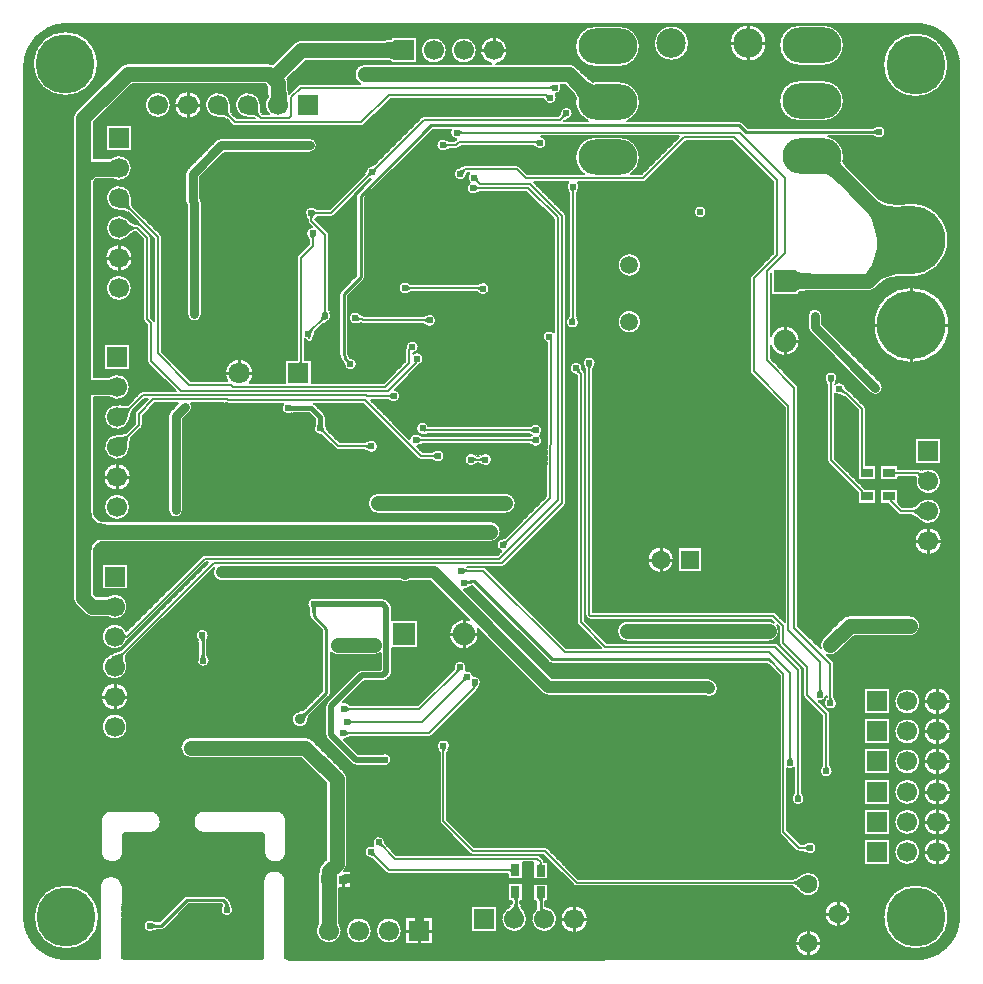
<source format=gbl>
G04*
G04 #@! TF.GenerationSoftware,Altium Limited,Altium Designer,23.3.1 (30)*
G04*
G04 Layer_Physical_Order=2*
G04 Layer_Color=16711680*
%FSLAX44Y44*%
%MOMM*%
G71*
G04*
G04 #@! TF.SameCoordinates,E1D300C1-D630-478A-AE1F-60CBEBB5A271*
G04*
G04*
G04 #@! TF.FilePolarity,Positive*
G04*
G01*
G75*
%ADD11C,0.2540*%
%ADD12C,0.7620*%
%ADD13C,0.3810*%
%ADD17C,0.5080*%
%ADD27R,1.0160X0.8000*%
%ADD32R,0.7620X0.7620*%
%ADD35R,0.8000X1.0160*%
%ADD103C,0.1270*%
%ADD104C,0.1778*%
%ADD105C,1.2700*%
%ADD106C,1.0160*%
%ADD111C,1.6000*%
%ADD112R,1.6000X1.6000*%
%ADD113C,1.7000*%
%ADD114R,1.7000X1.7000*%
%ADD115C,1.9000*%
%ADD116R,1.9000X1.9000*%
%ADD117O,4.9996X3.0000*%
%ADD118R,1.7000X1.7000*%
%ADD119C,1.5000*%
%ADD120C,5.8000*%
%ADD121C,1.8000*%
%ADD122R,1.8000X1.8000*%
%ADD123C,5.0000*%
%ADD124R,1.9000X1.9000*%
%ADD125C,2.5000*%
%ADD126C,0.6096*%
%ADD127C,1.0160*%
%ADD128C,0.9144*%
G36*
X256923Y457506D02*
X257003Y456253D01*
X257033Y456098D01*
X257067Y455974D01*
X257106Y455881D01*
X257150Y455821D01*
X252882D01*
X252926Y455881D01*
X252965Y455974D01*
X252999Y456098D01*
X253029Y456253D01*
X253054Y456441D01*
X253090Y456910D01*
X253111Y457852D01*
X256921D01*
X256923Y457506D01*
D02*
G37*
G36*
X344571Y454087D02*
X344673Y453851D01*
X344798Y453643D01*
X344946Y453462D01*
X345118Y453310D01*
X345313Y453185D01*
X345531Y453088D01*
X345774Y453018D01*
X346039Y452976D01*
X346328Y452962D01*
X345158Y451185D01*
X344897Y451180D01*
X344102Y451113D01*
X343832Y451073D01*
X343008Y450898D01*
X342728Y450822D01*
X342446Y450737D01*
X344493Y454351D01*
X344571Y454087D01*
D02*
G37*
G36*
X256947Y453496D02*
X257026Y453307D01*
X257156Y453079D01*
X257308Y452857D01*
X258064Y453614D01*
X258070Y453273D01*
X258096Y452948D01*
X258141Y452639D01*
X258205Y452346D01*
X258289Y452068D01*
X258392Y451807D01*
X258515Y451561D01*
X258657Y451331D01*
X258770Y451180D01*
X259530Y450387D01*
X258273Y449130D01*
X257771Y449626D01*
X257421Y449934D01*
X257329Y450003D01*
X257099Y450145D01*
X256853Y450268D01*
X256592Y450371D01*
X256314Y450455D01*
X256021Y450519D01*
X255712Y450564D01*
X255387Y450590D01*
X255047Y450596D01*
X255803Y451352D01*
X255581Y451504D01*
X255353Y451634D01*
X255164Y451713D01*
X255015Y451739D01*
X256921Y453645D01*
X256947Y453496D01*
D02*
G37*
G36*
X338355Y445688D02*
X338581Y445465D01*
X338812Y445269D01*
X339050Y445098D01*
X339293Y444954D01*
X339543Y444837D01*
X339798Y444745D01*
X340059Y444679D01*
X340325Y444640D01*
X340598Y444627D01*
X340442Y442849D01*
X340179Y442837D01*
X339916Y442802D01*
X339651Y442744D01*
X339386Y442663D01*
X339120Y442558D01*
X338853Y442430D01*
X338586Y442278D01*
X338318Y442104D01*
X338049Y441906D01*
X337779Y441684D01*
X338135Y445937D01*
X338355Y445688D01*
D02*
G37*
G36*
X93016Y446851D02*
X92678Y446441D01*
X92377Y445925D01*
X92113Y445304D01*
X91886Y444576D01*
X91696Y443742D01*
X91544Y442802D01*
X91349Y440603D01*
X91308Y439345D01*
X91304Y437981D01*
X82889Y446396D01*
X84253Y446400D01*
X87710Y446636D01*
X88650Y446788D01*
X89484Y446978D01*
X90212Y447205D01*
X90834Y447469D01*
X91349Y447770D01*
X91759Y448108D01*
X93016Y446851D01*
D02*
G37*
G36*
X296019Y436270D02*
X295774Y436507D01*
X295526Y436718D01*
X295276Y436905D01*
X295023Y437067D01*
X294767Y437204D01*
X294509Y437316D01*
X294249Y437403D01*
X293986Y437465D01*
X293720Y437503D01*
X293452Y437515D01*
Y439293D01*
X293720Y439305D01*
X293986Y439343D01*
X294249Y439405D01*
X294509Y439492D01*
X294767Y439604D01*
X295023Y439741D01*
X295276Y439903D01*
X295526Y440089D01*
X295774Y440301D01*
X296019Y440538D01*
Y436270D01*
D02*
G37*
G36*
X352407Y428142D02*
X352162Y428379D01*
X351914Y428591D01*
X351664Y428777D01*
X351411Y428939D01*
X351155Y429076D01*
X350897Y429188D01*
X350637Y429275D01*
X350374Y429337D01*
X350108Y429375D01*
X349840Y429387D01*
Y431165D01*
X350108Y431177D01*
X350374Y431215D01*
X350637Y431277D01*
X350897Y431364D01*
X351155Y431476D01*
X351411Y431613D01*
X351664Y431775D01*
X351914Y431962D01*
X352162Y432173D01*
X352407Y432410D01*
Y428142D01*
D02*
G37*
G36*
X60833Y382905D02*
X61214Y380746D01*
X61849Y378841D01*
X62738Y377190D01*
X63881Y375793D01*
X65278Y374650D01*
X66929Y373761D01*
X68834Y373126D01*
X70993Y372745D01*
X73406Y372618D01*
Y359918D01*
X70993Y359791D01*
X68834Y359410D01*
X66929Y358775D01*
X65278Y357886D01*
X63881Y356743D01*
X62738Y355346D01*
X61849Y353695D01*
X61214Y351790D01*
X60833Y349631D01*
X60706Y347218D01*
X48006Y366268D01*
X60706Y385318D01*
X60833Y382905D01*
D02*
G37*
G36*
X251125Y302855D02*
X251038Y302623D01*
X251562D01*
X251397Y302447D01*
X251251Y302255D01*
X251121Y302050D01*
X251009Y301829D01*
X250914Y301594D01*
X250837Y301348D01*
X250782Y300777D01*
X250703Y298467D01*
X250698Y297520D01*
X248158D01*
X248153Y298467D01*
X247947Y301580D01*
X247942Y301594D01*
X247847Y301829D01*
X247735Y302050D01*
X247605Y302255D01*
X247458Y302447D01*
X247294Y302623D01*
X247818D01*
X247731Y302855D01*
X247631Y303005D01*
X251225D01*
X251125Y302855D01*
D02*
G37*
G36*
X89116Y279082D02*
X89204Y278910D01*
X89319Y278759D01*
X89462Y278628D01*
X89632Y278518D01*
X89830Y278427D01*
X90056Y278356D01*
X90309Y278306D01*
X90589Y278276D01*
X90898Y278266D01*
Y276488D01*
X90590Y276478D01*
X90309Y276448D01*
X90057Y276397D01*
X89831Y276327D01*
X89634Y276236D01*
X89464Y276125D01*
X89321Y275994D01*
X89207Y275843D01*
X89119Y275672D01*
X89060Y275480D01*
X89056Y279273D01*
X89116Y279082D01*
D02*
G37*
G36*
X157276Y276397D02*
X157159Y276189D01*
X157055Y275969D01*
X156966Y275736D01*
X156890Y275491D01*
X156828Y275233D01*
X156780Y274963D01*
X156746Y274681D01*
X156718Y274079D01*
X154178Y273604D01*
X154168Y273914D01*
X154139Y274206D01*
X154090Y274480D01*
X154021Y274735D01*
X153933Y274972D01*
X153826Y275191D01*
X153698Y275391D01*
X153552Y275573D01*
X153385Y275737D01*
X153199Y275882D01*
X157407Y276593D01*
X157276Y276397D01*
D02*
G37*
G36*
X156728Y261518D02*
X156757Y261226D01*
X156806Y260952D01*
X156875Y260697D01*
X156963Y260460D01*
X157070Y260241D01*
X157198Y260041D01*
X157345Y259859D01*
X157511Y259695D01*
X157697Y259550D01*
X153490Y258839D01*
X153620Y259035D01*
X153737Y259243D01*
X153841Y259463D01*
X153930Y259696D01*
X154006Y259941D01*
X154068Y260199D01*
X154116Y260469D01*
X154150Y260751D01*
X154178Y261353D01*
X156718Y261828D01*
X156728Y261518D01*
D02*
G37*
G36*
X88819Y262822D02*
X88424Y262348D01*
X88115Y261804D01*
X87892Y261190D01*
X87755Y260506D01*
X87704Y259751D01*
X87739Y258926D01*
X87861Y258030D01*
X88069Y257064D01*
X88362Y256028D01*
X88742Y254921D01*
X77979Y259996D01*
X87107Y263624D01*
X88819Y262822D01*
D02*
G37*
G36*
X278032Y217891D02*
X278235Y217659D01*
X278447Y217455D01*
X278668Y217279D01*
X278899Y217129D01*
X279139Y217007D01*
X279387Y216911D01*
X279645Y216843D01*
X279912Y216803D01*
X280189Y216789D01*
X279874Y215011D01*
X279617Y215000D01*
X279356Y214968D01*
X279091Y214915D01*
X278823Y214840D01*
X278550Y214744D01*
X278273Y214626D01*
X277993Y214487D01*
X277708Y214326D01*
X277127Y213941D01*
X277838Y218149D01*
X278032Y217891D01*
D02*
G37*
G36*
X243687Y211411D02*
X243422Y211119D01*
X243185Y210800D01*
X242976Y210455D01*
X242797Y210084D01*
X242645Y209687D01*
X242522Y209263D01*
X242428Y208814D01*
X242362Y208339D01*
X242325Y207837D01*
X242316Y207310D01*
X237790Y211836D01*
X238317Y211845D01*
X238819Y211882D01*
X239294Y211948D01*
X239743Y212042D01*
X240167Y212165D01*
X240564Y212317D01*
X240935Y212496D01*
X241280Y212705D01*
X241599Y212942D01*
X241891Y213207D01*
X243687Y211411D01*
D02*
G37*
G36*
X280044Y207129D02*
X280292Y206917D01*
X280542Y206731D01*
X280795Y206569D01*
X281051Y206432D01*
X281309Y206320D01*
X281569Y206233D01*
X281832Y206171D01*
X282098Y206133D01*
X282366Y206121D01*
Y204343D01*
X282098Y204331D01*
X281832Y204293D01*
X281569Y204231D01*
X281309Y204144D01*
X281051Y204032D01*
X280795Y203895D01*
X280542Y203733D01*
X280292Y203547D01*
X280044Y203335D01*
X279799Y203098D01*
Y207366D01*
X280044Y207129D01*
D02*
G37*
G36*
X276742Y197477D02*
X276990Y197265D01*
X277240Y197079D01*
X277493Y196917D01*
X277749Y196780D01*
X278007Y196668D01*
X278267Y196581D01*
X278530Y196519D01*
X278796Y196481D01*
X279064Y196469D01*
Y194691D01*
X278796Y194679D01*
X278530Y194641D01*
X278267Y194579D01*
X278007Y194492D01*
X277749Y194380D01*
X277493Y194243D01*
X277240Y194081D01*
X276990Y193895D01*
X276742Y193683D01*
X276497Y193446D01*
Y197714D01*
X276742Y197477D01*
D02*
G37*
G36*
X361053Y182454D02*
X360841Y182206D01*
X360655Y181956D01*
X360493Y181703D01*
X360356Y181447D01*
X360244Y181189D01*
X360157Y180929D01*
X360095Y180666D01*
X360057Y180400D01*
X360045Y180132D01*
X358267D01*
X358255Y180400D01*
X358217Y180666D01*
X358155Y180929D01*
X358068Y181189D01*
X357956Y181447D01*
X357819Y181703D01*
X357657Y181956D01*
X357471Y182206D01*
X357259Y182454D01*
X357022Y182699D01*
X361290D01*
X361053Y182454D01*
D02*
G37*
G36*
X307346Y102753D02*
X307372Y102428D01*
X307417Y102119D01*
X307481Y101826D01*
X307565Y101548D01*
X307668Y101287D01*
X307791Y101041D01*
X307933Y100811D01*
X308095Y100596D01*
X308275Y100398D01*
X307018Y99141D01*
X306820Y99321D01*
X306605Y99483D01*
X306375Y99625D01*
X306129Y99748D01*
X305868Y99851D01*
X305590Y99935D01*
X305297Y99999D01*
X304988Y100044D01*
X304663Y100070D01*
X304322Y100076D01*
X307340Y103094D01*
X307346Y102753D01*
D02*
G37*
G36*
X300742Y94625D02*
X300768Y94300D01*
X300813Y93991D01*
X300877Y93698D01*
X300961Y93420D01*
X301064Y93159D01*
X301187Y92913D01*
X301329Y92683D01*
X301490Y92468D01*
X301671Y92270D01*
X300414Y91013D01*
X300216Y91194D01*
X300001Y91355D01*
X299771Y91497D01*
X299525Y91620D01*
X299264Y91723D01*
X298986Y91807D01*
X298693Y91871D01*
X298384Y91916D01*
X298059Y91942D01*
X297719Y91948D01*
X300736Y94965D01*
X300742Y94625D01*
D02*
G37*
G36*
X177047Y50520D02*
X177073Y50226D01*
X177116Y49947D01*
X177176Y49683D01*
X177254Y49434D01*
X177349Y49199D01*
X177461Y48978D01*
X177591Y48773D01*
X177738Y48581D01*
X177902Y48405D01*
X173634D01*
X173799Y48581D01*
X173945Y48773D01*
X174075Y48978D01*
X174187Y49199D01*
X174282Y49434D01*
X174360Y49683D01*
X174420Y49947D01*
X174464Y50226D01*
X174489Y50520D01*
X174498Y50828D01*
X177038D01*
X177047Y50520D01*
D02*
G37*
G36*
X113097Y34481D02*
X113288Y34335D01*
X113494Y34205D01*
X113715Y34093D01*
X113950Y33998D01*
X114199Y33920D01*
X114463Y33860D01*
X114742Y33816D01*
X115036Y33791D01*
X115344Y33782D01*
Y31242D01*
X115036Y31233D01*
X114742Y31207D01*
X114463Y31164D01*
X114199Y31104D01*
X113950Y31026D01*
X113715Y30931D01*
X113494Y30819D01*
X113288Y30689D01*
X113097Y30543D01*
X112921Y30378D01*
Y34646D01*
X113097Y34481D01*
D02*
G37*
G36*
X94207Y470288D02*
X93982Y470004D01*
X93737Y469580D01*
X93471Y469015D01*
X93184Y468311D01*
X92199Y465359D01*
X91028Y461148D01*
X85116Y471476D01*
X86287Y471172D01*
X88394Y470794D01*
X89330Y470720D01*
X90187Y470723D01*
X90965Y470803D01*
X91665Y470960D01*
X92287Y471193D01*
X92829Y471503D01*
X93294Y471889D01*
X94207Y470288D01*
D02*
G37*
G36*
X231792Y469011D02*
X231446Y469009D01*
X230193Y468929D01*
X230038Y468899D01*
X229914Y468865D01*
X229821Y468826D01*
X229761Y468782D01*
Y473050D01*
X229821Y473006D01*
X229914Y472967D01*
X230038Y472933D01*
X230193Y472903D01*
X230381Y472878D01*
X230850Y472842D01*
X231792Y472821D01*
Y469011D01*
D02*
G37*
G36*
X239141Y511128D02*
X239150Y510784D01*
X239177Y510476D01*
X239221Y510205D01*
X239283Y509970D01*
X239363Y509771D01*
X239461Y509608D01*
X239577Y509482D01*
X239710Y509391D01*
X239861Y509337D01*
X240030Y509319D01*
X236474D01*
X236643Y509337D01*
X236794Y509391D01*
X236927Y509482D01*
X237043Y509608D01*
X237141Y509771D01*
X237221Y509970D01*
X237283Y510205D01*
X237327Y510476D01*
X237354Y510784D01*
X237363Y511128D01*
X239141D01*
D02*
G37*
G36*
X244706Y530121D02*
X244705Y530262D01*
X244674Y530746D01*
X244663Y530799D01*
X244649Y530837D01*
X244634Y530861D01*
X244617Y530869D01*
X246496Y531339D01*
X246494Y531325D01*
X246492Y531288D01*
X246484Y530121D01*
X244706D01*
D02*
G37*
G36*
X248816Y536677D02*
X248634Y536478D01*
X248473Y536264D01*
X248332Y536033D01*
X248210Y535787D01*
X248109Y535526D01*
X248028Y535249D01*
X247967Y534957D01*
X247925Y534649D01*
X247904Y534325D01*
X247903Y533986D01*
X244839Y536956D01*
X245181Y536967D01*
X245507Y536997D01*
X245817Y537046D01*
X246111Y537114D01*
X246389Y537200D01*
X246651Y537306D01*
X246897Y537430D01*
X247127Y537572D01*
X247340Y537734D01*
X247538Y537914D01*
X248816Y536677D01*
D02*
G37*
G36*
X247523Y614000D02*
X247511Y614268D01*
X247473Y614534D01*
X247411Y614797D01*
X247324Y615057D01*
X247212Y615315D01*
X247075Y615571D01*
X246913Y615824D01*
X246726Y616074D01*
X246515Y616322D01*
X246278Y616567D01*
X250546D01*
X250309Y616322D01*
X250098Y616074D01*
X249911Y615824D01*
X249749Y615571D01*
X249612Y615315D01*
X249500Y615057D01*
X249413Y614797D01*
X249351Y614534D01*
X249313Y614268D01*
X249301Y614000D01*
X247523D01*
D02*
G37*
G36*
X329211Y574212D02*
X329437Y573989D01*
X329669Y573793D01*
X329906Y573623D01*
X330149Y573479D01*
X330399Y573361D01*
X330654Y573269D01*
X330915Y573203D01*
X331181Y573164D01*
X331454Y573151D01*
X331298Y571373D01*
X331035Y571361D01*
X330771Y571326D01*
X330507Y571268D01*
X330242Y571187D01*
X329976Y571082D01*
X329709Y570954D01*
X329442Y570802D01*
X329174Y570628D01*
X328905Y570430D01*
X328635Y570208D01*
X328991Y574461D01*
X329211Y574212D01*
D02*
G37*
G36*
X259969Y553432D02*
X259980Y553171D01*
X260014Y552909D01*
X260070Y552644D01*
X260149Y552377D01*
X260251Y552108D01*
X260375Y551837D01*
X260522Y551564D01*
X260691Y551289D01*
X260883Y551012D01*
X261097Y550733D01*
X256859Y551233D01*
X257112Y551442D01*
X257339Y551659D01*
X257538Y551883D01*
X257712Y552114D01*
X257858Y552352D01*
X257978Y552598D01*
X258071Y552850D01*
X258138Y553110D01*
X258178Y553377D01*
X258191Y553651D01*
X259969Y553432D01*
D02*
G37*
G36*
X259386Y545846D02*
X259035Y545761D01*
X258388Y545562D01*
X258092Y545449D01*
X257556Y545193D01*
X257315Y545051D01*
X257094Y544899D01*
X256891Y544738D01*
X256706Y544567D01*
X255140Y545517D01*
X255328Y545723D01*
X255487Y545942D01*
X255619Y546171D01*
X255723Y546413D01*
X255799Y546665D01*
X255847Y546929D01*
X255868Y547205D01*
X255860Y547491D01*
X255825Y547790D01*
X255762Y548099D01*
X259386Y545846D01*
D02*
G37*
G36*
X287314Y548313D02*
X287487Y548075D01*
X287674Y547865D01*
X287874Y547683D01*
X288088Y547529D01*
X288315Y547403D01*
X288555Y547305D01*
X288809Y547235D01*
X289076Y547193D01*
X289356Y547179D01*
X288828Y545401D01*
X288582Y545392D01*
X288327Y545364D01*
X288064Y545317D01*
X287793Y545252D01*
X287514Y545169D01*
X286931Y544946D01*
X286628Y544807D01*
X285997Y544472D01*
X287154Y548580D01*
X287314Y548313D01*
D02*
G37*
G36*
X345125Y543139D02*
X344905Y543388D01*
X344679Y543611D01*
X344448Y543807D01*
X344210Y543978D01*
X343967Y544122D01*
X343717Y544239D01*
X343462Y544331D01*
X343201Y544397D01*
X342935Y544436D01*
X342662Y544449D01*
X342818Y546227D01*
X343081Y546239D01*
X343344Y546274D01*
X343609Y546332D01*
X343874Y546413D01*
X344140Y546518D01*
X344407Y546646D01*
X344674Y546798D01*
X344942Y546972D01*
X345211Y547170D01*
X345481Y547392D01*
X345125Y543139D01*
D02*
G37*
G36*
X314815Y478942D02*
X314570Y479179D01*
X314322Y479390D01*
X314072Y479577D01*
X313819Y479739D01*
X313563Y479876D01*
X313305Y479988D01*
X313045Y480075D01*
X312782Y480137D01*
X312516Y480175D01*
X312248Y480187D01*
Y481965D01*
X312516Y481977D01*
X312782Y482015D01*
X313045Y482077D01*
X313305Y482164D01*
X313563Y482276D01*
X313819Y482413D01*
X314072Y482575D01*
X314322Y482761D01*
X314570Y482973D01*
X314815Y483210D01*
Y478942D01*
D02*
G37*
G36*
X97881Y622427D02*
X97353Y622376D01*
X96775Y622225D01*
X96149Y621972D01*
X95473Y621617D01*
X94749Y621162D01*
X93977Y620605D01*
X92285Y619188D01*
X91366Y618328D01*
X90398Y617366D01*
Y629266D01*
X91366Y628304D01*
X93977Y626027D01*
X94749Y625470D01*
X95473Y625015D01*
X96149Y624660D01*
X96775Y624407D01*
X97353Y624256D01*
X97881Y624205D01*
Y622427D01*
D02*
G37*
G36*
X93283Y638504D02*
X92873Y638842D01*
X92358Y639143D01*
X91736Y639407D01*
X91008Y639634D01*
X90174Y639824D01*
X89234Y639976D01*
X87036Y640171D01*
X85777Y640212D01*
X84413Y640216D01*
X92828Y648631D01*
X92832Y647267D01*
X93068Y643810D01*
X93220Y642870D01*
X93410Y642036D01*
X93637Y641308D01*
X93901Y640686D01*
X94202Y640171D01*
X94540Y639761D01*
X93283Y638504D01*
D02*
G37*
G36*
X177103Y717244D02*
X176693Y717582D01*
X176178Y717883D01*
X175556Y718147D01*
X174828Y718374D01*
X173994Y718564D01*
X173054Y718716D01*
X170856Y718911D01*
X169597Y718952D01*
X168233Y718956D01*
X176648Y727371D01*
X176652Y726007D01*
X176888Y722550D01*
X177040Y721610D01*
X177230Y720776D01*
X177457Y720048D01*
X177721Y719426D01*
X178022Y718911D01*
X178360Y718501D01*
X177103Y717244D01*
D02*
G37*
G36*
X246507Y631272D02*
X246495Y631540D01*
X246457Y631806D01*
X246395Y632069D01*
X246308Y632329D01*
X246196Y632587D01*
X246059Y632843D01*
X245897Y633096D01*
X245711Y633346D01*
X245499Y633594D01*
X245262Y633839D01*
X249530D01*
X249293Y633594D01*
X249081Y633346D01*
X248895Y633096D01*
X248733Y632843D01*
X248596Y632587D01*
X248484Y632329D01*
X248397Y632069D01*
X248335Y631806D01*
X248297Y631540D01*
X248285Y631272D01*
X246507D01*
D02*
G37*
G36*
X252140Y635127D02*
X251872Y635115D01*
X251606Y635077D01*
X251343Y635015D01*
X251083Y634928D01*
X250825Y634816D01*
X250569Y634679D01*
X250316Y634517D01*
X250066Y634330D01*
X249818Y634119D01*
X249573Y633882D01*
Y638150D01*
X249818Y637913D01*
X250066Y637701D01*
X250316Y637515D01*
X250569Y637353D01*
X250825Y637216D01*
X251083Y637104D01*
X251343Y637017D01*
X251606Y636955D01*
X251872Y636917D01*
X252140Y636905D01*
Y635127D01*
D02*
G37*
G36*
X202503Y717244D02*
X202093Y717582D01*
X201577Y717883D01*
X200956Y718147D01*
X200228Y718374D01*
X199394Y718564D01*
X198454Y718716D01*
X196255Y718911D01*
X194997Y718952D01*
X193633Y718956D01*
X202048Y727371D01*
X202052Y726007D01*
X202288Y722550D01*
X202440Y721610D01*
X202630Y720776D01*
X202857Y720048D01*
X203121Y719426D01*
X203422Y718911D01*
X203760Y718501D01*
X202503Y717244D01*
D02*
G37*
G36*
X298521Y667360D02*
X298181Y667354D01*
X297856Y667328D01*
X297547Y667283D01*
X297254Y667219D01*
X296976Y667135D01*
X296715Y667032D01*
X296469Y666909D01*
X296239Y666767D01*
X296024Y666606D01*
X295826Y666425D01*
X294569Y667682D01*
X294750Y667880D01*
X294911Y668095D01*
X295053Y668325D01*
X295176Y668571D01*
X295279Y668832D01*
X295363Y669110D01*
X295427Y669403D01*
X295472Y669712D01*
X295498Y670037D01*
X295504Y670378D01*
X298521Y667360D01*
D02*
G37*
G36*
X302535Y673134D02*
X302355Y672936D01*
X302193Y672721D01*
X302051Y672491D01*
X301928Y672245D01*
X301825Y671984D01*
X301741Y671706D01*
X301677Y671413D01*
X301632Y671104D01*
X301606Y670779D01*
X301600Y670439D01*
X298582Y673456D01*
X298923Y673462D01*
X299248Y673488D01*
X299557Y673533D01*
X299850Y673597D01*
X300128Y673681D01*
X300389Y673784D01*
X300635Y673907D01*
X300865Y674049D01*
X301080Y674211D01*
X301278Y674391D01*
X302535Y673134D01*
D02*
G37*
G36*
X363392Y692531D02*
X363124Y692519D01*
X362858Y692481D01*
X362595Y692419D01*
X362335Y692332D01*
X362077Y692220D01*
X361821Y692083D01*
X361568Y691921D01*
X361318Y691734D01*
X361070Y691523D01*
X360825Y691286D01*
Y695554D01*
X361070Y695317D01*
X361318Y695106D01*
X361568Y694919D01*
X361821Y694757D01*
X362077Y694620D01*
X362335Y694508D01*
X362595Y694421D01*
X362858Y694359D01*
X363124Y694321D01*
X363392Y694309D01*
Y692531D01*
D02*
G37*
G36*
X304459Y780034D02*
X306871Y780055D01*
X313983Y780564D01*
X315126Y780797D01*
X316015Y781073D01*
X316651Y781391D01*
X317031Y781751D01*
X317159Y782153D01*
Y765214D01*
X317031Y765617D01*
X316651Y765977D01*
X316015Y766295D01*
X315126Y766571D01*
X313983Y766804D01*
X312586Y766995D01*
X309030Y767249D01*
X304459Y767334D01*
Y780034D01*
D02*
G37*
G36*
X451467Y740054D02*
X451222Y740291D01*
X450974Y740502D01*
X450724Y740689D01*
X450471Y740851D01*
X450215Y740988D01*
X449957Y741100D01*
X449697Y741187D01*
X449434Y741249D01*
X449168Y741287D01*
X448900Y741299D01*
Y743077D01*
X449168Y743089D01*
X449434Y743127D01*
X449697Y743189D01*
X449957Y743276D01*
X450215Y743388D01*
X450471Y743525D01*
X450724Y743687D01*
X450974Y743874D01*
X451222Y744085D01*
X451467Y744322D01*
Y740054D01*
D02*
G37*
G36*
X446559Y736678D02*
X446750Y736537D01*
X446947Y736423D01*
X447149Y736336D01*
X447357Y736277D01*
X447570Y736245D01*
X447789Y736241D01*
X448014Y736265D01*
X448244Y736316D01*
X448479Y736394D01*
X446581Y733007D01*
X446524Y733277D01*
X446450Y733541D01*
X446361Y733798D01*
X446256Y734048D01*
X446135Y734292D01*
X445998Y734529D01*
X445845Y734760D01*
X445677Y734985D01*
X445493Y735202D01*
X445292Y735414D01*
X446373Y736848D01*
X446559Y736678D01*
D02*
G37*
G36*
X477062Y750946D02*
X481472Y747253D01*
X483438Y745914D01*
X485243Y744913D01*
X486889Y744252D01*
X488376Y743929D01*
X489703Y743944D01*
X490870Y744298D01*
X491878Y744991D01*
X473291Y727720D01*
X474045Y728666D01*
X474454Y729778D01*
X474517Y731057D01*
X474234Y732503D01*
X473605Y734116D01*
X472631Y735896D01*
X471310Y737843D01*
X469644Y739957D01*
X467632Y742238D01*
X465274Y744685D01*
X474618Y753301D01*
X477062Y750946D01*
D02*
G37*
G36*
X463139Y717296D02*
X462798Y717290D01*
X462473Y717264D01*
X462164Y717219D01*
X461871Y717155D01*
X461593Y717071D01*
X461332Y716968D01*
X461086Y716845D01*
X460856Y716703D01*
X460641Y716542D01*
X460443Y716361D01*
X459186Y717618D01*
X459366Y717816D01*
X459528Y718031D01*
X459670Y718261D01*
X459793Y718507D01*
X459896Y718768D01*
X459980Y719046D01*
X460044Y719339D01*
X460089Y719648D01*
X460115Y719973D01*
X460121Y720313D01*
X463139Y717296D01*
D02*
G37*
G36*
X725787Y702462D02*
X725611Y702626D01*
X725419Y702773D01*
X725214Y702903D01*
X724993Y703015D01*
X724758Y703110D01*
X724509Y703188D01*
X724245Y703248D01*
X723966Y703291D01*
X723672Y703317D01*
X723364Y703326D01*
Y705866D01*
X723672Y705875D01*
X723966Y705900D01*
X724245Y705944D01*
X724509Y706004D01*
X724758Y706082D01*
X724993Y706177D01*
X725214Y706289D01*
X725419Y706419D01*
X725611Y706565D01*
X725787Y706730D01*
Y702462D01*
D02*
G37*
G36*
X372754Y705985D02*
X373002Y705773D01*
X373252Y705587D01*
X373505Y705425D01*
X373761Y705288D01*
X374019Y705176D01*
X374279Y705089D01*
X374542Y705027D01*
X374808Y704989D01*
X375076Y704977D01*
Y703199D01*
X374808Y703187D01*
X374542Y703149D01*
X374279Y703087D01*
X374019Y703000D01*
X373761Y702888D01*
X373505Y702751D01*
X373252Y702589D01*
X373002Y702402D01*
X372754Y702191D01*
X372509Y701954D01*
Y706222D01*
X372754Y705985D01*
D02*
G37*
G36*
X438442Y693711D02*
X438248Y693969D01*
X438045Y694201D01*
X437833Y694405D01*
X437612Y694581D01*
X437381Y694731D01*
X437141Y694853D01*
X436893Y694949D01*
X436635Y695017D01*
X436367Y695057D01*
X436091Y695071D01*
X436406Y696849D01*
X436663Y696860D01*
X436924Y696892D01*
X437188Y696945D01*
X437457Y697020D01*
X437730Y697116D01*
X438007Y697234D01*
X438287Y697373D01*
X438572Y697533D01*
X439153Y697918D01*
X438442Y693711D01*
D02*
G37*
G36*
X377363Y671762D02*
X377183Y671564D01*
X377021Y671349D01*
X376879Y671119D01*
X376756Y670873D01*
X376653Y670612D01*
X376569Y670334D01*
X376505Y670041D01*
X376460Y669732D01*
X376434Y669407D01*
X376428Y669066D01*
X373410Y672084D01*
X373751Y672090D01*
X374076Y672116D01*
X374385Y672161D01*
X374678Y672225D01*
X374956Y672309D01*
X375217Y672412D01*
X375463Y672535D01*
X375693Y672677D01*
X375908Y672839D01*
X376106Y673019D01*
X377363Y671762D01*
D02*
G37*
G36*
X388118Y665617D02*
X388144Y665292D01*
X388189Y664983D01*
X388253Y664690D01*
X388337Y664412D01*
X388440Y664151D01*
X388563Y663905D01*
X388705Y663675D01*
X388867Y663460D01*
X389047Y663262D01*
X387790Y662005D01*
X387592Y662186D01*
X387377Y662347D01*
X387147Y662489D01*
X386901Y662612D01*
X386640Y662715D01*
X386362Y662799D01*
X386069Y662863D01*
X385760Y662908D01*
X385435Y662934D01*
X385094Y662940D01*
X388112Y665957D01*
X388118Y665617D01*
D02*
G37*
G36*
X694880Y684820D02*
X694445Y683734D01*
X694358Y682479D01*
X694618Y681055D01*
X695226Y679463D01*
X696182Y677702D01*
X697485Y675772D01*
X699136Y673674D01*
X701134Y671407D01*
X703480Y668972D01*
X693867Y660625D01*
X691429Y662974D01*
X687020Y666666D01*
X685050Y668009D01*
X683236Y669018D01*
X681578Y669692D01*
X680076Y670030D01*
X678730Y670034D01*
X677540Y669703D01*
X676505Y669037D01*
X695662Y685738D01*
X694880Y684820D01*
D02*
G37*
G36*
X386131Y659107D02*
X386705Y658765D01*
X386985Y658626D01*
X387262Y658508D01*
X387535Y658412D01*
X387803Y658337D01*
X388068Y658284D01*
X388329Y658252D01*
X388586Y658241D01*
X388901Y656463D01*
X388624Y656449D01*
X388357Y656409D01*
X388099Y656341D01*
X387850Y656245D01*
X387611Y656123D01*
X387380Y655973D01*
X387159Y655797D01*
X386947Y655593D01*
X386744Y655361D01*
X386550Y655103D01*
X385839Y659311D01*
X386131Y659107D01*
D02*
G37*
G36*
X470829Y656021D02*
X470580Y655801D01*
X470357Y655575D01*
X470161Y655343D01*
X469991Y655106D01*
X469846Y654863D01*
X469729Y654613D01*
X469637Y654358D01*
X469571Y654097D01*
X469532Y653831D01*
X469519Y653558D01*
X467741Y653714D01*
X467729Y653977D01*
X467694Y654240D01*
X467636Y654505D01*
X467555Y654770D01*
X467450Y655036D01*
X467322Y655303D01*
X467170Y655570D01*
X466996Y655838D01*
X466798Y656107D01*
X466576Y656377D01*
X470829Y656021D01*
D02*
G37*
G36*
X726414Y646248D02*
X728399Y644891D01*
X730586Y643753D01*
X732973Y642833D01*
X735561Y642131D01*
X738351Y641647D01*
X741341Y641382D01*
X744532Y641335D01*
X747924Y641506D01*
X751516Y641895D01*
X728339Y612107D01*
X753754Y584203D01*
X750032Y584327D01*
X743248Y584021D01*
X740186Y583591D01*
X737343Y582975D01*
X734721Y582174D01*
X732318Y581188D01*
X730134Y580017D01*
X728171Y578661D01*
X726427Y577119D01*
X717876Y586529D01*
X719368Y588212D01*
X720717Y590136D01*
X721925Y592302D01*
X722991Y594709D01*
X723916Y597357D01*
X724699Y600247D01*
X725341Y603377D01*
X725841Y606750D01*
X726266Y612278D01*
X726066Y613801D01*
X724722Y620923D01*
X723896Y624095D01*
X722969Y627009D01*
X721939Y629664D01*
X720807Y632059D01*
X719573Y634196D01*
X718237Y636074D01*
X716799Y637693D01*
X724629Y647823D01*
X726414Y646248D01*
D02*
G37*
G36*
X390337Y570063D02*
X390117Y570312D01*
X389891Y570535D01*
X389660Y570731D01*
X389422Y570901D01*
X389179Y571045D01*
X388929Y571163D01*
X388674Y571255D01*
X388413Y571321D01*
X388147Y571360D01*
X387874Y571373D01*
X388030Y573151D01*
X388293Y573163D01*
X388557Y573198D01*
X388821Y573256D01*
X389086Y573337D01*
X389352Y573442D01*
X389619Y573570D01*
X389886Y573722D01*
X390154Y573896D01*
X390423Y574094D01*
X390693Y574316D01*
X390337Y570063D01*
D02*
G37*
G36*
X657804Y587489D02*
X658186Y586959D01*
X658820Y586491D01*
X659709Y586085D01*
X660853Y585742D01*
X662250Y585461D01*
X663901Y585243D01*
X667964Y584993D01*
X670378Y584962D01*
Y572262D01*
X667964Y572231D01*
X662250Y571763D01*
X660853Y571482D01*
X659709Y571139D01*
X658820Y570733D01*
X658186Y570266D01*
X657804Y569735D01*
X657678Y569142D01*
Y588082D01*
X657804Y587489D01*
D02*
G37*
G36*
X469519Y548237D02*
X469531Y547974D01*
X469566Y547710D01*
X469624Y547446D01*
X469705Y547181D01*
X469810Y546915D01*
X469938Y546648D01*
X470090Y546381D01*
X470264Y546113D01*
X470462Y545844D01*
X470684Y545574D01*
X466431Y545930D01*
X466680Y546150D01*
X466903Y546376D01*
X467099Y546607D01*
X467270Y546845D01*
X467413Y547088D01*
X467531Y547337D01*
X467623Y547593D01*
X467689Y547853D01*
X467728Y548120D01*
X467741Y548393D01*
X469519Y548237D01*
D02*
G37*
G36*
X484497Y506594D02*
X484286Y506346D01*
X484099Y506096D01*
X483937Y505843D01*
X483800Y505587D01*
X483688Y505329D01*
X483601Y505069D01*
X483539Y504806D01*
X483501Y504540D01*
X483489Y504272D01*
X481711D01*
X481699Y504540D01*
X481661Y504806D01*
X481599Y505069D01*
X481512Y505329D01*
X481400Y505587D01*
X481263Y505843D01*
X481101Y506096D01*
X480914Y506346D01*
X480703Y506594D01*
X480466Y506839D01*
X484734D01*
X484497Y506594D01*
D02*
G37*
G36*
X474416Y503728D02*
X474409Y503414D01*
X474426Y503115D01*
X474467Y502829D01*
X474531Y502557D01*
X474620Y502299D01*
X474733Y502054D01*
X474869Y501823D01*
X475030Y501606D01*
X475214Y501403D01*
X473801Y500302D01*
X473609Y500478D01*
X473399Y500640D01*
X473172Y500788D01*
X472927Y500920D01*
X472665Y501039D01*
X472386Y501143D01*
X472090Y501232D01*
X471776Y501307D01*
X471444Y501368D01*
X471095Y501414D01*
X474447Y504055D01*
X474416Y503728D01*
D02*
G37*
G36*
X689221Y493894D02*
X689009Y493646D01*
X688823Y493396D01*
X688661Y493143D01*
X688524Y492887D01*
X688412Y492629D01*
X688325Y492369D01*
X688263Y492106D01*
X688225Y491840D01*
X688213Y491572D01*
X686435D01*
X686423Y491840D01*
X686385Y492106D01*
X686323Y492369D01*
X686236Y492629D01*
X686124Y492887D01*
X685987Y493143D01*
X685825Y493396D01*
X685639Y493646D01*
X685427Y493894D01*
X685190Y494139D01*
X689458D01*
X689221Y493894D01*
D02*
G37*
G36*
X697508Y487339D02*
X697679Y486691D01*
X697782Y486395D01*
X697896Y486116D01*
X698023Y485855D01*
X698161Y485613D01*
X698311Y485389D01*
X698473Y485182D01*
X698646Y484994D01*
X697630Y483496D01*
X697424Y483682D01*
X697206Y483842D01*
X696976Y483976D01*
X696733Y484083D01*
X696478Y484165D01*
X696210Y484220D01*
X695929Y484249D01*
X695637Y484252D01*
X695331Y484229D01*
X695014Y484179D01*
X697440Y487690D01*
X697508Y487339D01*
D02*
G37*
G36*
X435210Y449948D02*
X434962Y450182D01*
X434712Y450393D01*
X434459Y450578D01*
X434205Y450739D01*
X433948Y450875D01*
X433689Y450987D01*
X433428Y451073D01*
X433165Y451135D01*
X432900Y451172D01*
X432632Y451185D01*
X432616Y452962D01*
X432884Y452975D01*
X433150Y453013D01*
X433413Y453075D01*
X433673Y453163D01*
X433930Y453275D01*
X434185Y453413D01*
X434436Y453576D01*
X434684Y453764D01*
X434930Y453977D01*
X435173Y454215D01*
X435210Y449948D01*
D02*
G37*
G36*
X435041Y441539D02*
X434821Y441788D01*
X434595Y442011D01*
X434364Y442207D01*
X434126Y442378D01*
X433883Y442522D01*
X433633Y442639D01*
X433378Y442731D01*
X433117Y442797D01*
X432851Y442836D01*
X432578Y442849D01*
X432734Y444627D01*
X432997Y444639D01*
X433260Y444674D01*
X433525Y444732D01*
X433790Y444813D01*
X434056Y444918D01*
X434323Y445046D01*
X434590Y445198D01*
X434858Y445372D01*
X435127Y445570D01*
X435397Y445792D01*
X435041Y441539D01*
D02*
G37*
G36*
X392539Y425094D02*
X392294Y425331D01*
X392046Y425542D01*
X391796Y425729D01*
X391543Y425891D01*
X391287Y426028D01*
X391029Y426140D01*
X390769Y426227D01*
X390506Y426289D01*
X390240Y426327D01*
X389972Y426339D01*
Y428117D01*
X390240Y428129D01*
X390506Y428167D01*
X390769Y428229D01*
X391029Y428316D01*
X391287Y428428D01*
X391543Y428565D01*
X391796Y428727D01*
X392046Y428913D01*
X392294Y429125D01*
X392539Y429362D01*
Y425094D01*
D02*
G37*
G36*
X384946Y429125D02*
X385194Y428913D01*
X385444Y428727D01*
X385697Y428565D01*
X385953Y428428D01*
X386211Y428316D01*
X386471Y428229D01*
X386734Y428167D01*
X387000Y428129D01*
X387268Y428117D01*
Y426339D01*
X387000Y426327D01*
X386734Y426289D01*
X386471Y426227D01*
X386211Y426140D01*
X385953Y426028D01*
X385697Y425891D01*
X385444Y425729D01*
X385194Y425542D01*
X384946Y425331D01*
X384701Y425094D01*
Y429362D01*
X384946Y429125D01*
D02*
G37*
G36*
X714384Y421458D02*
X714411Y421152D01*
X714455Y420882D01*
X714517Y420647D01*
X714597Y420448D01*
X714695Y420285D01*
X714811Y420158D01*
X714944Y420067D01*
X715095Y420011D01*
X715264Y419991D01*
X712627Y420022D01*
X712622Y420039D01*
X712617Y420093D01*
X712608Y420306D01*
X712597Y421800D01*
X714375D01*
X714384Y421458D01*
D02*
G37*
G36*
X741256Y417661D02*
X741310Y417510D01*
X741401Y417377D01*
X741527Y417261D01*
X741690Y417163D01*
X741889Y417083D01*
X742124Y417021D01*
X742395Y416977D01*
X742703Y416950D01*
X743046Y416941D01*
Y415163D01*
X742703Y415154D01*
X742395Y415127D01*
X742124Y415083D01*
X741889Y415021D01*
X741690Y414941D01*
X741527Y414843D01*
X741401Y414727D01*
X741310Y414594D01*
X741256Y414443D01*
X741238Y414274D01*
Y417830D01*
X741256Y417661D01*
D02*
G37*
G36*
X761902Y416380D02*
X762244Y416138D01*
X762597Y415953D01*
X762958Y415825D01*
X763328Y415756D01*
X763708Y415743D01*
X764096Y415789D01*
X764494Y415892D01*
X764901Y416053D01*
X765318Y416271D01*
X761426Y411199D01*
X761536Y411680D01*
X761596Y412148D01*
X761608Y412603D01*
X761570Y413045D01*
X761483Y413474D01*
X761347Y413890D01*
X761162Y414293D01*
X760927Y414683D01*
X760644Y415060D01*
X760311Y415423D01*
X761568Y416681D01*
X761902Y416380D01*
D02*
G37*
G36*
X763550Y377590D02*
X762582Y378552D01*
X759971Y380829D01*
X759199Y381386D01*
X758475Y381841D01*
X757800Y382196D01*
X757173Y382449D01*
X756596Y382600D01*
X756067Y382651D01*
Y384429D01*
X756596Y384480D01*
X757173Y384631D01*
X757800Y384884D01*
X758475Y385239D01*
X759199Y385694D01*
X759971Y386251D01*
X761663Y387668D01*
X762582Y388528D01*
X763550Y389490D01*
Y377590D01*
D02*
G37*
G36*
X413769Y357648D02*
X413591Y357452D01*
X413429Y357240D01*
X413284Y357011D01*
X413156Y356766D01*
X413045Y356504D01*
X412952Y356225D01*
X412875Y355929D01*
X412815Y355617D01*
X412772Y355288D01*
X412746Y354943D01*
X409912Y358133D01*
X410247Y358120D01*
X410566Y358129D01*
X410871Y358160D01*
X411161Y358212D01*
X411436Y358286D01*
X411697Y358382D01*
X411942Y358500D01*
X412173Y358639D01*
X412389Y358800D01*
X412590Y358983D01*
X413769Y357648D01*
D02*
G37*
G36*
X376818Y335145D02*
X377066Y334934D01*
X377316Y334747D01*
X377569Y334585D01*
X377825Y334448D01*
X378083Y334336D01*
X378343Y334249D01*
X378606Y334187D01*
X378872Y334149D01*
X379140Y334137D01*
Y332359D01*
X378872Y332347D01*
X378606Y332309D01*
X378343Y332247D01*
X378083Y332160D01*
X377825Y332048D01*
X377569Y331911D01*
X377316Y331749D01*
X377066Y331562D01*
X376818Y331351D01*
X376573Y331114D01*
Y335382D01*
X376818Y335145D01*
D02*
G37*
G36*
X378829Y324989D02*
X379019Y324893D01*
X379224Y324808D01*
X379446Y324734D01*
X379683Y324672D01*
X379936Y324621D01*
X380205Y324581D01*
X380790Y324536D01*
X381107Y324530D01*
X381680Y321990D01*
X381377Y321981D01*
X381095Y321953D01*
X380833Y321907D01*
X380591Y321842D01*
X380371Y321758D01*
X380171Y321656D01*
X379992Y321536D01*
X379834Y321397D01*
X379696Y321239D01*
X379580Y321063D01*
X378656Y325096D01*
X378829Y324989D01*
D02*
G37*
G36*
X635780Y258044D02*
X636049Y257769D01*
X637558Y256255D01*
X636301Y254998D01*
X634491Y256794D01*
X635762Y258065D01*
X635780Y258044D01*
D02*
G37*
G36*
X374032Y248513D02*
X373681Y248414D01*
X373036Y248193D01*
X372741Y248071D01*
X372209Y247803D01*
X371971Y247658D01*
X371752Y247505D01*
X371551Y247345D01*
X371370Y247176D01*
X369748Y248069D01*
X369936Y248277D01*
X370096Y248496D01*
X370226Y248725D01*
X370327Y248965D01*
X370399Y249215D01*
X370442Y249475D01*
X370455Y249746D01*
X370440Y250028D01*
X370396Y250320D01*
X370322Y250622D01*
X374032Y248513D01*
D02*
G37*
G36*
X378937Y240284D02*
X378597Y240278D01*
X378272Y240252D01*
X377963Y240207D01*
X377670Y240143D01*
X377392Y240059D01*
X377131Y239956D01*
X376885Y239833D01*
X376655Y239691D01*
X376440Y239529D01*
X376242Y239349D01*
X374985Y240606D01*
X375165Y240804D01*
X375327Y241019D01*
X375469Y241249D01*
X375592Y241495D01*
X375695Y241756D01*
X375779Y242034D01*
X375843Y242327D01*
X375888Y242636D01*
X375914Y242961D01*
X375920Y243302D01*
X378937Y240284D01*
D02*
G37*
G36*
X387417Y236334D02*
X387163Y236127D01*
X386936Y235912D01*
X386735Y235690D01*
X386561Y235461D01*
X386414Y235224D01*
X386294Y234979D01*
X386200Y234727D01*
X386134Y234467D01*
X386093Y234200D01*
X386080Y233926D01*
X384302Y234160D01*
X384291Y234420D01*
X384257Y234683D01*
X384201Y234948D01*
X384123Y235215D01*
X384022Y235484D01*
X383899Y235756D01*
X383754Y236030D01*
X383586Y236307D01*
X383396Y236586D01*
X383183Y236867D01*
X387417Y236334D01*
D02*
G37*
G36*
X679081Y232568D02*
X679119Y232302D01*
X679181Y232039D01*
X679268Y231779D01*
X679380Y231521D01*
X679517Y231265D01*
X679679Y231012D01*
X679865Y230762D01*
X680077Y230514D01*
X680314Y230269D01*
X676046D01*
X676283Y230514D01*
X676495Y230762D01*
X676681Y231012D01*
X676843Y231265D01*
X676980Y231521D01*
X677092Y231779D01*
X677179Y232039D01*
X677241Y232302D01*
X677279Y232568D01*
X677291Y232836D01*
X679069D01*
X679081Y232568D01*
D02*
G37*
G36*
X687717Y225456D02*
X687755Y225190D01*
X687817Y224927D01*
X687904Y224667D01*
X688016Y224409D01*
X688153Y224153D01*
X688315Y223900D01*
X688502Y223650D01*
X688713Y223402D01*
X688950Y223157D01*
X684682D01*
X684919Y223402D01*
X685130Y223650D01*
X685317Y223900D01*
X685479Y224153D01*
X685616Y224409D01*
X685728Y224667D01*
X685815Y224927D01*
X685877Y225190D01*
X685915Y225456D01*
X685927Y225724D01*
X687705D01*
X687717Y225456D01*
D02*
G37*
G36*
X653681Y175164D02*
X653719Y174898D01*
X653781Y174635D01*
X653868Y174375D01*
X653980Y174117D01*
X654117Y173861D01*
X654279Y173608D01*
X654465Y173358D01*
X654677Y173110D01*
X654914Y172865D01*
X650646D01*
X650883Y173110D01*
X651095Y173358D01*
X651281Y173608D01*
X651443Y173861D01*
X651580Y174117D01*
X651692Y174375D01*
X651779Y174635D01*
X651841Y174898D01*
X651879Y175164D01*
X651891Y175432D01*
X653669D01*
X653681Y175164D01*
D02*
G37*
G36*
X684161Y168052D02*
X684199Y167786D01*
X684261Y167523D01*
X684348Y167263D01*
X684460Y167005D01*
X684597Y166749D01*
X684759Y166496D01*
X684946Y166246D01*
X685157Y165998D01*
X685394Y165753D01*
X681126D01*
X681363Y165998D01*
X681574Y166246D01*
X681761Y166496D01*
X681923Y166749D01*
X682060Y167005D01*
X682172Y167263D01*
X682259Y167523D01*
X682321Y167786D01*
X682359Y168052D01*
X682371Y168320D01*
X684149D01*
X684161Y168052D01*
D02*
G37*
G36*
X660285Y144684D02*
X660323Y144418D01*
X660385Y144155D01*
X660472Y143895D01*
X660584Y143637D01*
X660721Y143381D01*
X660883Y143128D01*
X661069Y142878D01*
X661281Y142630D01*
X661518Y142385D01*
X657250D01*
X657487Y142630D01*
X657699Y142878D01*
X657885Y143128D01*
X658047Y143381D01*
X658184Y143637D01*
X658296Y143895D01*
X658383Y144155D01*
X658445Y144418D01*
X658483Y144684D01*
X658495Y144952D01*
X660273D01*
X660285Y144684D01*
D02*
G37*
G36*
X667367Y96418D02*
X667122Y96655D01*
X666874Y96867D01*
X666624Y97053D01*
X666371Y97215D01*
X666115Y97352D01*
X665857Y97464D01*
X665597Y97551D01*
X665334Y97613D01*
X665068Y97651D01*
X664800Y97663D01*
Y99441D01*
X665068Y99453D01*
X665334Y99491D01*
X665597Y99553D01*
X665857Y99640D01*
X666115Y99752D01*
X666371Y99889D01*
X666624Y100051D01*
X666874Y100238D01*
X667122Y100449D01*
X667367Y100686D01*
Y96418D01*
D02*
G37*
G36*
X442350Y85732D02*
X442377Y85424D01*
X442421Y85153D01*
X442483Y84918D01*
X442563Y84719D01*
X442661Y84556D01*
X442777Y84430D01*
X442910Y84339D01*
X443061Y84285D01*
X443230Y84267D01*
X439674D01*
X439843Y84285D01*
X439994Y84339D01*
X440127Y84430D01*
X440243Y84556D01*
X440341Y84719D01*
X440421Y84918D01*
X440483Y85153D01*
X440527Y85424D01*
X440554Y85732D01*
X440563Y86075D01*
X442341D01*
X442350Y85732D01*
D02*
G37*
G36*
X416147Y77978D02*
X416129Y78147D01*
X416075Y78298D01*
X415987Y78431D01*
X415862Y78547D01*
X415702Y78645D01*
X415506Y78725D01*
X415275Y78787D01*
X415009Y78831D01*
X414706Y78858D01*
X414369Y78867D01*
Y80645D01*
X414706Y80654D01*
X415009Y80681D01*
X415275Y80725D01*
X415506Y80787D01*
X415702Y80867D01*
X415862Y80965D01*
X415987Y81081D01*
X416075Y81214D01*
X416129Y81365D01*
X416147Y81534D01*
Y77978D01*
D02*
G37*
G36*
X661406Y63172D02*
X660728Y64127D01*
X659414Y65736D01*
X658777Y66389D01*
X658153Y66942D01*
X657543Y67395D01*
X656947Y67747D01*
X656363Y67998D01*
X655794Y68149D01*
X655237Y68199D01*
X655559Y69977D01*
X655978Y70019D01*
X656477Y70146D01*
X657057Y70357D01*
X657719Y70652D01*
X658461Y71031D01*
X660189Y72044D01*
X663388Y74195D01*
X661406Y63172D01*
D02*
G37*
G36*
X421895Y60785D02*
X421908Y60752D01*
X421928Y60715D01*
X421955Y60673D01*
X421990Y60626D01*
X422080Y60518D01*
X422198Y60390D01*
X422269Y60319D01*
X421011Y59061D01*
X420940Y59131D01*
X420704Y59340D01*
X420657Y59375D01*
X420615Y59402D01*
X420578Y59422D01*
X420545Y59435D01*
X420518Y59440D01*
X421890Y60812D01*
X421895Y60785D01*
D02*
G37*
G36*
X422923Y56169D02*
X422707Y56092D01*
X422516Y55964D01*
X422351Y55784D01*
X422211Y55552D01*
X422097Y55270D01*
X422008Y54935D01*
X421945Y54550D01*
X421907Y54113D01*
X421894Y53625D01*
X419354D01*
X419341Y54113D01*
X419303Y54550D01*
X419240Y54935D01*
X419151Y55270D01*
X419036Y55552D01*
X418897Y55784D01*
X418732Y55964D01*
X418541Y56092D01*
X418325Y56169D01*
X418084Y56195D01*
X423164D01*
X422923Y56169D01*
D02*
G37*
G36*
X443751Y55661D02*
X443535Y55584D01*
X443344Y55456D01*
X443179Y55276D01*
X443040Y55044D01*
X442925Y54762D01*
X442836Y54427D01*
X442773Y54042D01*
X442735Y53605D01*
X442722Y53116D01*
X440182D01*
X440169Y53605D01*
X440131Y54042D01*
X440068Y54427D01*
X439979Y54762D01*
X439865Y55044D01*
X439725Y55276D01*
X439560Y55456D01*
X439369Y55584D01*
X439153Y55661D01*
X438912Y55687D01*
X443992D01*
X443751Y55661D01*
D02*
G37*
G36*
X421894Y51228D02*
X421936Y50722D01*
X422060Y50146D01*
X422267Y49500D01*
X422558Y48783D01*
X422931Y47996D01*
X423927Y46211D01*
X425254Y44144D01*
X426042Y43005D01*
X414335Y45139D01*
X415288Y45816D01*
X416895Y47156D01*
X417547Y47819D01*
X418099Y48477D01*
X418551Y49130D01*
X418902Y49779D01*
X419153Y50423D01*
X419304Y51062D01*
X419354Y51696D01*
X421894Y51228D01*
D02*
G37*
D11*
X755396Y541156D02*
Y572696D01*
Y541156D02*
X786936D01*
X755396Y509616D02*
Y541156D01*
X723856D02*
X755396D01*
X648208Y527812D02*
Y539852D01*
Y527812D02*
X660248D01*
X648208Y515772D02*
Y527812D01*
X617220Y779780D02*
Y794820D01*
X602180Y779780D02*
X617220D01*
X632260D01*
X617220Y764740D02*
Y779780D01*
X401828Y773684D02*
Y784724D01*
Y773684D02*
X412868D01*
X390788D02*
X401828D01*
X769620Y358140D02*
Y369180D01*
X758580Y358140D02*
X769620D01*
Y347100D02*
Y358140D01*
X780660D01*
X777240Y222504D02*
Y233544D01*
X766200Y222504D02*
X777240D01*
X788280D01*
X777240Y211464D02*
Y222504D01*
Y197104D02*
Y208144D01*
Y197104D02*
X788280D01*
X766200D02*
X777240D01*
Y186064D02*
Y197104D01*
Y171704D02*
Y182744D01*
Y160664D02*
Y171704D01*
X766200D02*
X777240D01*
X788280D01*
X777240Y145796D02*
X788280D01*
X777240Y120396D02*
Y131436D01*
Y120396D02*
X788280D01*
X766200D02*
X777240D01*
Y145796D02*
Y156836D01*
X766200Y145796D02*
X777240D01*
Y134756D02*
Y145796D01*
Y109356D02*
Y120396D01*
Y94996D02*
Y106036D01*
Y94996D02*
X788280D01*
X777240Y83956D02*
Y94996D01*
X766200D02*
X777240D01*
X693020Y42672D02*
Y53212D01*
Y42672D02*
X703560D01*
X693020Y32132D02*
Y42672D01*
X682480D02*
X693020D01*
X543052Y342392D02*
Y352932D01*
Y342392D02*
X553592D01*
X543052Y331852D02*
Y342392D01*
X532512D02*
X543052D01*
X376428Y279400D02*
Y291440D01*
Y267360D02*
Y279400D01*
X364388D02*
X376428D01*
X388468D01*
X469900Y38100D02*
Y49140D01*
Y38100D02*
X480940D01*
X458860D02*
X469900D01*
X668020Y17672D02*
Y28212D01*
Y17672D02*
X678560D01*
X668020Y7132D02*
Y17672D01*
X469900Y27060D02*
Y38100D01*
X657480Y17672D02*
X668020D01*
X186220Y500380D02*
Y511920D01*
Y500380D02*
X197760D01*
X174680D02*
X186220D01*
X142748Y727456D02*
Y738496D01*
Y727456D02*
X153788D01*
X131708D02*
X142748D01*
Y716416D02*
Y727456D01*
X84328Y597916D02*
Y608956D01*
Y597916D02*
X95368D01*
X73288D02*
X84328D01*
Y586876D02*
Y597916D01*
X338328Y28448D02*
Y39488D01*
X327288Y28448D02*
X338328D01*
Y17408D02*
Y28448D01*
X349368D01*
X274320Y71628D02*
X280670D01*
X274320Y65278D02*
Y71628D01*
X82804Y412496D02*
X93844D01*
X71764D02*
X82804D01*
Y401456D02*
Y412496D01*
Y423536D01*
X80772Y226568D02*
X91812D01*
X80772D02*
Y237608D01*
Y215528D02*
Y226568D01*
X69732D02*
X80772D01*
X237744Y207264D02*
X260096Y229616D01*
X249428Y294859D02*
X260096Y284191D01*
Y229616D02*
Y284191D01*
X275631Y512967D02*
X280416Y508182D01*
X274828Y515566D02*
X275631Y514763D01*
X280416Y508054D02*
Y508182D01*
X275631Y512967D02*
Y514763D01*
X289052Y581660D02*
Y650676D01*
X348559Y710184D01*
X385064Y324104D02*
X451104Y258064D01*
X377616Y323260D02*
X381680D01*
X382524Y324104D02*
X385064D01*
X376936Y322580D02*
X377616Y323260D01*
X381680D02*
X382524Y324104D01*
X615168Y704596D02*
X727964D01*
X609580Y710184D02*
X615168Y704596D01*
X348559Y710184D02*
X609580D01*
X249428Y294859D02*
Y304800D01*
X274828Y567436D02*
X289052Y581660D01*
X274828Y515566D02*
Y567436D01*
X441452Y46818D02*
Y60706D01*
X441733Y40867D02*
Y46537D01*
X441452Y46818D02*
X441733Y46537D01*
X451104Y258064D02*
X634492D01*
X441733Y40867D02*
X444500Y38100D01*
X420624Y40160D02*
Y60988D01*
X110744Y32512D02*
X120396D01*
X142240Y54356D02*
X172720D01*
X120396Y32512D02*
X142240Y54356D01*
X172720D02*
X175768Y51308D01*
Y46228D02*
Y51308D01*
X154940Y278384D02*
X155448Y277876D01*
Y256032D02*
Y277876D01*
Y256032D02*
X155956Y255524D01*
D12*
X132334Y463876D02*
X140208Y471750D01*
X132334Y384302D02*
Y463876D01*
X673663Y539441D02*
Y548848D01*
Y539441D02*
X724916Y488188D01*
X171196Y693420D02*
X245872D01*
X146812Y669036D02*
X171196Y693420D01*
X146812Y646176D02*
Y669036D01*
X148336Y550164D02*
Y644652D01*
X146812Y646176D02*
X148336Y644652D01*
X325501Y73279D02*
X338328Y60452D01*
X274320Y71628D02*
X275971Y73279D01*
X325501D01*
X338328Y28448D02*
Y60452D01*
D13*
X227584Y470916D02*
X247396D01*
X255016Y453644D02*
Y463296D01*
X247396Y470916D02*
X255016Y463296D01*
D17*
X249428Y304800D02*
X307920D01*
X310896Y301824D01*
Y247497D02*
Y301824D01*
X264232Y193984D02*
X285128Y173088D01*
X309499D01*
X290241Y244521D02*
X307920D01*
X310896Y247497D01*
X264232Y193984D02*
Y218512D01*
X290241Y244521D01*
D27*
X736219Y396240D02*
D03*
X717677D02*
D03*
X736219Y416052D02*
D03*
X717677D02*
D03*
D32*
X261320Y71628D02*
D03*
X274320D02*
D03*
D35*
X441452Y60706D02*
D03*
Y79248D02*
D03*
X420116Y61214D02*
D03*
Y79756D02*
D03*
D103*
X795809Y763054D02*
G03*
X764028Y795951I-35709J-2698D01*
G01*
X763016Y795809D02*
G03*
X764028Y795951I0J3683D01*
G01*
X786365Y761492D02*
G03*
X786365Y761492I-27413J0D01*
G01*
X733425Y704596D02*
G03*
X724307Y708652I-5461J0D01*
G01*
Y700540D02*
G03*
X733425Y704596I3657J4056D01*
G01*
X786809Y613156D02*
G03*
X751466Y644322I-31413J0D01*
G01*
X753888Y581779D02*
G03*
X786809Y613156I1508J31377D01*
G01*
X718939Y569849D02*
G03*
X725135Y572416I0J8763D01*
G01*
X787571Y541156D02*
G03*
X787571Y541156I-32175J0D01*
G01*
X718939Y569849D02*
G03*
X725135Y572416I0J8763D01*
G01*
X698225Y778022D02*
G03*
X680812Y795435I-17413J0D01*
G01*
Y760609D02*
G03*
X698225Y778022I0J17413D01*
G01*
X660816Y795435D02*
G03*
X660816Y760609I0J-17413D01*
G01*
X698225Y731022D02*
G03*
X680812Y748435I-17413J0D01*
G01*
X660816D02*
G03*
X660816Y713609I0J-17413D01*
G01*
X680812D02*
G03*
X698225Y731022I0J17413D01*
G01*
X697748Y679975D02*
G03*
X698225Y684022I-16936J4047D01*
G01*
D02*
G03*
X685043Y700913I-17413J0D01*
G01*
X679886Y548848D02*
G03*
X667440Y548848I-6223J0D01*
G01*
X660883Y527812D02*
G03*
X636270Y532071I-12675J0D01*
G01*
X667440Y539441D02*
G03*
X669268Y535035I6223J0D01*
G01*
X667440Y539441D02*
G03*
X669262Y535041I6223J0D01*
G01*
X636270Y523553D02*
G03*
X660883Y527812I11938J4259D01*
G01*
X731139Y488188D02*
G03*
X729316Y492588I-6223J0D01*
G01*
X720516Y483788D02*
G03*
X731139Y488188I4400J4400D01*
G01*
X702457Y485853D02*
G03*
X700319Y486814I-2335J-2335D01*
G01*
X702457Y485853D02*
G03*
X700319Y486814I-2335J-2335D01*
G01*
X696530Y481183D02*
G03*
X698752Y480218I2335J2335D01*
G01*
X696530Y481183D02*
G03*
X698752Y480218I2335J2335D01*
G01*
X716788Y470154D02*
G03*
X715821Y472489I-3302J0D01*
G01*
X716788Y470154D02*
G03*
X715821Y472489I-3302J0D01*
G01*
X780533Y408940D02*
G03*
X764370Y418507I-10913J0D01*
G01*
X762978Y418650D02*
G03*
X760939Y419354I-2038J-2598D01*
G01*
X762978Y418650D02*
G03*
X760939Y419354I-2038J-2598D01*
G01*
X759021Y411541D02*
G03*
X780533Y408940I10599J-2601D01*
G01*
X699759Y488394D02*
G03*
X690626Y491084I-5322J-1222D01*
G01*
X691363Y492640D02*
G03*
X692785Y496316I-4038J3676D01*
G01*
X690626Y483260D02*
G03*
X695153Y481758I3810J3912D01*
G01*
X692785Y496316D02*
G03*
X683286Y492640I-5461J0D01*
G01*
X659638Y488188D02*
G03*
X658671Y490523I-3302J0D01*
G01*
X659638Y488188D02*
G03*
X658671Y490523I-3302J0D01*
G01*
X684022Y426593D02*
G03*
X684989Y424258I3302J0D01*
G01*
X684022Y426593D02*
G03*
X684989Y424258I3302J0D01*
G01*
X632895Y779780D02*
G03*
X632895Y779780I-15675J0D01*
G01*
X612184Y712788D02*
G03*
X609580Y713867I-2604J-2604D01*
G01*
X612192Y712780D02*
G03*
X609580Y713867I-2612J-2596D01*
G01*
X567133Y779780D02*
G03*
X567133Y779780I-14913J0D01*
G01*
X525505Y777006D02*
G03*
X508092Y794419I-17413J0D01*
G01*
Y759593D02*
G03*
X525505Y777006I0J17413D01*
G01*
X514630Y713867D02*
G03*
X525505Y730006I-6538J16139D01*
G01*
X488096Y747419D02*
G03*
X486022Y747295I0J-17413D01*
G01*
X525505Y730006D02*
G03*
X508092Y747419I-17413J0D01*
G01*
X525505Y683006D02*
G03*
X508092Y700419I-17413J0D01*
G01*
X517933Y668641D02*
G03*
X525505Y683006I-9842J14365D01*
G01*
X528179Y662037D02*
G03*
X530514Y663004I0J3302D01*
G01*
X582041Y636905D02*
G03*
X582041Y636905I-5461J0D01*
G01*
X528179Y662037D02*
G03*
X530514Y663004I0J3302D01*
G01*
X474345Y658368D02*
G03*
X472929Y662037I-5461J0D01*
G01*
X472606Y654372D02*
G03*
X474345Y658368I-3722J3996D01*
G01*
X488096Y794419D02*
G03*
X488096Y759593I0J-17413D01*
G01*
X471688Y759643D02*
G03*
X465492Y762210I-6196J-6196D01*
G01*
X471688Y759643D02*
G03*
X465492Y762210I-6196J-6196D01*
G01*
X471065Y733633D02*
G03*
X470856Y727561I17031J-3627D01*
G01*
X470897Y727286D02*
G03*
X481558Y713867I17199J2720D01*
G01*
X463425Y714889D02*
G03*
X468630Y720344I-256J5455D01*
G01*
D02*
G03*
X457714Y720600I-5461J0D01*
G01*
X413503Y773684D02*
G03*
X399671Y762210I-11675J0D01*
G01*
X403985D02*
G03*
X413503Y773684I-2157J11474D01*
G01*
X387341D02*
G03*
X387341Y773684I-10913J0D01*
G01*
X454014Y736740D02*
G03*
X459105Y742188I-370J5448D01*
G01*
D02*
G03*
X458501Y744684I-5461J0D01*
G01*
X455041Y733552D02*
G03*
X454014Y736740I-5461J0D01*
G01*
X444294Y732182D02*
G03*
X455041Y733552I5286J1370D01*
G01*
X488096Y700419D02*
G03*
X478254Y668641I0J-17413D01*
G01*
X446405Y695452D02*
G03*
X442115Y700786I-5461J0D01*
G01*
X436653Y692074D02*
G03*
X446405Y695452I4291J3378D01*
G01*
X423467Y675435D02*
G03*
X421132Y676402I-2335J-2335D01*
G01*
X423467Y675435D02*
G03*
X421132Y676402I-2335J-2335D01*
G01*
X381152Y669798D02*
G03*
X381631Y661741I3912J-3810D01*
G01*
X377444Y676402D02*
G03*
X375109Y675435I0J-3302D01*
G01*
X377444Y676402D02*
G03*
X375109Y675435I0J-3302D01*
G01*
X365433Y706501D02*
G03*
X370465Y698629I4899J-2413D01*
G01*
X369870Y690118D02*
G03*
X372205Y691085I0J3302D01*
G01*
X369870Y690118D02*
G03*
X372205Y691085I0J3302D01*
G01*
X373124Y674491D02*
G03*
X378835Y668780I256J-5455D01*
G01*
X362324Y697458D02*
G03*
X362324Y689381I-3676J-4038D01*
G01*
X464839Y662037D02*
G03*
X464556Y655037I4045J-3669D01*
G01*
X462661Y633857D02*
G03*
X461694Y636192I-3302J0D01*
G01*
X462661Y633857D02*
G03*
X461694Y636192I-3302J0D01*
G01*
X381631Y661741D02*
G03*
X388339Y653466I2417J-4897D01*
G01*
X619457Y582891D02*
G03*
X618490Y580556I2335J-2335D01*
G01*
X619457Y582891D02*
G03*
X618490Y580556I2335J-2335D01*
G01*
X526549Y591944D02*
G03*
X526549Y591944I-9913J0D01*
G01*
Y543944D02*
G03*
X526549Y543944I-9913J0D01*
G01*
X473837Y543583D02*
G03*
X472704Y546913I-5461J0D01*
G01*
X464654Y547579D02*
G03*
X473837Y543583I3722J-3996D01*
G01*
X618490Y501904D02*
G03*
X619457Y499569I3302J0D01*
G01*
X618490Y501904D02*
G03*
X619457Y499569I3302J0D01*
G01*
X486638Y505340D02*
G03*
X488061Y509016I-4038J3676D01*
G01*
D02*
G03*
X478562Y505340I-5461J0D01*
G01*
X478790Y499872D02*
G03*
X477823Y502207I-3302J0D01*
G01*
X478790Y499872D02*
G03*
X477823Y502207I-3302J0D01*
G01*
X476885Y504444D02*
G03*
X470534Y499056I-5461J0D01*
G01*
X398145Y572008D02*
G03*
X389353Y576336I-5461J0D01*
G01*
X388688Y568286D02*
G03*
X398145Y572008I3996J3722D01*
G01*
X452501Y535153D02*
G03*
X446867Y526177I-3937J-3785D01*
G01*
X352933Y545084D02*
G03*
X344141Y549412I-5461J0D01*
G01*
X343476Y541362D02*
G03*
X352933Y545084I3996J3722D01*
G01*
X440734Y447800D02*
G03*
X442829Y452100I-3366J4300D01*
G01*
D02*
G03*
X433657Y456107I-5461J0D01*
G01*
X442849Y443484D02*
G03*
X440734Y447800I-5461J0D01*
G01*
X433392Y439762D02*
G03*
X442849Y443484I3996J3722D01*
G01*
X400177Y427228D02*
G03*
X391040Y431267I-5461J0D01*
G01*
X386200Y431267D02*
G03*
X386200Y423190I-3676J-4038D01*
G01*
X360045Y430276D02*
G03*
X350908Y434314I-5461J0D01*
G01*
X391040Y423190D02*
G03*
X400177Y427228I3676J4038D01*
G01*
X350908Y426237D02*
G03*
X360045Y430276I3676J4038D01*
G01*
X780533Y383540D02*
G03*
X762018Y391369I-10913J0D01*
G01*
Y375711D02*
G03*
X780533Y383540I7602J7829D01*
G01*
X781295Y358140D02*
G03*
X781295Y358140I-11675J0D01*
G01*
X753872Y277749D02*
G03*
X762635Y286512I0J8763D01*
G01*
D02*
G03*
X753872Y295275I-8763J0D01*
G01*
X744044Y381205D02*
G03*
X746379Y380238I2335J2335D01*
G01*
X744044Y381205D02*
G03*
X746379Y380238I2335J2335D01*
G01*
X788915Y222504D02*
G03*
X788915Y222504I-11675J0D01*
G01*
Y197104D02*
G03*
X788915Y197104I-11675J0D01*
G01*
Y171704D02*
G03*
X788915Y171704I-11675J0D01*
G01*
X762753Y222504D02*
G03*
X762753Y222504I-10913J0D01*
G01*
Y197104D02*
G03*
X762753Y197104I-10913J0D01*
G01*
Y171704D02*
G03*
X762753Y171704I-10913J0D01*
G01*
X703072Y295275D02*
G03*
X696876Y292708I0J-8763D01*
G01*
X703072Y295275D02*
G03*
X696876Y292708I0J-8763D01*
G01*
X680620Y276452D02*
G03*
X678500Y267494I6196J-6196D01*
G01*
X692277Y220980D02*
G03*
X690854Y224656I-5461J0D01*
G01*
X690118Y254508D02*
G03*
X689151Y256843I-3302J0D01*
G01*
X684054Y261940D02*
G03*
X693012Y264060I2762J8316D01*
G01*
X690118Y254508D02*
G03*
X689151Y256843I-3302J0D01*
G01*
X682777Y224656D02*
G03*
X692277Y220980I4038J-3676D01*
G01*
X677007Y222758D02*
G03*
X683514Y226921I1173J5334D01*
G01*
X686562Y211836D02*
G03*
X685595Y214171I-3302J0D01*
G01*
X686562Y211836D02*
G03*
X685595Y214171I-3302J0D01*
G01*
X788915Y145796D02*
G03*
X788915Y145796I-11675J0D01*
G01*
X762753D02*
G03*
X762753Y145796I-10913J0D01*
G01*
X795809Y40671D02*
G03*
X795657Y39659I3531J-1047D01*
G01*
X759722Y4189D02*
G03*
X795657Y39659I126J35810D01*
G01*
X788915Y120396D02*
G03*
X788915Y120396I-11675J0D01*
G01*
Y94996D02*
G03*
X788915Y94996I-11675J0D01*
G01*
X762753Y120396D02*
G03*
X762753Y120396I-10913J0D01*
G01*
Y94996D02*
G03*
X762753Y94996I-10913J0D01*
G01*
X688721Y163576D02*
G03*
X687299Y167252I-5461J0D01*
G01*
X679221Y167252D02*
G03*
X688721Y163576I4038J-3676D01*
G01*
X786497Y40000D02*
G03*
X786497Y40000I-27413J0D01*
G01*
X704195Y42672D02*
G03*
X704195Y42672I-11175J0D01*
G01*
X554227Y342392D02*
G03*
X554227Y342392I-11175J0D01*
G01*
X461694Y387936D02*
G03*
X462661Y390271I-2335J2335D01*
G01*
X461694Y387936D02*
G03*
X462661Y390271I-2335J2335D01*
G01*
X662686Y249428D02*
G03*
X661719Y251763I-3302J0D01*
G01*
X662686Y249428D02*
G03*
X661719Y251763I-3302J0D01*
G01*
X643382Y271780D02*
G03*
X644349Y269445I3302J0D01*
G01*
X643382Y271780D02*
G03*
X644349Y269445I3302J0D01*
G01*
X640585Y297333D02*
G03*
X638250Y298300I-2335J-2335D01*
G01*
X640585Y297333D02*
G03*
X638250Y298300I-2335J-2335D01*
G01*
X481307Y292663D02*
G03*
X483642Y291696I2335J2335D01*
G01*
X481307Y292663D02*
G03*
X483642Y291696I2335J2335D01*
G01*
X514604Y290703D02*
G03*
X514604Y273177I0J-8763D01*
G01*
X643255Y281940D02*
G03*
X641795Y286783I-8763J0D01*
G01*
X639335Y289243D02*
G03*
X634492Y290703I-4843J-7303D01*
G01*
X479298Y296040D02*
G03*
X480265Y293705I3302J0D01*
G01*
X479298Y296040D02*
G03*
X480265Y293705I3302J0D01*
G01*
X472186Y289560D02*
G03*
X473153Y287225I3302J0D01*
G01*
X472186Y289560D02*
G03*
X473153Y287225I3302J0D01*
G01*
X634492Y273177D02*
G03*
X643255Y281940I0J8763D01*
G01*
X642288Y271194D02*
G03*
X639953Y272161I-2335J-2335D01*
G01*
X642288Y271194D02*
G03*
X639953Y272161I-2335J-2335D01*
G01*
X420361Y390144D02*
G03*
X411598Y398907I-8763J0D01*
G01*
Y381381D02*
G03*
X420361Y390144I0J8763D01*
G01*
X398780Y357505D02*
G03*
X407543Y366268I0J8763D01*
G01*
D02*
G03*
X398780Y375031I-8763J0D01*
G01*
X409764Y360553D02*
G03*
X408137Y349860I-62J-5461D01*
G01*
X408940Y336550D02*
G03*
X411275Y337517I0J3302D01*
G01*
X408940Y336550D02*
G03*
X411275Y337517I0J3302D01*
G01*
X395019Y335583D02*
G03*
X392684Y336550I-2335J-2335D01*
G01*
X395019Y335583D02*
G03*
X392684Y336550I-2335J-2335D01*
G01*
X382318Y319633D02*
G03*
X383747Y320212I-637J3627D01*
G01*
X382318Y319633D02*
G03*
X383747Y320212I-637J3627D01*
G01*
X376177Y317172D02*
G03*
X381457Y319517I759J5408D01*
G01*
X448492Y255468D02*
G03*
X451104Y254381I2612J2596D01*
G01*
X448500Y255460D02*
G03*
X451104Y254381I2604J2604D01*
G01*
X380893Y291263D02*
G03*
X389103Y279400I-4465J-11863D01*
G01*
D02*
G03*
X388291Y283865I-12675J0D01*
G01*
X391033Y238760D02*
G03*
X384376Y244088I-5461J0D01*
G01*
X378714Y251460D02*
G03*
X367922Y250277I-5461J0D01*
G01*
X384376Y244088D02*
G03*
X377965Y248700I-5408J-756D01*
G01*
D02*
G03*
X378714Y251460I-4712J2760D01*
G01*
X663702Y228092D02*
G03*
X664669Y225757I3302J0D01*
G01*
X663702Y228092D02*
G03*
X664669Y225757I3302J0D01*
G01*
X675005Y98552D02*
G03*
X665868Y102591I-5461J0D01*
G01*
X664845Y140208D02*
G03*
X663422Y143884I-5461J0D01*
G01*
X655346Y143884D02*
G03*
X664845Y140208I4038J-3676D01*
G01*
X650367Y165789D02*
G03*
X656082Y166338I2413J4899D01*
G01*
X588482Y239994D02*
G03*
X583184Y242189I-5298J-5298D01*
G01*
X588482Y239994D02*
G03*
X583184Y242189I-5298J-5298D01*
G01*
X580433Y227203D02*
G03*
X591693Y233680I3767J6477D01*
G01*
D02*
G03*
X589498Y238978I-7493J0D01*
G01*
X442758Y229398D02*
G03*
X448056Y227203I5298J5298D01*
G01*
X442758Y229398D02*
G03*
X448056Y227203I5298J5298D01*
G01*
X643763Y111887D02*
G03*
X644730Y109552I3302J0D01*
G01*
X643763Y111887D02*
G03*
X644730Y109552I3302J0D01*
G01*
X447343Y98347D02*
G03*
X445008Y99314I-2335J-2335D01*
G01*
X447343Y98347D02*
G03*
X445008Y99314I-2335J-2335D01*
G01*
X665868Y94514D02*
G03*
X675005Y98552I3676J4038D01*
G01*
X658065Y96217D02*
G03*
X660400Y95250I2335J2335D01*
G01*
X658065Y96217D02*
G03*
X660400Y95250I2335J2335D01*
G01*
X678433Y67672D02*
G03*
X662227Y76325I-10413J0D01*
G01*
X659570Y61586D02*
G03*
X678433Y67672I8450J6086D01*
G01*
X469597Y66753D02*
G03*
X471932Y65786I2335J2335D01*
G01*
X469597Y66753D02*
G03*
X471932Y65786I2335J2335D01*
G01*
X679195Y17672D02*
G03*
X679195Y17672I-11175J0D01*
G01*
X481575Y38100D02*
G03*
X481575Y38100I-11675J0D01*
G01*
X440739Y91743D02*
G03*
X438404Y92710I-2335J-2335D01*
G01*
X440739Y91743D02*
G03*
X438404Y92710I-2335J-2335D01*
G01*
X444732Y86741D02*
G03*
X443787Y88695I-3280J-381D01*
G01*
X444732Y86741D02*
G03*
X443787Y88695I-3280J-381D01*
G01*
X455413Y38100D02*
G03*
X445135Y48994I-10913J0D01*
G01*
X437771Y46692D02*
G03*
X455413Y38100I6729J-8592D01*
G01*
X430013D02*
G03*
X428163Y44179I-10913J0D01*
G01*
X389126Y234613D02*
G03*
X391033Y238760I-3553J4147D01*
G01*
X387526Y231472D02*
G03*
X388477Y233479I-2335J2335D01*
G01*
X387526Y231472D02*
G03*
X388477Y233479I-2335J2335D01*
G01*
X363195Y181200D02*
G03*
X364617Y184876I-4038J3676D01*
G01*
D02*
G03*
X355117Y181200I-5461J0D01*
G01*
X346964Y192278D02*
G03*
X349299Y193245I0J3302D01*
G01*
X346964Y192278D02*
G03*
X349299Y193245I0J3302D01*
G01*
X355854Y120904D02*
G03*
X356821Y118569I3302J0D01*
G01*
X355854Y120904D02*
G03*
X356821Y118569I3302J0D01*
G01*
X381713Y93677D02*
G03*
X384048Y92710I2335J2335D01*
G01*
X381713Y93677D02*
G03*
X384048Y92710I2335J2335D01*
G01*
X412751Y46976D02*
G03*
X430013Y38100I6349J-8876D01*
G01*
X361941Y773684D02*
G03*
X361941Y773684I-10913J0D01*
G01*
X342900Y718058D02*
G03*
X340565Y717091I0J-3302D01*
G01*
X342900Y718058D02*
G03*
X340565Y717091I0J-3302D01*
G01*
X238760Y782447D02*
G03*
X232564Y779880I0J-8763D01*
G01*
X238760Y782447D02*
G03*
X232564Y779880I0J-8763D01*
G01*
X292411Y762210D02*
G03*
X288740Y745490I0J-8763D01*
G01*
X289692Y709431D02*
G03*
X292027Y710398I0J3302D01*
G01*
X289692Y709431D02*
G03*
X292027Y710398I0J3302D01*
G01*
X298296Y675863D02*
G03*
X293097Y670664I256J-5455D01*
G01*
X238308Y745490D02*
G03*
X235973Y744523I0J-3302D01*
G01*
X238308Y745490D02*
G03*
X235973Y744523I0J-3302D01*
G01*
X245872Y687197D02*
G03*
X252095Y693420I0J6223D01*
G01*
D02*
G03*
X245872Y699643I-6223J0D01*
G01*
X286456Y653289D02*
G03*
X285369Y650676I2596J-2612D01*
G01*
X286448Y653281D02*
G03*
X285369Y650676I2604J-2604D01*
G01*
X264160Y632714D02*
G03*
X266495Y633681I0J3302D01*
G01*
X264160Y632714D02*
G03*
X266495Y633681I0J3302D01*
G01*
X251072Y640054D02*
G03*
X243358Y632340I-3676J-4038D01*
G01*
X262382Y617728D02*
G03*
X261415Y620063I-3302J0D01*
G01*
X262382Y617728D02*
G03*
X261415Y620063I-3302J0D01*
G01*
X244094Y629412D02*
G03*
X245061Y627077I3302J0D01*
G01*
X244094Y629412D02*
G03*
X245061Y627077I3302J0D01*
G01*
X247953Y624186D02*
G03*
X244373Y615068I459J-5442D01*
G01*
X228509Y737059D02*
G03*
X227711Y740109I-8738J-656D01*
G01*
Y746432D02*
G03*
X227104Y749636I-8763J0D01*
G01*
X227711Y746432D02*
G03*
X227104Y749636I-8763J0D01*
G01*
X214712Y762029D02*
G03*
X211509Y762635I-3203J-8156D01*
G01*
X214712Y762029D02*
G03*
X211509Y762635I-3203J-8156D01*
G01*
X210185Y736402D02*
G03*
X210443Y734294I8763J0D01*
G01*
D02*
G03*
X211383Y719591I8505J-6837D01*
G01*
X204460Y727616D02*
G03*
X193388Y716544I-10912J-160D01*
G01*
X180536Y710398D02*
G03*
X182871Y709431I2335J2335D01*
G01*
X180536Y710398D02*
G03*
X182871Y709431I2335J2335D01*
G01*
X171196Y699643D02*
G03*
X166796Y697820I0J-6223D01*
G01*
X171196Y699643D02*
G03*
X166790Y697814I0J-6223D01*
G01*
X179060Y727616D02*
G03*
X167988Y716544I-10912J-160D01*
G01*
X330640Y576238D02*
G03*
X329975Y568188I-3996J-3722D01*
G01*
X291656Y579056D02*
G03*
X292735Y581660I-2604J2604D01*
G01*
X291648Y579048D02*
G03*
X292735Y581660I-2596J2612D01*
G01*
X272232Y570048D02*
G03*
X271145Y567436I2596J-2612D01*
G01*
X272224Y570040D02*
G03*
X271145Y567436I2604J-2604D01*
G01*
X292452Y548640D02*
G03*
X290132Y549592I-2319J-2350D01*
G01*
X292452Y548640D02*
G03*
X290132Y549592I-2319J-2350D01*
G01*
X288816Y542938D02*
G03*
X291084Y542036I2268J2400D01*
G01*
X264184Y548821D02*
G03*
X263160Y552005I-5461J0D01*
G01*
X288816Y542938D02*
G03*
X291084Y542036I2268J2400D01*
G01*
X289104Y550022D02*
G03*
X286917Y542229I-4624J-2905D01*
G01*
X333502Y517324D02*
G03*
X338201Y522732I-762J5408D01*
G01*
D02*
G03*
X327349Y521858I-5461J0D01*
G01*
X342265Y512572D02*
G03*
X333502Y516922I-5461J0D01*
G01*
X327349Y521858D02*
G03*
X326898Y520192I2851J-1666D01*
G01*
X327349Y521858D02*
G03*
X326898Y520192I2851J-1666D01*
G01*
X279314Y514763D02*
G03*
X278511Y517059I-3683J0D01*
G01*
X279314Y514763D02*
G03*
X278511Y517059I-3683J0D01*
G01*
X338798Y507488D02*
G03*
X342265Y512572I-1994J5084D01*
G01*
X338313Y506871D02*
G03*
X338798Y507488I-2335J2335D01*
G01*
X338313Y506871D02*
G03*
X338798Y507488I-2335J2335D01*
G01*
X322453Y481076D02*
G03*
X317902Y486461I-5461J0D01*
G01*
X313316Y477038D02*
G03*
X322453Y481076I3676J4038D01*
G01*
X271145Y515566D02*
G03*
X271948Y513271I3683J0D01*
G01*
X271145Y515566D02*
G03*
X271948Y513271I3683J0D01*
G01*
X274967Y508422D02*
G03*
X285877Y508054I5449J-368D01*
G01*
D02*
G03*
X280293Y513513I-5461J0D01*
G01*
X271948Y512967D02*
G03*
X273027Y510363I3683J0D01*
G01*
X271948Y512967D02*
G03*
X273035Y510355I3683J0D01*
G01*
X260199Y543563D02*
G03*
X264184Y548821I-1475J5258D01*
G01*
X235917Y600251D02*
G03*
X234950Y597916I2335J-2335D01*
G01*
X235917Y600251D02*
G03*
X234950Y597916I2335J-2335D01*
G01*
X248946Y530289D02*
G03*
X250314Y533735I-4090J3619D01*
G01*
X242495Y528984D02*
G03*
X248881Y529798I3100J1137D01*
G01*
X241554Y529558D02*
G03*
X242495Y528984I3302J4350D01*
G01*
X259334Y463296D02*
G03*
X258069Y466349I-4318J0D01*
G01*
X259334Y463296D02*
G03*
X258064Y466354I-4318J0D01*
G01*
X250449Y473969D02*
G03*
X249711Y474561I-3053J-3053D01*
G01*
X250454Y473964D02*
G03*
X249711Y474561I-3058J-3048D01*
G01*
X198395Y500380D02*
G03*
X175832Y494030I-12175J0D01*
G01*
X223517Y474561D02*
G03*
X230800Y466502I4067J-3645D01*
G01*
X195066Y492015D02*
G03*
X198395Y500380I-8846J8365D01*
G01*
X175756Y474870D02*
G03*
X177151Y474561I1395J2993D01*
G01*
X175756Y474870D02*
G03*
X177151Y474561I1395J2993D01*
G01*
X154423Y727456D02*
G03*
X154423Y727456I-11675J0D01*
G01*
X142418Y673442D02*
G03*
X140589Y669036I4394J-4406D01*
G01*
X142412Y673436D02*
G03*
X140589Y669036I4400J-4400D01*
G01*
X91948Y762635D02*
G03*
X85752Y760068I0J-8763D01*
G01*
X91948Y762635D02*
G03*
X85752Y760068I0J-8763D01*
G01*
X128261Y727456D02*
G03*
X128261Y727456I-10913J0D01*
G01*
X95241Y674116D02*
G03*
X77190Y682371I-10913J0D01*
G01*
X78571Y664845D02*
G03*
X95241Y674116I5757J9271D01*
G01*
X154559Y644652D02*
G03*
X153035Y648732I-6223J0D01*
G01*
X154559Y644652D02*
G03*
X153035Y648732I-6223J0D01*
G01*
X140589Y646176D02*
G03*
X142113Y642096I6223J0D01*
G01*
X140589Y646176D02*
G03*
X142113Y642096I6223J0D01*
G01*
X120650Y615696D02*
G03*
X119683Y618031I-3302J0D01*
G01*
X120650Y615696D02*
G03*
X119683Y618031I-3302J0D01*
G01*
X95240Y648876D02*
G03*
X84168Y637804I-10912J-160D01*
G01*
X91931Y631145D02*
G03*
X91931Y615487I-7602J-7829D01*
G01*
X102411Y625651D02*
G03*
X100076Y626618I-2335J-2335D01*
G01*
X102411Y625651D02*
G03*
X100076Y626618I-2335J-2335D01*
G01*
X111506Y615188D02*
G03*
X110539Y617523I-3302J0D01*
G01*
X111506Y615188D02*
G03*
X110539Y617523I-3302J0D01*
G01*
X96003Y597916D02*
G03*
X96003Y597916I-11675J0D01*
G01*
X48160Y722476D02*
G03*
X45593Y716280I6196J-6196D01*
G01*
X48160Y722476D02*
G03*
X45593Y716280I6196J-6196D01*
G01*
X66529Y762508D02*
G03*
X66529Y762508I-27413J0D01*
G01*
X37455Y795997D02*
G03*
X38617Y795809I1162J3495D01*
G01*
X37455Y795997D02*
G03*
X4300Y760626I2654J-35712D01*
G01*
X4191Y759772D02*
G03*
X4300Y760626I-3574J889D01*
G01*
X95241Y572516D02*
G03*
X95241Y572516I-10913J0D01*
G01*
X142113Y550164D02*
G03*
X154559Y550164I6223J0D01*
G01*
X146431Y471750D02*
G03*
X145560Y474925I-6223J0D01*
G01*
X144608Y467350D02*
G03*
X146431Y471750I-4400J4400D01*
G01*
X127940Y468282D02*
G03*
X126111Y463876I4394J-4406D01*
G01*
X127934Y468276D02*
G03*
X126111Y463876I4400J-4400D01*
G01*
X104902Y546100D02*
G03*
X105869Y543765I3302J0D01*
G01*
X104902Y546100D02*
G03*
X105869Y543765I3302J0D01*
G01*
X108458Y510540D02*
G03*
X109425Y508205I3302J0D01*
G01*
X108458Y510540D02*
G03*
X109425Y508205I3302J0D01*
G01*
X104627Y485267D02*
G03*
X102292Y484300I0J-3302D01*
G01*
X104627Y485267D02*
G03*
X102292Y484300I0J-3302D01*
G01*
X93717Y488696D02*
G03*
X76300Y497459I-10913J0D01*
G01*
Y479933D02*
G03*
X93717Y488696I6504J8763D01*
G01*
X98757Y468171D02*
G03*
X97790Y465836I2335J-2335D01*
G01*
X98757Y468171D02*
G03*
X97790Y465836I2335J-2335D01*
G01*
X346707Y455378D02*
G03*
X342863Y448349I-5178J-1734D01*
G01*
X339784Y447714D02*
G03*
X330403Y444902I-3996J-3722D01*
G01*
X336698Y438607D02*
G03*
X339119Y439664I-910J5385D01*
G01*
X338025Y427941D02*
G03*
X340360Y426974I2335J2335D01*
G01*
X338025Y427941D02*
G03*
X340360Y426974I2335J2335D01*
G01*
X260471Y453900D02*
G03*
X259430Y456860I-5455J-256D01*
G01*
X322877Y324231D02*
G03*
X330411Y324231I3767J6477D01*
G01*
X322877D02*
G03*
X330411Y324231I3767J6477D01*
G01*
X311423Y308302D02*
G03*
X307920Y309753I-3502J-3502D01*
G01*
X311423Y308302D02*
G03*
X307920Y309753I-3502J-3502D01*
G01*
X315849Y301824D02*
G03*
X314398Y305326I-4953J0D01*
G01*
X315849Y301824D02*
G03*
X314398Y305326I-4953J0D01*
G01*
X303657Y438404D02*
G03*
X294520Y442443I-5461J0D01*
G01*
X303784Y398907D02*
G03*
X303784Y381381I0J-8763D01*
G01*
X294520Y434366D02*
G03*
X303657Y438404I3676J4038D01*
G01*
X267921Y436069D02*
G03*
X270256Y435102I2335J2335D01*
G01*
X267921Y436069D02*
G03*
X270256Y435102I2335J2335D01*
G01*
X314398Y243995D02*
G03*
X315849Y247497I-3502J3502D01*
G01*
X314398Y243995D02*
G03*
X315849Y247497I-3502J3502D01*
G01*
X307920Y239568D02*
G03*
X311423Y241019I0J4953D01*
G01*
X307920Y239568D02*
G03*
X311423Y241019I0J4953D01*
G01*
X300228Y261493D02*
G03*
X305943Y263613I0J8763D01*
G01*
X290241Y249474D02*
G03*
X286739Y248024I0J-4953D01*
G01*
X290241Y249474D02*
G03*
X286739Y248024I0J-4953D01*
G01*
X263779Y263634D02*
G03*
X269518Y261493I5739J6622D01*
G01*
X279627Y219786D02*
G03*
X274534Y221810I-4291J-3378D01*
G01*
X275052Y190168D02*
G03*
X277996Y191542I-732J5412D01*
G01*
X262700Y227012D02*
G03*
X263779Y229616I-2604J2604D01*
G01*
X262692Y227004D02*
G03*
X263779Y229616I-2596J2612D01*
G01*
X260730Y222015D02*
G03*
X259279Y218512I3502J-3502D01*
G01*
Y193984D02*
G03*
X260730Y190481I4953J0D01*
G01*
Y222015D02*
G03*
X259279Y218512I3502J-3502D01*
G01*
Y193984D02*
G03*
X260730Y190481I4953J0D01*
G01*
X250621Y456885D02*
G03*
X254760Y448189I4395J-3241D01*
G01*
X251728Y309753D02*
G03*
X245372Y301143I-2300J-4953D01*
G01*
X245745Y294859D02*
G03*
X246824Y292255I3683J0D01*
G01*
X245745Y294859D02*
G03*
X246832Y292247I3683J0D01*
G01*
X237516Y214245D02*
G03*
X244725Y207036I228J-6981D01*
G01*
X248512Y189584D02*
G03*
X242316Y192151I-6196J-6196D01*
G01*
X248512Y189584D02*
G03*
X242316Y192151I-6196J-6196D01*
G01*
X307199Y168135D02*
G03*
X314960Y173088I2300J4953D01*
G01*
D02*
G03*
X307199Y178041I-5461J0D01*
G01*
X281626Y169586D02*
G03*
X285128Y168135I3502J3502D01*
G01*
X281626Y169586D02*
G03*
X285128Y168135I3502J3502D01*
G01*
X277495Y156972D02*
G03*
X274928Y163168I-8763J0D01*
G01*
X277495Y156972D02*
G03*
X274928Y163168I-8763J0D01*
G01*
X309747Y103380D02*
G03*
X299787Y100038I-5455J-256D01*
G01*
Y100038D02*
G03*
X297432Y89541I-2099J-5042D01*
G01*
X310593Y77421D02*
G03*
X312928Y76454I2335J2335D01*
G01*
X310593Y77421D02*
G03*
X312928Y76454I2335J2335D01*
G01*
X323841Y28448D02*
G03*
X323841Y28448I-10913J0D01*
G01*
X274928Y78958D02*
G03*
X277495Y85155I-6196J6196D01*
G01*
X274928Y78958D02*
G03*
X277495Y85155I-6196J6196D01*
G01*
X298441Y28448D02*
G03*
X298441Y28448I-10913J0D01*
G01*
X273041D02*
G03*
X270891Y34952I-10913J0D01*
G01*
X226058Y121176D02*
G03*
X217295Y129921I-8763J-18D01*
G01*
X207262Y109728D02*
G03*
X205875Y111125I-1397J0D01*
G01*
X256186Y85001D02*
G03*
X253619Y78805I6196J-6196D01*
G01*
X256186Y85001D02*
G03*
X253619Y78805I6196J-6196D01*
G01*
Y78041D02*
G03*
X252557Y73860I7701J-4182D01*
G01*
X253619Y78041D02*
G03*
X252557Y73860I7701J-4182D01*
G01*
Y71628D02*
G03*
X253365Y67953I8763J0D01*
G01*
Y34952D02*
G03*
X273041Y28448I8763J-6504D01*
G01*
X217313Y86233D02*
G03*
X226058Y94996I-18J8763D01*
G01*
X225423Y70358D02*
G03*
X216660Y79121I-8763J0D01*
G01*
X207262Y94996D02*
G03*
X216025Y86233I8763J0D01*
G01*
X215372Y79121D02*
G03*
X206627Y70358I18J-8763D01*
G01*
X228683Y3685D02*
G03*
X226820Y4191I-1863J-3177D01*
G01*
X225423Y5588D02*
G03*
X226820Y4191I1397J0D01*
G01*
X205232Y4191D02*
G03*
X206628Y5524I0J1397D01*
G01*
X126111Y384302D02*
G03*
X138557Y384302I6223J0D01*
G01*
X103427Y453849D02*
G03*
X104394Y456184I-2335J2335D01*
G01*
X103427Y453849D02*
G03*
X104394Y456184I-2335J2335D01*
G01*
X85501Y473870D02*
G03*
X93291Y460275I-2697J-10574D01*
G01*
X82644Y448808D02*
G03*
X93716Y437736I160J-10912D01*
G01*
X94479Y412496D02*
G03*
X94479Y412496I-11675J0D01*
G01*
X93717Y387096D02*
G03*
X93717Y387096I-10913J0D01*
G01*
X156929Y346710D02*
G03*
X154594Y345743I0J-3302D01*
G01*
X156929Y346710D02*
G03*
X154594Y345743I0J-3302D01*
G01*
X165173Y335763D02*
G03*
X171484Y324231I6311J-4039D01*
G01*
X91685Y302768D02*
G03*
X74268Y311531I-10913J0D01*
G01*
Y294005D02*
G03*
X91685Y302768I6504J8763D01*
G01*
X55599Y296572D02*
G03*
X61796Y294005I6196J6196D01*
G01*
X55599Y296572D02*
G03*
X61796Y294005I6196J6196D01*
G01*
X45593Y310208D02*
G03*
X48160Y304011I8763J0D01*
G01*
X45593Y310208D02*
G03*
X48160Y304011I8763J0D01*
G01*
X159543Y275445D02*
G03*
X160401Y278384I-4603J2939D01*
G01*
D02*
G03*
X151541Y274110I-5461J0D01*
G01*
X161417Y257048D02*
G03*
X159355Y261322I-5461J0D01*
G01*
X151353Y259987D02*
G03*
X161417Y257048I4603J-2939D01*
G01*
X156335Y129921D02*
G03*
X147572Y121158I0J-8763D01*
G01*
X145288Y192151D02*
G03*
X145288Y174625I0J-8763D01*
G01*
X147572Y119870D02*
G03*
X156335Y111125I8763J18D01*
G01*
X91261Y274095D02*
G03*
X93232Y275042I-364J3282D01*
G01*
X91261Y274095D02*
G03*
X93232Y275042I-364J3282D01*
G01*
X90716Y281865D02*
G03*
X91176Y274075I-9944J-4497D01*
G01*
X91685Y251968D02*
G03*
X91100Y255493I-10913J0D01*
G01*
X119634Y121158D02*
G03*
X110871Y129921I-8763J0D01*
G01*
X110871Y111125D02*
G03*
X119634Y119888I0J8763D01*
G01*
X89281Y111125D02*
G03*
X87884Y109728I0J-1397D01*
G01*
X87503Y65532D02*
G03*
X87149Y67108I-3683J0D01*
G01*
X80539Y86487D02*
G03*
X87884Y93832I0J7345D01*
G01*
X76895Y262169D02*
G03*
X91685Y251968I3877J-10201D01*
G01*
X92447Y226568D02*
G03*
X92447Y226568I-11675J0D01*
G01*
X91685Y201168D02*
G03*
X91685Y201168I-10913J0D01*
G01*
X87149Y67108D02*
G03*
X78486Y74549I-8663J-1322D01*
G01*
X77851Y129921D02*
G03*
X69088Y121158I0J-8763D01*
G01*
X69106Y94103D02*
G03*
X76726Y86487I7620J4D01*
G01*
X77198Y74549D02*
G03*
X68453Y65786I18J-8763D01*
G01*
X175332Y56952D02*
G03*
X172720Y58039I-2612J-2596D01*
G01*
X179451Y51308D02*
G03*
X178372Y53912I-3683J0D01*
G01*
X179451Y51308D02*
G03*
X178364Y53920I-3683J0D01*
G01*
X181229Y46228D02*
G03*
X179824Y49885I-5461J0D01*
G01*
X175324Y56960D02*
G03*
X172720Y58039I-2604J-2604D01*
G01*
X171712Y49885D02*
G03*
X181229Y46228I4056J-3657D01*
G01*
X142240Y58039D02*
G03*
X139636Y56960I0J-3683D01*
G01*
X142240Y58039D02*
G03*
X139628Y56952I0J-3683D01*
G01*
X120396Y28829D02*
G03*
X123008Y29916I0J3683D01*
G01*
X114401Y36568D02*
G03*
X114401Y28456I-3657J-4056D01*
G01*
X120396Y28829D02*
G03*
X123000Y29908I0J3683D01*
G01*
X87249Y5582D02*
G03*
X88646Y4191I1397J6D01*
G01*
X67058Y4191D02*
G03*
X68453Y5524I0J1397D01*
G01*
X67413Y40000D02*
G03*
X67413Y40000I-27413J0D01*
G01*
X4189Y40026D02*
G03*
X39643Y4191I35811J-26D01*
G01*
X786307Y759714D02*
X795809D01*
X786222Y758698D02*
X795809D01*
X786099Y757682D02*
X795809D01*
X785937Y756666D02*
X795809D01*
X785735Y755650D02*
X795809D01*
X786336Y762762D02*
X795809D01*
X786364Y761746D02*
X795809D01*
X786354Y760730D02*
X795809D01*
X784095Y750570D02*
X795809D01*
X732656Y701802D02*
X795809D01*
X731876Y700786D02*
X795809D01*
X730520Y699770D02*
X795809D01*
X785493Y754634D02*
X795809D01*
X785210Y753618D02*
X795809D01*
X784883Y752602D02*
X795809D01*
X784513Y751586D02*
X795809D01*
X708607Y667258D02*
X795809D01*
X709623Y666242D02*
X795809D01*
X707591Y668274D02*
X795809D01*
X711655Y664210D02*
X795809D01*
X710639Y665226D02*
X795809D01*
X704633Y671322D02*
X795809D01*
X703654Y672338D02*
X795809D01*
X706575Y669290D02*
X795809D01*
X705559Y670306D02*
X795809D01*
X717751Y658114D02*
X795809D01*
X716735Y659130D02*
X795809D01*
X719783Y656082D02*
X795809D01*
X718767Y657098D02*
X795809D01*
X713687Y662178D02*
X795809D01*
X712671Y663194D02*
X795809D01*
X715719Y660146D02*
X795809D01*
X714703Y661162D02*
X795809D01*
X779134Y633730D02*
X795809D01*
X779978Y632714D02*
X795809D01*
X778214Y634746D02*
X795809D01*
X781465Y630682D02*
X795809D01*
X780753Y631698D02*
X795809D01*
X774883Y637794D02*
X795809D01*
X773525Y638810D02*
X795809D01*
X777207Y635762D02*
X795809D01*
X776103Y636778D02*
X795809D01*
X784656Y624586D02*
X795809D01*
X784238Y625602D02*
X795809D01*
X785370Y622554D02*
X795809D01*
X785033Y623570D02*
X795809D01*
X782722Y628650D02*
X795809D01*
X782120Y629666D02*
X795809D01*
X783778Y626618D02*
X795809D01*
X783274Y627634D02*
X795809D01*
X725879Y649986D02*
X795809D01*
X724863Y651002D02*
X795809D01*
X728278Y647954D02*
X795809D01*
X727048Y648970D02*
X795809D01*
X721815Y654050D02*
X795809D01*
X720799Y655066D02*
X795809D01*
X723847Y652018D02*
X795809D01*
X722831Y653034D02*
X795809D01*
X768162Y641858D02*
X795809D01*
X765575Y642874D02*
X795809D01*
X771994Y639826D02*
X795809D01*
X770237Y640842D02*
X795809D01*
X731799Y645922D02*
X795809D01*
X729796Y646938D02*
X795809D01*
X761892Y643890D02*
X795809D01*
X734727Y644906D02*
X795809D01*
X784704Y770890D02*
X794326D01*
X785052Y769874D02*
X794623D01*
X784310Y771906D02*
X793997D01*
X785619Y767842D02*
X795120D01*
X785357Y768858D02*
X794887D01*
X782832Y774954D02*
X792800D01*
X782230Y775970D02*
X792327D01*
X783868Y772922D02*
X793634D01*
X783377Y773938D02*
X793235D01*
X783629Y749554D02*
X795809D01*
X783111Y748538D02*
X795809D01*
X782538Y747522D02*
X795809D01*
X781906Y746506D02*
X795809D01*
X786023Y765810D02*
X795493D01*
X785841Y766826D02*
X795321D01*
X786270Y763778D02*
X795747D01*
X786165Y764794D02*
X795635D01*
X774458Y784098D02*
X786909D01*
X772861Y785114D02*
X785974D01*
X777068Y782066D02*
X788580D01*
X775844Y783082D02*
X787776D01*
X765291Y788162D02*
X782666D01*
X770970Y786130D02*
X784962D01*
X768614Y787146D02*
X783864D01*
X781566Y776986D02*
X791815D01*
X780836Y778002D02*
X791261D01*
X781210Y745490D02*
X795809D01*
X780443Y744474D02*
X795809D01*
X778160Y781050D02*
X789326D01*
X780031Y779018D02*
X790664D01*
X779143Y780034D02*
X790020D01*
X775174Y739394D02*
X795809D01*
X773690Y738378D02*
X795809D01*
X771960Y737362D02*
X795809D01*
X769868Y736346D02*
X795809D01*
X767139Y735330D02*
X795809D01*
X779598Y743458D02*
X795809D01*
X778664Y742442D02*
X795809D01*
X777629Y741426D02*
X795809D01*
X776474Y740410D02*
X795809D01*
X762534Y734314D02*
X795809D01*
X747729Y643959D02*
X751251Y644341D01*
X744488Y643796D02*
X747729Y643959D01*
X740909Y643890D02*
X746354D01*
X736095Y644535D02*
X738670Y644089D01*
X733740Y645174D02*
X736095Y644535D01*
X741468Y643840D02*
X744488Y643796D01*
X738670Y644089D02*
X741468Y643840D01*
X733275Y705866D02*
X795809D01*
X732924Y706882D02*
X795809D01*
X733419Y704850D02*
X795809D01*
X733372Y703834D02*
X795809D01*
X729135Y709930D02*
X795809D01*
X732314Y707898D02*
X795809D01*
X731307Y708914D02*
X795809D01*
X733128Y702818D02*
X795809D01*
X731600Y645999D02*
X733740Y645174D01*
X729666Y647005D02*
X731600Y645999D01*
X705416Y670449D02*
X726057Y649808D01*
X702944Y673075D02*
X705252Y670679D01*
X727928Y648193D02*
X729666Y647005D01*
X726257Y649668D02*
X727928Y648193D01*
X786635Y616458D02*
X795809D01*
X786726Y615442D02*
X795809D01*
X786511Y617474D02*
X795809D01*
X786808Y613410D02*
X795809D01*
X786783Y614426D02*
X795809D01*
X785933Y620522D02*
X795809D01*
X785670Y621538D02*
X795809D01*
X786353Y618490D02*
X795809D01*
X786160Y619506D02*
X795809D01*
X785885Y551434D02*
X795809D01*
X785524Y552450D02*
X795809D01*
X786496Y549402D02*
X795809D01*
X786209Y550418D02*
X795809D01*
X786800Y612394D02*
X795809D01*
X786051Y606298D02*
X795809D01*
X785123Y553466D02*
X795809D01*
X784682Y554482D02*
X795809D01*
X776250Y565658D02*
X795809D01*
X774994Y566674D02*
X795809D01*
X778425Y563626D02*
X795809D01*
X777388Y564642D02*
X795809D01*
X770202Y569722D02*
X795809D01*
X733193Y578866D02*
X795809D01*
X773594Y567690D02*
X795809D01*
X772016Y568706D02*
X795809D01*
X783093Y557530D02*
X795809D01*
X782467Y558546D02*
X795809D01*
X784198Y555498D02*
X795809D01*
X783669Y556514D02*
X795809D01*
X780246Y561594D02*
X795809D01*
X779374Y562610D02*
X795809D01*
X781786Y559562D02*
X795809D01*
X781048Y560578D02*
X795809D01*
X787499Y543306D02*
X795809D01*
X787551Y542290D02*
X795809D01*
X787415Y544322D02*
X795809D01*
X787571Y541274D02*
X795809D01*
X787558Y540258D02*
X795809D01*
X786965Y547370D02*
X795809D01*
X786748Y548386D02*
X795809D01*
X787298Y545338D02*
X795809D01*
X787148Y546354D02*
X795809D01*
X787011Y535178D02*
X795809D01*
X786802Y534162D02*
X795809D01*
X786558Y533146D02*
X795809D01*
X786279Y532130D02*
X795809D01*
X787514Y539242D02*
X795809D01*
X787437Y538226D02*
X795809D01*
X787328Y537210D02*
X795809D01*
X787186Y536194D02*
X795809D01*
X784314Y527050D02*
X795809D01*
X783796Y526034D02*
X795809D01*
X783231Y525018D02*
X795809D01*
X782617Y524002D02*
X795809D01*
X785964Y531114D02*
X795809D01*
X785611Y530098D02*
X795809D01*
X785219Y529082D02*
X795809D01*
X784788Y528066D02*
X795809D01*
X778653Y518922D02*
X795809D01*
X777637Y517906D02*
X795809D01*
X776524Y516890D02*
X795809D01*
X775297Y515874D02*
X795809D01*
X781949Y522986D02*
X795809D01*
X781225Y521970D02*
X795809D01*
X780438Y520954D02*
X795809D01*
X779583Y519938D02*
X795809D01*
X786261Y607314D02*
X795809D01*
X785806Y605282D02*
X795809D01*
X785525Y604266D02*
X795809D01*
X785206Y603250D02*
X795809D01*
X784849Y602234D02*
X795809D01*
X786759Y611378D02*
X795809D01*
X786684Y610362D02*
X795809D01*
X786577Y609346D02*
X795809D01*
X786436Y608330D02*
X795809D01*
X782428Y597154D02*
X795809D01*
X781800Y596138D02*
X795809D01*
X781117Y595122D02*
X795809D01*
X780373Y594106D02*
X795809D01*
X784452Y601218D02*
X795809D01*
X784014Y600202D02*
X795809D01*
X783532Y599186D02*
X795809D01*
X783004Y598170D02*
X795809D01*
X776668Y590042D02*
X795809D01*
X775509Y589026D02*
X795809D01*
X774223Y588010D02*
X795809D01*
X772783Y586994D02*
X795809D01*
X779565Y593090D02*
X795809D01*
X778684Y592074D02*
X795809D01*
X777722Y591058D02*
X795809D01*
X769248Y584962D02*
X795809D01*
X766952Y583946D02*
X795809D01*
X763950Y582930D02*
X795809D01*
X758669Y581914D02*
X795809D01*
X771148Y585978D02*
X795809D01*
X750046Y581865D02*
X753671Y581744D01*
X743475Y581569D02*
X750046Y581865D01*
X740618Y581167D02*
X743475Y581569D01*
X739376Y580898D02*
X795809D01*
X735638Y579882D02*
X795809D01*
X731326Y577850D02*
X795809D01*
X729855Y576834D02*
X795809D01*
X737964Y580592D02*
X740618Y581167D01*
X735549Y579855D02*
X737964Y580592D01*
X733369Y578960D02*
X735549Y579855D01*
X731419Y577914D02*
X733369Y578960D01*
X761379Y572770D02*
X795809D01*
X728669Y575818D02*
X795809D01*
X768051Y570738D02*
X795809D01*
X765346Y571754D02*
X795809D01*
X729690Y576720D02*
X731419Y577914D01*
X727522Y574802D02*
X795809D01*
X726506Y573786D02*
X795809D01*
X725490Y572770D02*
X749413D01*
X724394Y571754D02*
X745446D01*
X728056Y575276D02*
X729690Y576720D01*
X725135Y572416D02*
X727912Y575192D01*
X722785Y570738D02*
X742741D01*
X707047Y514858D02*
X736859D01*
X706031Y515874D02*
X735495D01*
X702983Y518922D02*
X732139D01*
X705015Y516890D02*
X734268D01*
X703999Y517906D02*
X733155D01*
X696715Y785114D02*
X745042D01*
X697130Y784098D02*
X743446D01*
X696222Y786130D02*
X746934D01*
X697749Y782066D02*
X740836D01*
X697473Y783082D02*
X742060D01*
X698108Y780034D02*
X738761D01*
X697960Y781050D02*
X739744D01*
X698225Y778002D02*
X737068D01*
X698196Y779018D02*
X737873D01*
X697391Y736346D02*
X748036D01*
X697030Y737362D02*
X745944D01*
X697911Y734314D02*
X755370D01*
X697683Y735330D02*
X750765D01*
X698194Y776986D02*
X736338D01*
X698103Y775970D02*
X735674D01*
X696595Y738378D02*
X744214D01*
X696080Y739394D02*
X742730D01*
X690885Y792226D02*
X776431D01*
X692182Y791210D02*
X778278D01*
X689271Y793242D02*
X774275D01*
X694182Y789178D02*
X781353D01*
X693264Y790194D02*
X779902D01*
X687105Y794258D02*
X771636D01*
X683175Y795274D02*
X768046D01*
X695643Y787146D02*
X749290D01*
X694968Y788162D02*
X752613D01*
X693957Y742442D02*
X739240D01*
X693000Y743458D02*
X738306D01*
X695477Y740410D02*
X741430D01*
X694775Y741426D02*
X740275D01*
X688778Y746506D02*
X735998D01*
X686376Y747522D02*
X735366D01*
X691869Y744474D02*
X737461D01*
X690501Y745490D02*
X736694D01*
X698133Y729234D02*
X795809D01*
X697998Y728218D02*
X795809D01*
X697801Y727202D02*
X795809D01*
X697540Y726186D02*
X795809D01*
X697212Y725170D02*
X795809D01*
X698179Y732282D02*
X795809D01*
X698075Y733298D02*
X795809D01*
X698223Y731266D02*
X795809D01*
X698208Y730250D02*
X795809D01*
X696469Y691642D02*
X795809D01*
X695932Y692658D02*
X795809D01*
X697304Y689610D02*
X795809D01*
X696924Y690626D02*
X795809D01*
X696813Y724154D02*
X795809D01*
X696338Y723138D02*
X795809D01*
X695779Y722122D02*
X795809D01*
X695305Y693674D02*
X795809D01*
X691193Y717042D02*
X795809D01*
X689662Y716026D02*
X795809D01*
X687655Y715010D02*
X795809D01*
X684454Y713994D02*
X795809D01*
X695126Y721106D02*
X795809D01*
X694366Y720090D02*
X795809D01*
X693479Y719074D02*
X795809D01*
X692437Y718058D02*
X795809D01*
X692725Y696722D02*
X795809D01*
X691539Y697738D02*
X795809D01*
X694574Y694690D02*
X795809D01*
X693723Y695706D02*
X795809D01*
X613010Y711962D02*
X795809D01*
X611979Y712978D02*
X795809D01*
X690095Y698754D02*
X795809D01*
X614026Y710946D02*
X795809D01*
X697952Y774954D02*
X735072D01*
X697739Y773938D02*
X734527D01*
X697461Y772922D02*
X734036D01*
X697115Y771906D02*
X733594D01*
X696697Y770890D02*
X733200D01*
X696201Y769874D02*
X732852D01*
X695618Y768858D02*
X732547D01*
X694939Y767842D02*
X732285D01*
X694148Y766826D02*
X732063D01*
X693225Y765810D02*
X731881D01*
X692136Y764794D02*
X731739D01*
X690828Y763778D02*
X731635D01*
X689199Y762762D02*
X731568D01*
X687001Y761746D02*
X731540D01*
X682860Y760730D02*
X731550D01*
X660816Y795435D02*
X680812D01*
X619595Y795274D02*
X658454D01*
X625250Y793242D02*
X652356D01*
X623228Y794258D02*
X654523D01*
X627947Y791210D02*
X649446D01*
X626749Y792226D02*
X650743D01*
X628936Y790194D02*
X648364D01*
X624329Y765810D02*
X648403D01*
X514281Y760730D02*
X658768D01*
X660816Y760609D02*
X680812D01*
X510140Y759714D02*
X731597D01*
X621816Y764794D02*
X649492D01*
X519416Y763778D02*
X650800D01*
X518108Y762762D02*
X652429D01*
X516479Y761746D02*
X654627D01*
X660816Y748435D02*
X680812D01*
X519717Y717042D02*
X650435D01*
X518473Y716026D02*
X651965D01*
X519149Y743458D02*
X648628D01*
X517781Y744474D02*
X649759D01*
X521646Y719074D02*
X648149D01*
X520759Y718058D02*
X649191D01*
X616058Y708914D02*
X724621D01*
X615042Y709930D02*
X726793D01*
X688242Y699770D02*
X725408D01*
X685521Y700786D02*
X723943D01*
X660816Y713609D02*
X680812D01*
X685043Y700913D02*
X723092D01*
X616693Y708279D02*
X723092D01*
X477835Y753618D02*
X732694D01*
X476781Y754634D02*
X732411D01*
X480130Y751586D02*
X733391D01*
X478917Y752602D02*
X733020D01*
X473650Y757682D02*
X731805D01*
X472634Y758698D02*
X731682D01*
X475682Y755650D02*
X732169D01*
X474666Y756666D02*
X731967D01*
X482556Y749554D02*
X734275D01*
X481343Y750570D02*
X733809D01*
X514935Y713994D02*
X657175D01*
X483955Y748538D02*
X734793D01*
X513656Y746506D02*
X652850D01*
X485611Y747522D02*
X655252D01*
X516942Y715010D02*
X653973D01*
X516058Y745490D02*
X651127D01*
X698217Y684530D02*
X795809D01*
X698217Y683514D02*
X795809D01*
X698158Y682498D02*
X795809D01*
X698038Y681482D02*
X795809D01*
X697858Y680466D02*
X795809D01*
X697858Y687578D02*
X795809D01*
X697614Y688594D02*
X795809D01*
X698158Y685546D02*
X795809D01*
X698038Y686562D02*
X795809D01*
X700920Y675386D02*
X795809D01*
X700120Y676402D02*
X795809D01*
X702698Y673354D02*
X795809D01*
X701802Y674370D02*
X795809D01*
X698656Y678434D02*
X795809D01*
X698033Y679450D02*
X795809D01*
X699343Y677418D02*
X795809D01*
X677834Y553466D02*
X725669D01*
X667472Y569722D02*
X740590D01*
X660304Y568706D02*
X738776D01*
X660121Y567690D02*
X737198D01*
X636270Y566674D02*
X735798D01*
X636270Y564642D02*
X733404D01*
X636270Y565658D02*
X734542D01*
X636270Y562610D02*
X731418D01*
X636270Y563626D02*
X732367D01*
X636270Y560578D02*
X729744D01*
X636270Y561594D02*
X730546D01*
X636270Y558546D02*
X728325D01*
X636270Y559562D02*
X729006D01*
X636270Y556514D02*
X727123D01*
X636270Y557530D02*
X727699D01*
X676305Y554482D02*
X726110D01*
X636270Y555498D02*
X726594D01*
X690791Y531114D02*
X724828D01*
X691807Y530098D02*
X725181D01*
X689775Y532130D02*
X724513D01*
X693839Y528066D02*
X726004D01*
X692823Y529082D02*
X725573D01*
X686727Y535178D02*
X723781D01*
X685711Y536194D02*
X723606D01*
X688759Y533146D02*
X724234D01*
X687743Y534162D02*
X723990D01*
X699935Y521970D02*
X729567D01*
X698919Y522986D02*
X728843D01*
X701967Y519938D02*
X731209D01*
X700951Y520954D02*
X730354D01*
X695871Y526034D02*
X726996D01*
X694855Y527050D02*
X726478D01*
X697903Y524002D02*
X728175D01*
X696887Y525018D02*
X727561D01*
X679323Y551434D02*
X724907D01*
X678737Y552450D02*
X725268D01*
X679861Y549402D02*
X724296D01*
X679685Y550418D02*
X724583D01*
X679886Y547370D02*
X723827D01*
X679886Y548386D02*
X724044D01*
X679886Y545338D02*
X723494D01*
X679886Y546354D02*
X723644D01*
X679886Y542019D02*
X729316Y492588D01*
X679886Y544322D02*
X723377D01*
X684695Y537210D02*
X723464D01*
X683679Y538226D02*
X723355D01*
X679886Y542290D02*
X723241D01*
X679886Y543306D02*
X723293D01*
X682663Y539242D02*
X723278D01*
X681647Y540258D02*
X723234D01*
X698288Y678980D02*
X699474Y677223D01*
X701027Y675250D01*
X697748Y679975D02*
X698288Y678980D01*
X701027Y675250D02*
X702944Y673075D01*
X670631Y569849D02*
X718939D01*
X668081Y569772D02*
X670409Y569802D01*
X662593Y569323D02*
X668081Y569772D01*
X667440Y539441D02*
Y548848D01*
X680631Y541274D02*
X723221D01*
X679886Y542019D02*
Y548848D01*
X661450Y569093D02*
X662593Y569323D01*
X660578Y568831D02*
X661450Y569093D01*
X660121Y566699D02*
Y568623D01*
X657762Y566699D02*
X660121D01*
X636270Y553466D02*
X669492D01*
X636270Y554482D02*
X671021D01*
X636270Y551434D02*
X668003D01*
X636270Y552450D02*
X668588D01*
X636295Y566699D02*
X657593D01*
X636270Y550418D02*
X667641D01*
X636270Y548386D02*
X667440D01*
X636270Y549402D02*
X667465D01*
X636270Y543306D02*
X667440D01*
X636270Y544322D02*
X667440D01*
X636270Y541274D02*
X667440D01*
X636270Y542290D02*
X667440D01*
X636270Y546354D02*
X667440D01*
X636270Y547370D02*
X667440D01*
X636270Y545338D02*
X667440D01*
X660445Y531114D02*
X673189D01*
X660675Y530098D02*
X674205D01*
X660125Y532130D02*
X672173D01*
X660881Y528066D02*
X676237D01*
X660819Y529082D02*
X675221D01*
X659706Y533146D02*
X671157D01*
X659178Y534162D02*
X670141D01*
X669268Y535035D02*
X720516Y483788D01*
X659928Y522986D02*
X681317D01*
X659456Y521970D02*
X682333D01*
X658867Y520954D02*
X683349D01*
X660860Y527050D02*
X677253D01*
X660758Y526034D02*
X678269D01*
X660571Y525018D02*
X679285D01*
X660297Y524002D02*
X680301D01*
X656713Y537210D02*
X667854D01*
X655433Y538226D02*
X667560D01*
X658523Y535178D02*
X669129D01*
X657716Y536194D02*
X668354D01*
X650607Y540258D02*
X667440D01*
X653686Y539242D02*
X667443D01*
X656115Y517906D02*
X686397D01*
X654640Y516890D02*
X687413D01*
X652467Y515874D02*
X688429D01*
X636270Y514858D02*
X689445D01*
X658141Y519938D02*
X684365D01*
X657243Y518922D02*
X685381D01*
X766043Y510794D02*
X795809D01*
X762512Y509778D02*
X795809D01*
X717207Y504698D02*
X795809D01*
X719239Y502666D02*
X795809D01*
X718223Y503682D02*
X795809D01*
X773933Y514858D02*
X795809D01*
X772401Y513842D02*
X795809D01*
X770648Y512826D02*
X795809D01*
X768588Y511810D02*
X795809D01*
X725335Y496570D02*
X795809D01*
X724319Y497586D02*
X795809D01*
X727367Y494538D02*
X795809D01*
X726351Y495554D02*
X795809D01*
X721271Y500634D02*
X795809D01*
X720255Y501650D02*
X795809D01*
X723303Y498602D02*
X795809D01*
X722287Y499618D02*
X795809D01*
X714092Y474218D02*
X795809D01*
X715108Y473202D02*
X795809D01*
X713076Y475234D02*
X795809D01*
X716628Y471170D02*
X795809D01*
X716089Y472186D02*
X795809D01*
X714159Y507746D02*
X795809D01*
X713143Y508762D02*
X795809D01*
X716191Y505714D02*
X795809D01*
X715175Y506730D02*
X795809D01*
X716788Y465074D02*
X795809D01*
X716788Y466090D02*
X795809D01*
X716788Y463042D02*
X795809D01*
X716788Y464058D02*
X795809D01*
X716788Y469138D02*
X795809D01*
X716788Y470154D02*
X795809D01*
X716788Y467106D02*
X795809D01*
X716788Y468122D02*
X795809D01*
X780533Y440690D02*
X795809D01*
X780533Y439674D02*
X795809D01*
X780533Y441706D02*
X795809D01*
X780533Y437642D02*
X795809D01*
X780533Y438658D02*
X795809D01*
X780533Y444754D02*
X795809D01*
X716788Y445770D02*
X795809D01*
X780533Y442722D02*
X795809D01*
X780533Y443738D02*
X795809D01*
X780533Y431546D02*
X795809D01*
X780533Y432562D02*
X795809D01*
X780533Y429514D02*
X795809D01*
X780533Y430530D02*
X795809D01*
X780533Y435610D02*
X795809D01*
X780533Y436626D02*
X795809D01*
X780533Y433578D02*
X795809D01*
X780533Y434594D02*
X795809D01*
X716788Y456946D02*
X795809D01*
X716788Y457962D02*
X795809D01*
X716788Y454914D02*
X795809D01*
X716788Y455930D02*
X795809D01*
X716788Y461010D02*
X795809D01*
X716788Y462026D02*
X795809D01*
X716788Y458978D02*
X795809D01*
X716788Y459994D02*
X795809D01*
X716788Y448818D02*
X795809D01*
X716788Y449834D02*
X795809D01*
X716788Y446786D02*
X795809D01*
X716788Y447802D02*
X795809D01*
X716788Y452882D02*
X795809D01*
X716788Y453898D02*
X795809D01*
X716788Y450850D02*
X795809D01*
X716788Y451866D02*
X795809D01*
X728383Y493522D02*
X795809D01*
X729397Y492506D02*
X795809D01*
X712127Y509778D02*
X748280D01*
X730704Y490474D02*
X795809D01*
X730191Y491490D02*
X795809D01*
X709079Y512826D02*
X740144D01*
X708063Y513842D02*
X738391D01*
X711111Y510794D02*
X744749D01*
X710095Y511810D02*
X742204D01*
X731092Y487426D02*
X795809D01*
X730880Y486410D02*
X795809D01*
X730477Y485394D02*
X795809D01*
X729836Y484378D02*
X795809D01*
X731008Y489458D02*
X795809D01*
X731134Y488442D02*
X795809D01*
X695607Y492506D02*
X711797D01*
X692487Y494538D02*
X709765D01*
X698786Y490474D02*
X713829D01*
X697779Y491490D02*
X712813D01*
X692635Y497586D02*
X706717D01*
X692283Y498602D02*
X705701D01*
X692779Y496570D02*
X707733D01*
X692732Y495554D02*
X708749D01*
X700029Y487426D02*
X716877D01*
X699747Y488442D02*
X715861D01*
X702916Y485394D02*
X718909D01*
X701716Y486410D02*
X717893D01*
X699396Y489458D02*
X714845D01*
X702457Y485853D02*
X715821Y472489D01*
X728845Y483362D02*
X795809D01*
X758707Y445253D02*
X780533D01*
X727060Y482346D02*
X795809D01*
X716788Y439674D02*
X758707D01*
X716788Y440690D02*
X758707D01*
X716788Y443738D02*
X758707D01*
X716788Y444754D02*
X758707D01*
X716788Y441706D02*
X758707D01*
X716788Y442722D02*
X758707D01*
X716788Y433578D02*
X758707D01*
X716788Y434594D02*
X758707D01*
X716788Y429514D02*
X758707D01*
X716788Y432562D02*
X758707D01*
X716788Y437642D02*
X758707D01*
X716788Y438658D02*
X758707D01*
X716788Y435610D02*
X758707D01*
X716788Y436626D02*
X758707D01*
X706980Y481330D02*
X795809D01*
X705964Y482346D02*
X722772D01*
X709012Y479298D02*
X795809D01*
X707996Y480314D02*
X795809D01*
X704948Y483362D02*
X720987D01*
X703932Y484378D02*
X719925D01*
X711044Y477266D02*
X795809D01*
X710028Y478282D02*
X795809D01*
X716788Y430530D02*
X758707D01*
X712060Y476250D02*
X795809D01*
X698752Y480218D02*
X710184Y468786D01*
X716788Y431546D02*
X758707D01*
X780533Y425450D02*
X795809D01*
X780533Y424434D02*
X795809D01*
X772882Y419354D02*
X795809D01*
X776608Y417322D02*
X795809D01*
X775167Y418338D02*
X795809D01*
X780533Y428498D02*
X795809D01*
X780533Y423427D02*
Y445253D01*
Y426466D02*
X795809D01*
X780533Y427482D02*
X795809D01*
X780291Y411226D02*
X795809D01*
X780022Y412242D02*
X795809D01*
X780530Y409194D02*
X795809D01*
X780459Y410210D02*
X795809D01*
X778495Y415290D02*
X795809D01*
X777672Y416306D02*
X795809D01*
X779642Y413258D02*
X795809D01*
X779141Y414274D02*
X795809D01*
X743712Y422402D02*
X795809D01*
X716788Y423418D02*
X795809D01*
X743712Y420370D02*
X795809D01*
X743712Y421386D02*
X795809D01*
X758707Y423427D02*
X780533D01*
X743712Y419354D02*
X760939D01*
X766358D01*
X743712D02*
X760939D01*
X743712Y412242D02*
X759128D01*
X743712Y412750D02*
X759119D01*
X743712Y410210D02*
X758781D01*
X743712Y411226D02*
X758949D01*
X779408Y404114D02*
X795809D01*
X778838Y403098D02*
X795809D01*
X778109Y402082D02*
X795809D01*
X777176Y401066D02*
X795809D01*
X775949Y400050D02*
X795809D01*
X780506Y408178D02*
X795809D01*
X780387Y407162D02*
X795809D01*
X780169Y406146D02*
X795809D01*
X779846Y405130D02*
X795809D01*
X775167Y392938D02*
X795809D01*
X772882Y393954D02*
X795809D01*
X777672Y390906D02*
X795809D01*
X776608Y391922D02*
X795809D01*
X774199Y399034D02*
X795809D01*
X743712Y391922D02*
X762632D01*
X760874Y390299D02*
X761816Y391235D01*
X743712Y390906D02*
X761484D01*
X715489Y403098D02*
X760402D01*
X714473Y404114D02*
X759832D01*
X743712Y401066D02*
X762064D01*
X743712Y402082D02*
X761131D01*
X711425Y407162D02*
X758853D01*
X710409Y408178D02*
X758734D01*
X713457Y405130D02*
X759394D01*
X712441Y406146D02*
X759071D01*
X743712Y397002D02*
X795809D01*
X743712Y398018D02*
X795809D01*
X743712Y394970D02*
X795809D01*
X743712Y395986D02*
X795809D01*
X743712Y399034D02*
X765041D01*
X743712Y400050D02*
X763291D01*
X743712Y392938D02*
X764073D01*
X743712Y393954D02*
X766358D01*
X716788Y426466D02*
X758707D01*
Y423427D02*
Y445253D01*
X716788Y427482D02*
X758707D01*
X716788Y424434D02*
X758707D01*
X716788Y425450D02*
X758707D01*
X716788Y428498D02*
X758707D01*
X716788Y422465D02*
Y470154D01*
X728726Y422465D02*
X743712D01*
X725170Y422402D02*
X728726D01*
X743712Y419354D02*
Y422465D01*
X728726Y409639D02*
Y422465D01*
X725170Y417322D02*
X728726D01*
X725170Y418338D02*
X728726D01*
X725170Y421386D02*
X728726D01*
X725170Y409639D02*
Y422465D01*
Y419354D02*
X728726D01*
X725170Y420370D02*
X728726D01*
X710184Y422465D02*
Y468786D01*
X695169Y423418D02*
X710184D01*
X716788Y422465D02*
X725170D01*
X696185Y422402D02*
X710184D01*
X693137Y425450D02*
X710184D01*
X692121Y426466D02*
X710184D01*
X697201Y421386D02*
X710140D01*
X694153Y424434D02*
X710184D01*
Y409639D02*
Y419163D01*
X699233Y419354D02*
X710184D01*
X701265Y417322D02*
X710184D01*
X700249Y418338D02*
X710184D01*
Y419765D02*
Y422037D01*
Y419765D02*
Y422037D01*
X710137Y421782D02*
X710148Y420288D01*
X698217Y420370D02*
X710147D01*
X743712Y409639D02*
Y412750D01*
X728726Y402653D02*
X743712D01*
X728726Y409639D02*
X743712D01*
X725170Y398018D02*
X728726D01*
X725170Y399034D02*
X728726D01*
X725170Y402082D02*
X728726D01*
X725170Y416306D02*
X728726D01*
X725170Y400050D02*
X728726D01*
X725170Y401066D02*
X728726D01*
X743712Y390877D02*
Y402653D01*
X725170Y392938D02*
X728726D01*
X725170Y390906D02*
X728726D01*
X725170Y391922D02*
X728726D01*
X725170Y395986D02*
X728726D01*
X725170Y397002D02*
X728726D01*
X725170Y393954D02*
X728726D01*
X725170Y394970D02*
X728726D01*
X725170Y414274D02*
X728726D01*
X725170Y415290D02*
X728726D01*
X725170Y413258D02*
X728726D01*
X706345Y412242D02*
X710184D01*
X703297Y415290D02*
X710184D01*
X702281Y416306D02*
X710184D01*
X705329Y413258D02*
X710184D01*
X704313Y414274D02*
X710184D01*
X725170Y411226D02*
X728726D01*
X725170Y412242D02*
X728726D01*
X725170Y410210D02*
X728726D01*
X709393Y409194D02*
X758710D01*
X708377Y410210D02*
X710184D01*
X707361Y411226D02*
X710184D01*
X715928Y402653D02*
X725170D01*
X710184Y409639D02*
X725170D01*
X691674Y499618D02*
X704685D01*
X692016Y493522D02*
X710781D01*
X690667Y500634D02*
X703669D01*
X690626Y481330D02*
X696383D01*
X691276Y492506D02*
X693265D01*
X690626Y482346D02*
X691880D01*
X690626Y475234D02*
X703736D01*
X690626Y476250D02*
X702720D01*
X690626Y473202D02*
X705768D01*
X690626Y474218D02*
X704752D01*
X690626Y479298D02*
X699672D01*
X690626Y480314D02*
X698067D01*
X690626Y477266D02*
X701704D01*
X690626Y478282D02*
X700688D01*
X640432Y508762D02*
X695541D01*
X639416Y509778D02*
X694525D01*
X642464Y506730D02*
X697573D01*
X641448Y507746D02*
X696557D01*
X636368Y512826D02*
X691477D01*
X636270Y513842D02*
X690461D01*
X638400Y510794D02*
X693509D01*
X637384Y511810D02*
X692493D01*
X645512Y503682D02*
X700621D01*
X644496Y504698D02*
X699605D01*
X688495Y501650D02*
X702653D01*
X646528Y502666D02*
X701637D01*
X643480Y505714D02*
X698589D01*
X659384Y489458D02*
X684022D01*
X647544Y501650D02*
X686153D01*
X690626Y467106D02*
X710184D01*
X690626Y466090D02*
X710184D01*
X690626Y468122D02*
X710184D01*
X690626Y456946D02*
X710184D01*
X690626Y465074D02*
X710184D01*
X690626Y471170D02*
X707800D01*
X690626Y472186D02*
X706784D01*
X690626Y469138D02*
X709832D01*
X690626Y470154D02*
X708816D01*
X690626Y450850D02*
X710184D01*
X690626Y451866D02*
X710184D01*
X690626Y448818D02*
X710184D01*
X690626Y449834D02*
X710184D01*
X690626Y454914D02*
X710184D01*
X690626Y455930D02*
X710184D01*
X690626Y452882D02*
X710184D01*
X690626Y453898D02*
X710184D01*
X690626Y459994D02*
X710184D01*
X690626Y461010D02*
X710184D01*
X690626Y457962D02*
X710184D01*
X690626Y458978D02*
X710184D01*
X690626Y463042D02*
X710184D01*
X690626Y464058D02*
X710184D01*
X690626Y462026D02*
X710184D01*
X659638D02*
X684022D01*
X659638Y449834D02*
X684022D01*
X659638Y450850D02*
X684022D01*
X659638Y447802D02*
X684022D01*
X659638Y448818D02*
X684022D01*
X659638Y453898D02*
X684022D01*
X659638Y454914D02*
X684022D01*
X659638Y451866D02*
X684022D01*
X659638Y452882D02*
X684022D01*
X659638Y482346D02*
X684022D01*
X659638Y481330D02*
X684022D01*
X659638Y483362D02*
X684022D01*
X659638Y479298D02*
X684022D01*
X659638Y480314D02*
X684022D01*
X659638Y486410D02*
X684022D01*
X659638Y487426D02*
X684022D01*
X659638Y484378D02*
X684022D01*
X659638Y485394D02*
X684022D01*
X659638Y473202D02*
X684022D01*
X659638Y474218D02*
X684022D01*
X659638Y471170D02*
X684022D01*
X659638Y472186D02*
X684022D01*
X659638Y477266D02*
X684022D01*
X659638Y478282D02*
X684022D01*
X659638Y475234D02*
X684022D01*
X659638Y476250D02*
X684022D01*
X649576Y499618D02*
X682974D01*
X648560Y500634D02*
X683981D01*
X655672Y493522D02*
X682632D01*
X650592Y498602D02*
X682365D01*
X652624Y496570D02*
X681869D01*
X651608Y497586D02*
X682013D01*
X654656Y494538D02*
X682160D01*
X653640Y495554D02*
X681916D01*
X657704Y491490D02*
X683976D01*
X656688Y492506D02*
X683372D01*
X659628Y488442D02*
X684022D01*
X658719Y490474D02*
X684022D01*
X636270Y512924D02*
X658671Y490523D01*
X619457Y499569D02*
X647954Y471072D01*
X659638Y466090D02*
X684022D01*
X659638Y465074D02*
X684022D01*
X659638Y467106D02*
X684022D01*
X659638Y463042D02*
X684022D01*
X659638Y464058D02*
X684022D01*
X659638Y469138D02*
X684022D01*
X659638Y470154D02*
X684022D01*
X659638Y468122D02*
X684022D01*
X485902Y461010D02*
X647954D01*
X659638Y457962D02*
X684022D01*
X659638Y458978D02*
X684022D01*
X659638Y455930D02*
X684022D01*
X659638Y456946D02*
X684022D01*
X659638Y461010D02*
X684022D01*
X485902Y459994D02*
X647954D01*
X659638D02*
X684022D01*
X485902Y458978D02*
X647954D01*
X485902Y464058D02*
X647954D01*
X485902Y465074D02*
X647954D01*
X485902Y462026D02*
X647954D01*
X485902Y463042D02*
X647954D01*
X485902Y468122D02*
X647954D01*
X485902Y470154D02*
X647954D01*
X485902Y466090D02*
X647954D01*
X485902Y467106D02*
X647954D01*
X485902Y452882D02*
X647954D01*
X485902Y453898D02*
X647954D01*
X485902Y450850D02*
X647954D01*
X485902Y451866D02*
X647954D01*
X485902Y456946D02*
X647954D01*
X485902Y457962D02*
X647954D01*
X485902Y454914D02*
X647954D01*
X485902Y455930D02*
X647954D01*
X690626Y437642D02*
X710184D01*
X690626Y436626D02*
X710184D01*
X690626Y438658D02*
X710184D01*
X690626Y434594D02*
X710184D01*
X690626Y435610D02*
X710184D01*
X690626Y441706D02*
X710184D01*
X690626Y442722D02*
X710184D01*
X690626Y439674D02*
X710184D01*
X690626Y440690D02*
X710184D01*
X690626Y428498D02*
X710184D01*
X690626Y429514D02*
X710184D01*
X691105Y427482D02*
X710184D01*
X690626Y427961D02*
X715821Y402766D01*
X690626Y432562D02*
X710184D01*
X690626Y433578D02*
X710184D01*
X690626Y430530D02*
X710184D01*
X690626Y431546D02*
X710184D01*
X690626Y445770D02*
X710184D01*
X690626Y446786D02*
X710184D01*
X690626Y443738D02*
X710184D01*
X690626Y444754D02*
X710184D01*
X690626Y447802D02*
X710184D01*
X659638Y432562D02*
X684022D01*
X659638Y428498D02*
X684022D01*
X659638Y430530D02*
X684022D01*
X690626Y427961D02*
Y483260D01*
X684989Y424258D02*
X710184Y399063D01*
X684022Y426593D02*
Y491277D01*
X659638Y426466D02*
X684024D01*
X659638Y424434D02*
X684826D01*
X659638Y425450D02*
X684226D01*
X659638Y402082D02*
X707165D01*
X659638Y401066D02*
X708181D01*
X659638Y403098D02*
X706149D01*
X659638Y399034D02*
X710184D01*
X659638Y400050D02*
X709197D01*
X659638Y406146D02*
X703101D01*
X659638Y407162D02*
X702085D01*
X659638Y404114D02*
X705133D01*
X659638Y405130D02*
X704117D01*
X659638Y392938D02*
X710184D01*
X659638Y393954D02*
X710184D01*
X659638Y390906D02*
X710184D01*
X659638Y391922D02*
X710184D01*
X659638Y397002D02*
X710184D01*
X659638Y398018D02*
X710184D01*
X659638Y394970D02*
X710184D01*
X659638Y395986D02*
X710184D01*
X659638Y418338D02*
X690909D01*
X659638Y419354D02*
X689893D01*
X659638Y416306D02*
X692941D01*
X659638Y417322D02*
X691925D01*
X659638Y422402D02*
X686845D01*
X659638Y423418D02*
X685829D01*
X659638Y420370D02*
X688877D01*
X659638Y421386D02*
X687861D01*
X659638Y410210D02*
X699037D01*
X659638Y411226D02*
X698021D01*
X659638Y408178D02*
X701069D01*
X659638Y409194D02*
X700053D01*
X659638Y414274D02*
X694973D01*
X659638Y415290D02*
X693957D01*
X659638Y412242D02*
X697005D01*
X659638Y413258D02*
X695989D01*
X659638Y441706D02*
X684022D01*
X659638Y440690D02*
X684022D01*
X659638Y442722D02*
X684022D01*
X659638Y438658D02*
X684022D01*
X659638Y439674D02*
X684022D01*
X659638Y445770D02*
X684022D01*
X659638Y446786D02*
X684022D01*
X659638Y443738D02*
X684022D01*
X659638Y444754D02*
X684022D01*
X659638Y431546D02*
X684022D01*
X659638Y433578D02*
X684022D01*
X659638Y427482D02*
X684022D01*
X659638Y429514D02*
X684022D01*
X659638Y436626D02*
X684022D01*
X659638Y437642D02*
X684022D01*
X659638Y434594D02*
X684022D01*
X659638Y435610D02*
X684022D01*
X485902Y436626D02*
X647954D01*
X485902Y437642D02*
X647954D01*
X485902Y434594D02*
X647954D01*
X485902Y435610D02*
X647954D01*
X485902Y440690D02*
X647954D01*
X485902Y441706D02*
X647954D01*
X485902Y438658D02*
X647954D01*
X485902Y439674D02*
X647954D01*
X485902Y428498D02*
X647954D01*
X485902Y429514D02*
X647954D01*
X485902Y426466D02*
X647954D01*
X485902Y427482D02*
X647954D01*
X485902Y432562D02*
X647954D01*
X485902Y433578D02*
X647954D01*
X485902Y430530D02*
X647954D01*
X485902Y431546D02*
X647954D01*
X485902Y404114D02*
X647954D01*
X485902Y401066D02*
X647954D01*
X485902Y405130D02*
X647954D01*
X485902Y399034D02*
X647954D01*
X485902Y400050D02*
X647954D01*
X485902Y408178D02*
X647954D01*
X485902Y409194D02*
X647954D01*
X485902Y406146D02*
X647954D01*
X485902Y407162D02*
X647954D01*
X485902Y392938D02*
X647954D01*
X485902Y393954D02*
X647954D01*
X485902Y390906D02*
X647954D01*
X485902Y391922D02*
X647954D01*
X485902Y397002D02*
X647954D01*
X485902Y398018D02*
X647954D01*
X485902Y394970D02*
X647954D01*
X485902Y395986D02*
X647954D01*
X485902Y420370D02*
X647954D01*
X485902Y421386D02*
X647954D01*
X485902Y418338D02*
X647954D01*
X485902Y419354D02*
X647954D01*
X485902Y424434D02*
X647954D01*
X485902Y425450D02*
X647954D01*
X485902Y422402D02*
X647954D01*
X485902Y423418D02*
X647954D01*
X485902Y412242D02*
X647954D01*
X485902Y413258D02*
X647954D01*
X485902Y410210D02*
X647954D01*
X485902Y411226D02*
X647954D01*
X485902Y416306D02*
X647954D01*
X485902Y417322D02*
X647954D01*
X485902Y414274D02*
X647954D01*
X485902Y415290D02*
X647954D01*
X631057Y787146D02*
X645985D01*
X631551Y786130D02*
X645406D01*
X630466Y788162D02*
X646660D01*
X632289Y784098D02*
X644498D01*
X631959Y785114D02*
X644913D01*
X632727Y782066D02*
X643879D01*
X632543Y783082D02*
X644155D01*
X632893Y780034D02*
X643520D01*
X632844Y781050D02*
X643669D01*
X632134Y774954D02*
X643676D01*
X631766Y773938D02*
X643889D01*
X631315Y772922D02*
X644167D01*
X630774Y771906D02*
X644513D01*
X632877Y779018D02*
X643432D01*
X632794Y778002D02*
X643403D01*
X632644Y776986D02*
X643434D01*
X632425Y775970D02*
X643524D01*
X558637Y793242D02*
X609190D01*
X555796Y794258D02*
X611212D01*
X629765Y789178D02*
X647446D01*
X561799Y791210D02*
X606493D01*
X560435Y792226D02*
X607691D01*
X563799Y789178D02*
X604675D01*
X562895Y790194D02*
X605504D01*
X630130Y770890D02*
X644931D01*
X629368Y769874D02*
X645427D01*
X628464Y768858D02*
X646010D01*
X563368Y769874D02*
X605072D01*
X562374Y768858D02*
X605976D01*
X627378Y767842D02*
X646689D01*
X626046Y766826D02*
X647480D01*
X524963Y734314D02*
X643717D01*
X525355Y732282D02*
X643449D01*
X525191Y733298D02*
X643553D01*
X561158Y767842D02*
X607062D01*
X559609Y766826D02*
X608394D01*
X557439Y765810D02*
X610111D01*
X525459Y731266D02*
X643405D01*
X525488Y729234D02*
X643495D01*
X525413Y728218D02*
X643630D01*
X525278Y727202D02*
X643827D01*
X525081Y726186D02*
X644088D01*
X525503Y730250D02*
X643420D01*
X612192Y712780D02*
X616693Y708279D01*
X521237Y741426D02*
X646853D01*
X520280Y742442D02*
X647671D01*
X522757Y739394D02*
X645548D01*
X522055Y740410D02*
X646151D01*
X523360Y738378D02*
X645033D01*
X520505Y764794D02*
X612624D01*
X524310Y736346D02*
X644237D01*
X523875Y737362D02*
X644598D01*
X524093Y723138D02*
X645290D01*
X523618Y722122D02*
X645849D01*
X523059Y721106D02*
X646502D01*
X522406Y720090D02*
X647262D01*
X524820Y725170D02*
X644416D01*
X524671Y735330D02*
X643944D01*
X524492Y724154D02*
X644815D01*
X514630Y713867D02*
X609580D01*
X565187Y787146D02*
X603383D01*
X565714Y786130D02*
X602889D01*
X564554Y788162D02*
X603974D01*
X566494Y784098D02*
X602151D01*
X566146Y785114D02*
X602481D01*
X566957Y782066D02*
X601713D01*
X566763Y783082D02*
X601897D01*
X567079Y781050D02*
X601596D01*
X525029D02*
X537361D01*
X567131Y780034D02*
X601547D01*
X567113Y779018D02*
X601563D01*
X567027Y778002D02*
X601646D01*
X566869Y776986D02*
X601796D01*
X525239Y780034D02*
X537309D01*
X525476Y778002D02*
X537413D01*
X525388Y779018D02*
X537327D01*
X514385Y793242D02*
X545803D01*
X510454Y794258D02*
X548644D01*
X518165Y791210D02*
X542641D01*
X516552Y792226D02*
X544005D01*
X519462Y790194D02*
X541545D01*
X488096Y794419D02*
X508092D01*
X521462Y788162D02*
X539885D01*
X520544Y789178D02*
X540641D01*
X522923Y786130D02*
X538727D01*
X522248Y787146D02*
X539253D01*
X523995Y784098D02*
X537946D01*
X523502Y785114D02*
X538293D01*
X524410Y783082D02*
X537677D01*
X524753Y782066D02*
X537483D01*
X566638Y775970D02*
X602015D01*
X566330Y774954D02*
X602306D01*
X565941Y773938D02*
X602674D01*
X565462Y772922D02*
X603125D01*
X525019D02*
X538977D01*
X525505Y776986D02*
X537571D01*
X525474Y775970D02*
X537802D01*
X525383Y774954D02*
X538109D01*
X525232Y773938D02*
X538499D01*
X564885Y771906D02*
X603666D01*
X564193Y770890D02*
X604310D01*
X564613Y697103D02*
X603741D01*
X522898Y767842D02*
X543282D01*
X524741Y771906D02*
X539555D01*
X524395Y770890D02*
X540246D01*
X523977Y769874D02*
X541072D01*
X523481Y768858D02*
X542066D01*
X522219Y766826D02*
X544831D01*
X521428Y765810D02*
X547001D01*
X492099Y747419D02*
X508092D01*
X488096Y759593D02*
X508092D01*
X478708Y752777D02*
X482958Y749217D01*
X476325Y755073D02*
X478708Y752777D01*
X488096Y747419D02*
X491776D01*
X482958Y749217D02*
X484729Y748011D01*
X512801Y699770D02*
X557940D01*
X517375Y697738D02*
X555908D01*
X515522Y698754D02*
X556924D01*
X484729Y748011D02*
X486022Y747295D01*
X488096Y700419D02*
X508092D01*
X544928Y677418D02*
X623427D01*
X543912Y676402D02*
X624442D01*
X542896Y675386D02*
X625458D01*
X541880Y674370D02*
X626474D01*
X540864Y673354D02*
X627491D01*
X548992Y681482D02*
X619362D01*
X547976Y680466D02*
X620378D01*
X546960Y679450D02*
X621395D01*
X545944Y678434D02*
X622411D01*
X603741Y697103D02*
X638302Y662542D01*
X535784Y668274D02*
X632570D01*
X638302Y601735D02*
Y662542D01*
X534768Y667258D02*
X633587D01*
X539848Y672338D02*
X628507D01*
X538832Y671322D02*
X629523D01*
X537816Y670306D02*
X630538D01*
X536800Y669290D02*
X631554D01*
X529133Y662178D02*
X638302D01*
X473576Y661162D02*
X638302D01*
X474292Y659130D02*
X638302D01*
X474048Y660146D02*
X638302D01*
X533752Y666242D02*
X634603D01*
X532736Y665226D02*
X635619D01*
X531720Y664210D02*
X636634D01*
X530704Y663194D02*
X637650D01*
X472314Y654050D02*
X638302D01*
X471932Y653034D02*
X638302D01*
X471932Y651002D02*
X638302D01*
X471932Y652018D02*
X638302D01*
X474339Y658114D02*
X638302D01*
X474195Y657098D02*
X638302D01*
X473843Y656082D02*
X638302D01*
X473234Y655066D02*
X638302D01*
X581968Y637794D02*
X638302D01*
X582039Y636778D02*
X638302D01*
X581920Y635762D02*
X638302D01*
X581596Y634746D02*
X638302D01*
X581023Y633730D02*
X638302D01*
X580364Y640842D02*
X638302D01*
X578880Y641858D02*
X638302D01*
X581698Y638810D02*
X638302D01*
X581194Y639826D02*
X638302D01*
X471932Y627634D02*
X638302D01*
X471932Y628650D02*
X638302D01*
X471932Y617474D02*
X638302D01*
X471932Y626618D02*
X638302D01*
X580081Y632714D02*
X638302D01*
X578226Y631698D02*
X638302D01*
X471932Y629666D02*
X638302D01*
X471932Y630682D02*
X638302D01*
X471932Y644906D02*
X638302D01*
X471932Y645922D02*
X638302D01*
X471932Y642874D02*
X638302D01*
X471932Y643890D02*
X638302D01*
X471932Y648970D02*
X638302D01*
X471932Y649986D02*
X638302D01*
X471932Y646938D02*
X638302D01*
X471932Y647954D02*
X638302D01*
X471932Y620522D02*
X638302D01*
X471932Y621538D02*
X638302D01*
X471932Y618490D02*
X638302D01*
X471932Y619506D02*
X638302D01*
X471932Y624586D02*
X638302D01*
X471932Y625602D02*
X638302D01*
X471932Y622554D02*
X638302D01*
X471932Y623570D02*
X638302D01*
X560168Y692658D02*
X608186D01*
X559152Y691642D02*
X609202D01*
X558136Y690626D02*
X610219D01*
X557120Y689610D02*
X611235D01*
X556104Y688594D02*
X612251D01*
X564232Y696722D02*
X604123D01*
X563216Y695706D02*
X605139D01*
X562200Y694690D02*
X606155D01*
X561184Y693674D02*
X607170D01*
X553056Y685546D02*
X615299D01*
X552040Y684530D02*
X616315D01*
X551024Y683514D02*
X617331D01*
X550008Y682498D02*
X618346D01*
X530514Y663004D02*
X564613Y697103D01*
X526811Y668641D02*
X558956Y700786D01*
X555088Y687578D02*
X613266D01*
X554072Y686562D02*
X614282D01*
X520005Y695706D02*
X553876D01*
X518819Y696722D02*
X554892D01*
X521854Y693674D02*
X551844D01*
X521003Y694690D02*
X552860D01*
X523212Y691642D02*
X549812D01*
X522585Y692658D02*
X550828D01*
X524204Y689610D02*
X547780D01*
X523749Y690626D02*
X548796D01*
X524894Y687578D02*
X545748D01*
X524584Y688594D02*
X546764D01*
X525318Y685546D02*
X543716D01*
X525138Y686562D02*
X544732D01*
X525438Y684530D02*
X542700D01*
X525497Y683514D02*
X541684D01*
X525497Y682498D02*
X540668D01*
X525438Y681482D02*
X539652D01*
X525318Y680466D02*
X538636D01*
X525138Y679450D02*
X537620D01*
X524894Y678434D02*
X536604D01*
X524584Y677418D02*
X535588D01*
X524204Y676402D02*
X534572D01*
X523749Y675386D02*
X533556D01*
X523212Y674370D02*
X532540D01*
X522585Y673354D02*
X531524D01*
X521854Y672338D02*
X530508D01*
X521003Y671322D02*
X529492D01*
X520005Y670306D02*
X528476D01*
X518819Y669290D02*
X527460D01*
X471932Y640842D02*
X572795D01*
X471932Y641858D02*
X574280D01*
X471932Y638810D02*
X571462D01*
X471932Y639826D02*
X571966D01*
X517933Y668641D02*
X526811D01*
X472929Y662037D02*
X528179D01*
X471932Y633730D02*
X572137D01*
X471932Y634746D02*
X571564D01*
X471932Y631698D02*
X574934D01*
X471932Y632714D02*
X573079D01*
X471932Y637794D02*
X571192D01*
X471932Y548529D02*
Y653214D01*
Y635762D02*
X571240D01*
X471932Y636778D02*
X571120D01*
X413478Y772922D02*
X471169D01*
X413367Y771906D02*
X471447D01*
X413164Y770890D02*
X471793D01*
X468306Y761746D02*
X479709D01*
X412864Y769874D02*
X472211D01*
X413277Y775970D02*
X470714D01*
X413026Y776986D02*
X470683D01*
X413500Y773938D02*
X470956D01*
X413434Y774954D02*
X470804D01*
X470365Y760730D02*
X481907D01*
X471688Y759643D02*
X476140Y755191D01*
X471617Y759714D02*
X486048D01*
X465822Y740570D02*
X467754Y738380D01*
X463502Y742978D02*
X465822Y740570D01*
X407106Y784098D02*
X472193D01*
X404207Y785114D02*
X472686D01*
X409955Y782066D02*
X471435D01*
X408755Y783082D02*
X471778D01*
X411625Y780034D02*
X470948D01*
X410886Y781050D02*
X471159D01*
X412675Y778002D02*
X470712D01*
X412213Y779018D02*
X470800D01*
X410448Y765810D02*
X474760D01*
X409396Y764794D02*
X475683D01*
X408007Y763778D02*
X476772D01*
X405953Y762762D02*
X478080D01*
X412459Y768858D02*
X472707D01*
X411936Y767842D02*
X473290D01*
X411277Y766826D02*
X473969D01*
X403985Y762210D02*
X465492D01*
X467081Y724154D02*
X471696D01*
X467861Y723138D02*
X472095D01*
X465725Y725170D02*
X471368D01*
X468577Y721106D02*
X473129D01*
X468332Y722122D02*
X472570D01*
X469324Y736389D02*
X470529Y734612D01*
X467754Y738380D02*
X469324Y736389D01*
X470529Y734612D02*
X471065Y733633D01*
X467519Y717042D02*
X476471D01*
X466512Y716026D02*
X477715D01*
X464340Y715010D02*
X479245D01*
X468624Y720090D02*
X473782D01*
X468480Y719074D02*
X474542D01*
X468129Y718058D02*
X475429D01*
X454743Y735330D02*
X470042D01*
X454272Y736346D02*
X469353D01*
X455035Y733298D02*
X470997D01*
X454988Y734314D02*
X470692D01*
X458807Y740410D02*
X465963D01*
X458336Y739394D02*
X466860D01*
X457556Y738378D02*
X467756D01*
X456200Y737362D02*
X468557D01*
X454891Y732282D02*
X470833D01*
X450751Y728218D02*
X470775D01*
X461489Y713994D02*
X481253D01*
X461362Y713867D02*
X481558D01*
X454539Y731266D02*
X470729D01*
X453930Y730250D02*
X470685D01*
X452923Y729234D02*
X470700D01*
X383416Y782066D02*
X393701D01*
X384480Y781050D02*
X392770D01*
X381975Y783082D02*
X394901D01*
X385949Y779018D02*
X391443D01*
X385303Y780034D02*
X392031D01*
X386829Y776986D02*
X390630D01*
X386450Y778002D02*
X390981D01*
X387267Y774954D02*
X390222D01*
X387099Y775970D02*
X390379D01*
X387338Y773938D02*
X390156D01*
X387314Y772922D02*
X390178D01*
X387195Y771906D02*
X390289D01*
X379690Y784098D02*
X396550D01*
X354290D02*
X373166D01*
X358016Y782066D02*
X369440D01*
X356575Y783082D02*
X370881D01*
X359903Y780034D02*
X367553D01*
X359080Y781050D02*
X368376D01*
X361050Y778002D02*
X366406D01*
X360549Y779018D02*
X366907D01*
X361429Y776986D02*
X366026D01*
X361699Y775970D02*
X365757D01*
X361577Y770890D02*
X365879D01*
X361938Y773938D02*
X365518D01*
X361867Y774954D02*
X365589D01*
X361914Y772922D02*
X365542D01*
X361795Y771906D02*
X365661D01*
X458501Y744684D02*
X461862D01*
X463364Y743182D01*
X384917Y766826D02*
X392379D01*
X458955Y743458D02*
X463088D01*
X458604Y744474D02*
X462072D01*
X386977Y770890D02*
X390492D01*
X386654Y769874D02*
X390792D01*
X386216Y768858D02*
X391197D01*
X385646Y767842D02*
X391720D01*
X459099Y742442D02*
X464019D01*
X461362Y713867D02*
X461941Y714446D01*
X459052Y741426D02*
X464997D01*
X456213Y718058D02*
X457271Y719116D01*
X383984Y765810D02*
X393208D01*
X358584D02*
X368872D01*
X382757Y764794D02*
X394260D01*
X357357D02*
X370099D01*
X361254Y769874D02*
X366202D01*
X360816Y768858D02*
X366640D01*
X360246Y767842D02*
X367210D01*
X359517Y766826D02*
X367939D01*
X381007Y763778D02*
X395649D01*
X355607D02*
X371849D01*
X342900Y718058D02*
X456213D01*
X342900D02*
X456213D01*
X350085Y706501D02*
X365433D01*
X349450Y705866D02*
X365168D01*
X348434Y704850D02*
X364924D01*
X347418Y703834D02*
X364877D01*
X445904Y697738D02*
X478813D01*
X445294Y698754D02*
X480665D01*
X446399Y695706D02*
X476183D01*
X446255Y696722D02*
X477368D01*
X446352Y694690D02*
X475185D01*
X446107Y693674D02*
X474333D01*
X445636Y692658D02*
X473603D01*
X444856Y691642D02*
X472975D01*
X450948Y646938D02*
X465328D01*
X449932Y647954D02*
X465328D01*
X452980Y644906D02*
X465328D01*
X451964Y645922D02*
X465328D01*
X446884Y651002D02*
X465328D01*
X445868Y652018D02*
X465328D01*
X448916Y648970D02*
X465328D01*
X447900Y649986D02*
X465328D01*
X442115Y700786D02*
X558956D01*
X442115D02*
X558956D01*
X444287Y699770D02*
X483386D01*
X423516Y675386D02*
X472439D01*
X443500Y690626D02*
X472439D01*
X362631Y689610D02*
X471984D01*
X421132Y676402D02*
X471984D01*
X361204Y688594D02*
X471604D01*
X428596Y670306D02*
X476183D01*
X427580Y671322D02*
X475185D01*
X430261Y668641D02*
X478254D01*
X429612Y669290D02*
X477368D01*
X425548Y673354D02*
X473603D01*
X424532Y674370D02*
X472975D01*
X444852Y653034D02*
X465328D01*
X426564Y672338D02*
X474333D01*
X462661Y622554D02*
X465328D01*
X462661Y621538D02*
X465328D01*
X462661Y623570D02*
X465328D01*
X462661Y619506D02*
X465328D01*
X462661Y620522D02*
X465328D01*
X462661Y626618D02*
X465328D01*
X462661Y627634D02*
X465328D01*
X462661Y624586D02*
X465328D01*
X462661Y625602D02*
X465328D01*
X471932Y613410D02*
X638302D01*
X471932Y614426D02*
X638302D01*
X471932Y611378D02*
X638302D01*
X471932Y612394D02*
X638302D01*
X462661Y616458D02*
X465328D01*
X462661Y617474D02*
X465328D01*
X471932Y615442D02*
X638302D01*
X471932Y616458D02*
X638302D01*
X459076Y638810D02*
X465328D01*
X458060Y639826D02*
X465328D01*
X461108Y636778D02*
X465328D01*
X460092Y637794D02*
X465328D01*
X455012Y642874D02*
X465328D01*
X453996Y643890D02*
X465328D01*
X457044Y640842D02*
X465328D01*
X456028Y641858D02*
X465328D01*
X462661Y630682D02*
X465328D01*
X462661Y631698D02*
X465328D01*
X462661Y628650D02*
X465328D01*
X462661Y629666D02*
X465328D01*
X462539Y634746D02*
X465328D01*
X462056Y635762D02*
X465328D01*
X462661Y632714D02*
X465328D01*
X462661Y633730D02*
X465328D01*
X373778Y692658D02*
X435637D01*
X372761Y691642D02*
X437032D01*
X371629Y690626D02*
X438388D01*
X373778Y692658D02*
X435637D01*
X372205Y691085D02*
X373778Y692658D01*
X377444Y676402D02*
X421132D01*
X377444D02*
X421132D01*
X423467Y675435D02*
X430261Y668641D01*
X378977Y669798D02*
X381152D01*
X378893Y669290D02*
X380714D01*
X343354Y699770D02*
X366989D01*
X361991Y697738D02*
X369518D01*
X359819Y698754D02*
X369161D01*
X346402Y702818D02*
X365021D01*
X345386Y701802D02*
X365373D01*
X344370Y700786D02*
X365982D01*
X342338Y698754D02*
X357477D01*
X368502Y696722D02*
X370075Y698295D01*
X363686Y696722D02*
X368502D01*
X363687Y690118D02*
X369870D01*
X363686Y696722D02*
X368502D01*
X442820Y655066D02*
X464534D01*
X441804Y656082D02*
X463924D01*
X462661Y618490D02*
X465328D01*
X443836Y654050D02*
X465194D01*
X440788Y657098D02*
X463573D01*
X439772Y658114D02*
X463429D01*
X465328Y548737D02*
Y653422D01*
X462661Y613410D02*
X465328D01*
X462661Y611378D02*
X465328D01*
X462661Y612394D02*
X465328D01*
X462661Y390271D02*
Y633857D01*
X452501Y535153D02*
Y631016D01*
X462661Y614426D02*
X465328D01*
X462661Y615442D02*
X465328D01*
X435849Y662037D02*
X464839D01*
X378788Y668274D02*
X380104D01*
X437740Y660146D02*
X463721D01*
X436724Y661162D02*
X464192D01*
X378544Y667258D02*
X379753D01*
X378072Y666242D02*
X379609D01*
X377292Y665226D02*
X379656D01*
X375936Y664210D02*
X379901D01*
X438756Y659130D02*
X463476D01*
X435849Y662037D02*
X461694Y636192D01*
X429467Y654050D02*
X452501Y631016D01*
X386604Y652018D02*
X431499D01*
X389355Y654050D02*
X429467D01*
X389355D02*
X429467D01*
X387960Y653034D02*
X430483D01*
X525618Y596138D02*
X632705D01*
X526026Y595122D02*
X631689D01*
X525070Y597154D02*
X633721D01*
X526483Y593090D02*
X629657D01*
X526310Y594106D02*
X630673D01*
X526548Y592074D02*
X628641D01*
X526509Y591058D02*
X627625D01*
X526365Y590042D02*
X626609D01*
X526110Y589026D02*
X625593D01*
X619457Y582891D02*
X638302Y601735D01*
X525735Y588010D02*
X624577D01*
X636295Y566699D02*
Y585360D01*
X636270Y532071D02*
Y585335D01*
X525225Y586994D02*
X623561D01*
X524553Y585978D02*
X622545D01*
X471932Y605282D02*
X638302D01*
X471932Y604266D02*
X638302D01*
X471932Y606298D02*
X638302D01*
X471932Y602234D02*
X638302D01*
X471932Y603250D02*
X638302D01*
X471932Y609346D02*
X638302D01*
X471932Y610362D02*
X638302D01*
X471932Y607314D02*
X638302D01*
X471932Y608330D02*
X638302D01*
X522120Y600202D02*
X636769D01*
X520137Y601218D02*
X637785D01*
X524350Y598170D02*
X634737D01*
X523405Y599186D02*
X635753D01*
X523673Y584962D02*
X621529D01*
X522493Y583946D02*
X620513D01*
X520761Y582930D02*
X619497D01*
X471932Y581914D02*
X618782D01*
X636270Y540258D02*
X645809D01*
X636270Y539242D02*
X642730D01*
X524734Y538226D02*
X618490D01*
X636270Y537210D02*
X639703D01*
X636270Y538226D02*
X640983D01*
X524911Y549402D02*
X618490D01*
X524143Y550418D02*
X618490D01*
X525938Y547370D02*
X618490D01*
X525498Y548386D02*
X618490D01*
X636270Y518922D02*
X639173D01*
X636270Y536194D02*
X638700D01*
X636270Y516890D02*
X641776D01*
X636270Y517906D02*
X640301D01*
X636270Y534162D02*
X637238D01*
X636270Y535178D02*
X637893D01*
X636270Y519938D02*
X638275D01*
X636270Y520954D02*
X637549D01*
X471932Y562610D02*
X618490D01*
X471932Y580898D02*
X618508D01*
X471932Y560578D02*
X618490D01*
X471932Y561594D02*
X618490D01*
X471932Y565658D02*
X618490D01*
X471932Y566674D02*
X618490D01*
X471932Y563626D02*
X618490D01*
X471932Y564642D02*
X618490D01*
X471932Y554482D02*
X618490D01*
X471932Y555498D02*
X618490D01*
X523130Y551434D02*
X618490D01*
X521727Y552450D02*
X618490D01*
X471932Y558546D02*
X618490D01*
X471932Y559562D02*
X618490D01*
X471932Y556514D02*
X618490D01*
X471932Y557530D02*
X618490D01*
X471932Y578866D02*
X618490D01*
X471932Y579882D02*
X618490D01*
X471932Y576834D02*
X618490D01*
X471932Y577850D02*
X618490D01*
X471932Y584962D02*
X509599D01*
X471932Y585978D02*
X508719D01*
X471932Y582930D02*
X512511D01*
X471932Y583946D02*
X510779D01*
X471932Y570738D02*
X618490D01*
X471932Y571754D02*
X618490D01*
X471932Y568706D02*
X618490D01*
X471932Y569722D02*
X618490D01*
X471932Y574802D02*
X618490D01*
X471932Y575818D02*
X618490D01*
X471932Y572770D02*
X618490D01*
X471932Y573786D02*
X618490D01*
X471932Y600202D02*
X511152D01*
X471932Y601218D02*
X513134D01*
X471932Y598170D02*
X508922D01*
X471932Y599186D02*
X509867D01*
X471932Y596138D02*
X507654D01*
X471932Y597154D02*
X508203D01*
X471932Y594106D02*
X506962D01*
X471932Y595122D02*
X507246D01*
X471932Y589026D02*
X507162D01*
X471932Y590042D02*
X506907D01*
X471932Y586994D02*
X508047D01*
X471932Y588010D02*
X507537D01*
X471932Y592074D02*
X506724D01*
X471932Y593090D02*
X506790D01*
X471932Y591058D02*
X506763D01*
X462661Y585978D02*
X465328D01*
X526451Y545338D02*
X618490D01*
X526542Y544322D02*
X618490D01*
X526252Y546354D02*
X618490D01*
X526529Y543306D02*
X618490D01*
X526410Y542290D02*
X618490D01*
X519393Y553466D02*
X618490D01*
X473787Y544322D02*
X506730D01*
X473830Y543306D02*
X506744D01*
X473682Y542290D02*
X506862D01*
X523911Y537210D02*
X618490D01*
X522817Y536194D02*
X618490D01*
X521265Y535178D02*
X618490D01*
X518242Y534162D02*
X618490D01*
X526183Y541274D02*
X618490D01*
X525838Y540258D02*
X618490D01*
X525363Y539242D02*
X618490D01*
X471932Y553466D02*
X513879D01*
X471932Y567690D02*
X618490D01*
X471932Y551434D02*
X510142D01*
X471932Y552450D02*
X511545D01*
X471932Y549402D02*
X508361D01*
X471932Y550418D02*
X509129D01*
X472394Y547370D02*
X507334D01*
X471967Y548386D02*
X507774D01*
X473325Y541274D02*
X507089D01*
X472708Y540258D02*
X507434D01*
X471689Y539242D02*
X507909D01*
X469437Y538226D02*
X508538D01*
X473547Y545338D02*
X506822D01*
X473082Y546354D02*
X507020D01*
X636270Y515874D02*
X643949D01*
X636270Y512924D02*
Y523553D01*
X488055Y508762D02*
X618490D01*
X487911Y507746D02*
X618490D01*
X487560Y506730D02*
X618490D01*
X487292Y511810D02*
X618490D01*
X486512Y512826D02*
X618490D01*
X488008Y509778D02*
X618490D01*
X487763Y510794D02*
X618490D01*
Y501904D02*
Y580556D01*
X485902Y493522D02*
X625504D01*
X486950Y505714D02*
X618490D01*
X486125Y504698D02*
X618490D01*
X485902Y503682D02*
X618490D01*
X485156Y513842D02*
X618490D01*
X485902Y501650D02*
X618500D01*
X485902Y502666D02*
X618490D01*
X476883Y503682D02*
X479298D01*
X476879Y504698D02*
X479075D01*
X478270Y501650D02*
X479298D01*
X477364Y502666D02*
X479298D01*
X485902Y496570D02*
X622456D01*
X485902Y497586D02*
X621440D01*
X485902Y494538D02*
X624488D01*
X485902Y495554D02*
X623472D01*
X485902Y500634D02*
X618744D01*
X485902Y498602D02*
X620424D01*
X485902Y499618D02*
X619409D01*
X485902Y471170D02*
X647856D01*
X485902Y469138D02*
X647954D01*
X485902Y472186D02*
X646840D01*
X485902Y448818D02*
X647954D01*
X485902Y449834D02*
X647954D01*
X485902Y475234D02*
X643792D01*
X485902Y476250D02*
X642776D01*
X485902Y473202D02*
X645824D01*
X485902Y474218D02*
X644808D01*
X485902Y442722D02*
X647954D01*
X485902Y443738D02*
X647954D01*
X485902Y402082D02*
X647954D01*
X485902Y403098D02*
X647954D01*
X485902Y446786D02*
X647954D01*
X485902Y447802D02*
X647954D01*
X485902Y444754D02*
X647954D01*
X485902Y445770D02*
X647954D01*
X485902Y487426D02*
X631600D01*
X485902Y488442D02*
X630584D01*
X485902Y485394D02*
X633632D01*
X485902Y486410D02*
X632616D01*
X485902Y491490D02*
X627536D01*
X485902Y492506D02*
X626520D01*
X485902Y489458D02*
X629568D01*
X485902Y490474D02*
X628552D01*
X485902Y479298D02*
X639728D01*
X485902Y480314D02*
X638712D01*
X485902Y477266D02*
X641760D01*
X485902Y478282D02*
X640744D01*
X485902Y483362D02*
X635664D01*
X485902Y484378D02*
X634648D01*
X485902Y481330D02*
X637696D01*
X485902Y482346D02*
X636680D01*
X476384Y506730D02*
X477640D01*
X476735Y505714D02*
X478250D01*
X475774Y507746D02*
X477289D01*
X477196Y502834D02*
X477823Y502207D01*
X474767Y508762D02*
X477145D01*
X472595Y509778D02*
X477192D01*
X462661Y500634D02*
X467512D01*
X462661Y501650D02*
X466732D01*
X462661Y495554D02*
X472186D01*
X462661Y486410D02*
X472186D01*
X462661Y494538D02*
X472186D01*
X462661Y498602D02*
X472013D01*
X462661Y499618D02*
X468868D01*
X462661Y496570D02*
X472186D01*
X462661Y497586D02*
X472186D01*
X462661Y509778D02*
X470253D01*
X462661Y510794D02*
X477436D01*
X462661Y507746D02*
X467074D01*
X462661Y508762D02*
X468081D01*
X462661Y505714D02*
X466113D01*
X462661Y506730D02*
X466465D01*
X462661Y503682D02*
X466016D01*
X462661Y504698D02*
X465969D01*
X462661Y489458D02*
X472186D01*
X462661Y490474D02*
X472186D01*
X462661Y487426D02*
X472186D01*
X462661Y488442D02*
X472186D01*
X462661Y493522D02*
X472186D01*
X462661Y502666D02*
X466260D01*
X462661Y491490D02*
X472186D01*
X462661Y492506D02*
X472186D01*
X462661Y464058D02*
X472186D01*
X462661Y463042D02*
X472186D01*
X462661Y465074D02*
X472186D01*
X462661Y461010D02*
X472186D01*
X462661Y462026D02*
X472186D01*
X462661Y468122D02*
X472186D01*
X462661Y469138D02*
X472186D01*
X462661Y466090D02*
X472186D01*
X462661Y467106D02*
X472186D01*
X462661Y454914D02*
X472186D01*
X462661Y455930D02*
X472186D01*
X462661Y452882D02*
X472186D01*
X462661Y453898D02*
X472186D01*
X462661Y458978D02*
X472186D01*
X462661Y459994D02*
X472186D01*
X462661Y456946D02*
X472186D01*
X462661Y457962D02*
X472186D01*
X462661Y480314D02*
X472186D01*
X462661Y481330D02*
X472186D01*
X462661Y478282D02*
X472186D01*
X462661Y479298D02*
X472186D01*
X462661Y484378D02*
X472186D01*
X462661Y485394D02*
X472186D01*
X462661Y482346D02*
X472186D01*
X462661Y483362D02*
X472186D01*
X462661Y472186D02*
X472186D01*
X462661Y473202D02*
X472186D01*
X462661Y470154D02*
X472186D01*
X462661Y471170D02*
X472186D01*
X462661Y476250D02*
X472186D01*
X462661Y477266D02*
X472186D01*
X462661Y474218D02*
X472186D01*
X462661Y475234D02*
X472186D01*
X462661Y589026D02*
X465328D01*
X462661Y588010D02*
X465328D01*
X462661Y590042D02*
X465328D01*
X462661Y584962D02*
X465328D01*
X462661Y586994D02*
X465328D01*
X462661Y593090D02*
X465328D01*
X462661Y594106D02*
X465328D01*
X462661Y591058D02*
X465328D01*
X462661Y592074D02*
X465328D01*
X462661Y578866D02*
X465328D01*
X462661Y579882D02*
X465328D01*
X462661Y555498D02*
X465328D01*
X462661Y577850D02*
X465328D01*
X462661Y582930D02*
X465328D01*
X462661Y583946D02*
X465328D01*
X462661Y580898D02*
X465328D01*
X462661Y581914D02*
X465328D01*
X462661Y605282D02*
X465328D01*
X462661Y606298D02*
X465328D01*
X462661Y603250D02*
X465328D01*
X462661Y604266D02*
X465328D01*
X462661Y609346D02*
X465328D01*
X462661Y610362D02*
X465328D01*
X462661Y607314D02*
X465328D01*
X462661Y608330D02*
X465328D01*
X462661Y597154D02*
X465328D01*
X462661Y598170D02*
X465328D01*
X462661Y595122D02*
X465328D01*
X462661Y596138D02*
X465328D01*
X462661Y601218D02*
X465328D01*
X462661Y602234D02*
X465328D01*
X462661Y599186D02*
X465328D01*
X462661Y600202D02*
X465328D01*
X462661Y522986D02*
X618490D01*
X462661Y521970D02*
X618490D01*
X462661Y524002D02*
X618490D01*
X462661Y519938D02*
X618490D01*
X462661Y520954D02*
X618490D01*
X462661Y527050D02*
X618490D01*
X462661Y528066D02*
X618490D01*
X462661Y525018D02*
X618490D01*
X462661Y526034D02*
X618490D01*
X462661Y516890D02*
X618490D01*
X462661Y517906D02*
X618490D01*
X462661Y514858D02*
X618490D01*
X462661Y515874D02*
X618490D01*
X462661Y513842D02*
X480044D01*
X462661Y518922D02*
X618490D01*
X462661Y511810D02*
X477908D01*
X462661Y512826D02*
X478688D01*
X462661Y549402D02*
X465328D01*
X462661Y550418D02*
X465328D01*
X462661Y537210D02*
X509361D01*
X462661Y538226D02*
X467315D01*
X462661Y553466D02*
X465328D01*
X462661Y554482D02*
X465328D01*
X462661Y551434D02*
X465328D01*
X462661Y552450D02*
X465328D01*
X462661Y531114D02*
X618490D01*
X462661Y532130D02*
X618490D01*
X462661Y529082D02*
X618490D01*
X462661Y530098D02*
X618490D01*
X462661Y535178D02*
X512007D01*
X462661Y536194D02*
X510455D01*
X462661Y533146D02*
X618490D01*
X462661Y534162D02*
X515030D01*
X462661Y568706D02*
X465328D01*
X462661Y567690D02*
X465328D01*
X462661Y569722D02*
X465328D01*
X462661Y565658D02*
X465328D01*
X462661Y566674D02*
X465328D01*
X462661Y572770D02*
X465328D01*
X462661Y573786D02*
X465328D01*
X462661Y570738D02*
X465328D01*
X462661Y571754D02*
X465328D01*
X462661Y559562D02*
X465328D01*
X462661Y560578D02*
X465328D01*
X462661Y557530D02*
X465328D01*
X462661Y558546D02*
X465328D01*
X462661Y563626D02*
X465328D01*
X462661Y564642D02*
X465328D01*
X462661Y561594D02*
X465328D01*
X462661Y562610D02*
X465328D01*
X462661Y575818D02*
X465328D01*
X462661Y576834D02*
X465328D01*
X462661Y574802D02*
X465328D01*
X398092Y572770D02*
X452501D01*
X396596Y575818D02*
X452501D01*
X395240Y576834D02*
X452501D01*
X397848Y573786D02*
X452501D01*
X397376Y574802D02*
X452501D01*
X397644Y569722D02*
X452501D01*
X397034Y568706D02*
X452501D01*
X396027Y567690D02*
X452501D01*
X393855Y566674D02*
X452501D01*
X398139Y571754D02*
X452501D01*
X397995Y570738D02*
X452501D01*
X462661Y548386D02*
X465278D01*
X462661Y547370D02*
X464441D01*
X462661Y556514D02*
X465328D01*
X462661Y546354D02*
X463670D01*
X352635Y543306D02*
X452501D01*
X352783Y546354D02*
X452501D01*
X352431Y547370D02*
X452501D01*
X352927Y545338D02*
X452501D01*
X352880Y544322D02*
X452501D01*
X462661Y540258D02*
X464044D01*
X462661Y541274D02*
X463427D01*
X462661Y539242D02*
X465062D01*
X451120Y536194D02*
X452501D01*
X352164Y542290D02*
X452501D01*
X446867Y474151D02*
Y526177D01*
X439885Y456946D02*
X446720D01*
X351822Y548386D02*
X452501D01*
X350815Y549402D02*
X452501D01*
X351384Y541274D02*
X452501D01*
X350028Y540258D02*
X452501D01*
X348643Y550418D02*
X452501D01*
X341763Y514858D02*
X446867D01*
X342259Y512826D02*
X446867D01*
X342115Y513842D02*
X446867D01*
X342212Y511810D02*
X446867D01*
X341968Y510794D02*
X446867D01*
X344872Y457962D02*
X446729D01*
X342699Y458978D02*
X446737D01*
X346488Y455930D02*
X433408D01*
X345878Y456946D02*
X434851D01*
X462661Y435610D02*
X472186D01*
X462661Y434594D02*
X472186D01*
X462661Y436626D02*
X472186D01*
X462661Y432562D02*
X472186D01*
X462661Y433578D02*
X472186D01*
X462661Y439674D02*
X472186D01*
X462661Y440690D02*
X472186D01*
X462661Y437642D02*
X472186D01*
X462661Y438658D02*
X472186D01*
X462661Y426466D02*
X472186D01*
X462661Y427482D02*
X472186D01*
X462661Y424434D02*
X472186D01*
X462661Y425450D02*
X472186D01*
X462661Y430530D02*
X472186D01*
X462661Y431546D02*
X472186D01*
X462661Y428498D02*
X472186D01*
X462661Y429514D02*
X472186D01*
X462661Y450850D02*
X472186D01*
X462661Y451866D02*
X472186D01*
X462661Y448818D02*
X472186D01*
X462661Y449834D02*
X472186D01*
X442048Y454914D02*
X446702D01*
X441260Y455930D02*
X446711D01*
X442772Y452882D02*
X446685D01*
X442524Y453898D02*
X446694D01*
X462661Y443738D02*
X472186D01*
X462661Y444754D02*
X472186D01*
X462661Y441706D02*
X472186D01*
X462661Y442722D02*
X472186D01*
X462661Y447802D02*
X472186D01*
X446265Y403882D02*
X446867Y474151D01*
X462661Y445770D02*
X472186D01*
X462661Y446786D02*
X472186D01*
X462661Y402082D02*
X472186D01*
X462661Y401066D02*
X472186D01*
X462661Y403098D02*
X472186D01*
X462661Y399034D02*
X472186D01*
X462661Y400050D02*
X472186D01*
X462661Y406146D02*
X472186D01*
X462661Y407162D02*
X472186D01*
X462661Y404114D02*
X472186D01*
X462661Y405130D02*
X472186D01*
X462661Y392938D02*
X472186D01*
X462661Y393954D02*
X472186D01*
X462661Y390906D02*
X472186D01*
X462661Y391922D02*
X472186D01*
X462661Y397002D02*
X472186D01*
X462661Y398018D02*
X472186D01*
X462661Y394970D02*
X472186D01*
X462661Y395986D02*
X472186D01*
X462661Y418338D02*
X472186D01*
X462661Y419354D02*
X472186D01*
X462661Y416306D02*
X472186D01*
X462661Y417322D02*
X472186D01*
X462661Y422402D02*
X472186D01*
X462661Y423418D02*
X472186D01*
X462661Y420370D02*
X472186D01*
X462661Y421386D02*
X472186D01*
X462661Y410210D02*
X472186D01*
X462661Y411226D02*
X472186D01*
X462661Y408178D02*
X472186D01*
X462661Y409194D02*
X472186D01*
X462661Y414274D02*
X472186D01*
X462661Y415290D02*
X472186D01*
X462661Y412242D02*
X472186D01*
X462661Y413258D02*
X472186D01*
X442824Y451866D02*
X446676D01*
X442684Y450850D02*
X446668D01*
X442337Y449834D02*
X446659D01*
X441733Y448818D02*
X446650D01*
X440737Y447802D02*
X446642D01*
X442347Y445770D02*
X446624D01*
X441738Y446786D02*
X446633D01*
X442843Y443738D02*
X446607D01*
X442699Y444754D02*
X446615D01*
X442796Y442722D02*
X446598D01*
X442551Y441706D02*
X446589D01*
X442080Y440690D02*
X446581D01*
X441300Y439674D02*
X446572D01*
X439944Y438658D02*
X446563D01*
X355755Y435610D02*
X446537D01*
X358934Y433578D02*
X446520D01*
X357927Y434594D02*
X446528D01*
X346800Y455376D02*
X432321D01*
X345416Y448772D02*
X432338D01*
X341728Y433578D02*
X349545D01*
X341728D02*
X349545D01*
X383695Y432562D02*
X393545D01*
X398059Y431546D02*
X446502D01*
X395887Y432562D02*
X446511D01*
X359895Y431546D02*
X379181D01*
X359543Y432562D02*
X381353D01*
X399675Y429514D02*
X446485D01*
X400027Y428498D02*
X446476D01*
X399066Y430530D02*
X446494D01*
X400171Y427482D02*
X446468D01*
X400124Y426466D02*
X446459D01*
X399879Y425450D02*
X446450D01*
X399408Y424434D02*
X446441D01*
X415444Y398018D02*
X446265D01*
X408432Y398907D02*
X411598D01*
X446265Y396071D02*
Y403847D01*
X417053Y397002D02*
X446265D01*
X418913Y394970D02*
X445164D01*
X418130Y395986D02*
X446180D01*
X419904Y392938D02*
X443132D01*
X419490Y393954D02*
X444148D01*
X420328Y390906D02*
X441100D01*
X420179Y391922D02*
X442116D01*
X385867Y431546D02*
X391373D01*
X360039Y430530D02*
X378174D01*
X387562D02*
X389677D01*
X387562D02*
X389677D01*
X359992Y429514D02*
X377565D01*
X359748Y428498D02*
X377213D01*
X359276Y427482D02*
X377069D01*
X358496Y426466D02*
X377116D01*
X398628Y423418D02*
X446433D01*
X397272Y422402D02*
X446424D01*
X385080D02*
X392160D01*
X357140Y425450D02*
X377360D01*
X387563Y423926D02*
X389678D01*
X386507Y423418D02*
X390733D01*
X780506Y382778D02*
X795809D01*
X780387Y381762D02*
X795809D01*
X780169Y380746D02*
X795809D01*
X780818Y361442D02*
X795809D01*
X780467Y362458D02*
X795809D01*
X780291Y385826D02*
X795809D01*
X780022Y386842D02*
X795809D01*
X780530Y383794D02*
X795809D01*
X780459Y384810D02*
X795809D01*
X781159Y356362D02*
X795809D01*
X780956Y355346D02*
X795809D01*
X780656Y354330D02*
X795809D01*
X780251Y353314D02*
X795809D01*
X781226Y359410D02*
X795809D01*
X781069Y360426D02*
X795809D01*
X781292Y358394D02*
X795809D01*
X781270Y357378D02*
X795809D01*
X779408Y378714D02*
X795809D01*
X778838Y377698D02*
X795809D01*
X778109Y376682D02*
X795809D01*
X777176Y375666D02*
X795809D01*
X775949Y374650D02*
X795809D01*
X779141Y388874D02*
X795809D01*
X778495Y389890D02*
X795809D01*
X779846Y379730D02*
X795809D01*
X779642Y387858D02*
X795809D01*
X778678Y365506D02*
X795809D01*
X777747Y366522D02*
X795809D01*
X780005Y363474D02*
X795809D01*
X779417Y364490D02*
X795809D01*
X774199Y373634D02*
X795809D01*
X771999Y369570D02*
X795809D01*
X776547Y367538D02*
X795809D01*
X774898Y368554D02*
X795809D01*
X785860Y230378D02*
X795809D01*
X786689Y229362D02*
X795809D01*
X784808Y231394D02*
X795809D01*
X787871Y227330D02*
X795809D01*
X787348Y228346D02*
X795809D01*
X779728Y352298D02*
X795809D01*
X762631Y286258D02*
X795809D01*
X783419Y232410D02*
X795809D01*
X781365Y233426D02*
X795809D01*
X788912Y222250D02*
X795809D01*
X788846Y221234D02*
X795809D01*
X788689Y220218D02*
X795809D01*
X788438Y219202D02*
X795809D01*
X788576Y225298D02*
X795809D01*
X788276Y226314D02*
X795809D01*
X788890Y223266D02*
X795809D01*
X788779Y224282D02*
X795809D01*
X762178Y289306D02*
X795809D01*
X761763Y290322D02*
X795809D01*
X762602Y287274D02*
X795809D01*
X762453Y288290D02*
X795809D01*
X759327Y293370D02*
X795809D01*
X757718Y294386D02*
X795809D01*
X761186Y291338D02*
X795809D01*
X760404Y292354D02*
X795809D01*
X760825Y281178D02*
X795809D01*
X759911Y280162D02*
X795809D01*
X758619Y279146D02*
X795809D01*
X756428Y278130D02*
X795809D01*
X762542Y285242D02*
X795809D01*
X762332Y284226D02*
X795809D01*
X761989Y283210D02*
X795809D01*
X761497Y282194D02*
X795809D01*
X760905Y376750D02*
X761816Y375845D01*
X760031Y389510D02*
X760874Y390299D01*
X758460Y388195D02*
X760031Y389510D01*
X758440Y378900D02*
X760905Y376750D01*
X757823Y387735D02*
X758460Y388195D01*
X778240Y350266D02*
X795809D01*
X777188Y349250D02*
X795809D01*
X775799Y348234D02*
X795809D01*
X773745Y347218D02*
X795809D01*
X779069Y351282D02*
X795809D01*
X744699Y389890D02*
X760437D01*
X743712Y390877D02*
X747747Y386842D01*
X746731Y387858D02*
X757993D01*
X745715Y388874D02*
X759271D01*
X728726Y389827D02*
Y402653D01*
X725170Y389827D02*
Y402653D01*
X728726Y389827D02*
X735427D01*
X725170Y389890D02*
X728726D01*
X747747Y386842D02*
X755712D01*
X746379Y380238D02*
X755712D01*
X747747Y386842D02*
X755712D01*
X735535Y389714D02*
X744044Y381205D01*
X759396Y230378D02*
X768620D01*
X760329Y229362D02*
X767792D01*
X758169Y231394D02*
X769672D01*
X761628Y227330D02*
X766609D01*
X761058Y228346D02*
X767132D01*
X762389Y225298D02*
X765904D01*
X762066Y226314D02*
X766204D01*
X762726Y223266D02*
X765590D01*
X762607Y224282D02*
X765701D01*
X761862Y218186D02*
X766393D01*
X762750Y222250D02*
X765568D01*
X762679Y221234D02*
X765634D01*
X762511Y220218D02*
X765791D01*
X762242Y219202D02*
X766042D01*
X756419Y232410D02*
X771061D01*
X737353D02*
X747261D01*
X737353Y230378D02*
X744284D01*
X737353Y231394D02*
X745511D01*
X737353Y229362D02*
X743351D01*
X715527Y233417D02*
X737353D01*
Y227330D02*
X742052D01*
X737353Y228346D02*
X742622D01*
X737353Y225298D02*
X741291D01*
X737353Y226314D02*
X741614D01*
X737353Y219202D02*
X741439D01*
X737353Y220218D02*
X741169D01*
X737353Y223266D02*
X740954D01*
X737353Y224282D02*
X741073D01*
X737353Y221234D02*
X741001D01*
X737353Y222250D02*
X740930D01*
X785367Y214122D02*
X795809D01*
X784167Y213106D02*
X795809D01*
X783419Y207010D02*
X795809D01*
X785860Y204978D02*
X795809D01*
X784808Y205994D02*
X795809D01*
X788087Y218186D02*
X795809D01*
X787625Y217170D02*
X795809D01*
X787037Y216154D02*
X795809D01*
X786298Y215138D02*
X795809D01*
X795809Y763054D02*
X795809Y40671D01*
X788576Y199898D02*
X795809D01*
X788890Y197866D02*
X795809D01*
X788779Y198882D02*
X795809D01*
X787348Y202946D02*
X795809D01*
X786689Y203962D02*
X795809D01*
X788276Y200914D02*
X795809D01*
X787871Y201930D02*
X795809D01*
X782518Y212090D02*
X795809D01*
X779619Y211074D02*
X795809D01*
X759892Y215138D02*
X768182D01*
X758828Y214122D02*
X769113D01*
X757387Y213106D02*
X770313D01*
X755102Y212090D02*
X771962D01*
X781365Y208026D02*
X795809D01*
X758169Y205994D02*
X769672D01*
X756419Y207010D02*
X771061D01*
X760329Y203962D02*
X767792D01*
X759396Y204978D02*
X768620D01*
X788087Y192786D02*
X795809D01*
X787625Y191770D02*
X795809D01*
X787037Y190754D02*
X795809D01*
X786298Y189738D02*
X795809D01*
X785367Y188722D02*
X795809D01*
X788912Y196850D02*
X795809D01*
X788846Y195834D02*
X795809D01*
X788689Y194818D02*
X795809D01*
X788438Y193802D02*
X795809D01*
X787348Y177546D02*
X795809D01*
X786689Y178562D02*
X795809D01*
X788276Y175514D02*
X795809D01*
X787871Y176530D02*
X795809D01*
X784167Y187706D02*
X795809D01*
X783419Y181610D02*
X795809D01*
X785860Y179578D02*
X795809D01*
X784808Y180594D02*
X795809D01*
X755102Y186690D02*
X771962D01*
X782518D02*
X795809D01*
X779619Y185674D02*
X795809D01*
X760715Y190754D02*
X767443D01*
X759892Y189738D02*
X768182D01*
X758828Y188722D02*
X769113D01*
X757387Y187706D02*
X770313D01*
X781365Y182626D02*
X795809D01*
X758169Y180594D02*
X769672D01*
X756419Y181610D02*
X771061D01*
X760329Y178562D02*
X767792D01*
X759396Y179578D02*
X768620D01*
X761361Y217170D02*
X766855D01*
X760715Y216154D02*
X767443D01*
X761628Y201930D02*
X766609D01*
X761058Y202946D02*
X767132D01*
X737353D02*
X742622D01*
X737353Y203962D02*
X743351D01*
X737353Y200914D02*
X741614D01*
X737353Y201930D02*
X742052D01*
X762389Y199898D02*
X765904D01*
X762066Y200914D02*
X766204D01*
X762726Y197866D02*
X765590D01*
X762607Y198882D02*
X765701D01*
X737353Y199898D02*
X741291D01*
X737353Y197866D02*
X740954D01*
X737353Y198882D02*
X741073D01*
X737353Y214122D02*
X744852D01*
X737353Y215138D02*
X743788D01*
X737353Y212090D02*
X748578D01*
X737353Y213106D02*
X746293D01*
X737353Y218186D02*
X741818D01*
X715527Y211591D02*
Y233417D01*
X737353Y216154D02*
X742965D01*
X737353Y217170D02*
X742319D01*
X737353Y207010D02*
X747261D01*
X737353Y186191D02*
Y208017D01*
Y204978D02*
X744284D01*
X737353Y205994D02*
X745511D01*
X737353Y211591D02*
Y233417D01*
X715527Y211591D02*
X737353D01*
X715527Y208017D02*
X737353D01*
X715527Y186191D02*
Y208017D01*
X762679Y195834D02*
X765634D01*
X762511Y194818D02*
X765791D01*
X762242Y193802D02*
X766042D01*
X761862Y192786D02*
X766393D01*
X761361Y191770D02*
X766855D01*
X762750Y196850D02*
X765568D01*
X737353Y186690D02*
X748578D01*
X737353Y180594D02*
X745511D01*
X737353Y181610D02*
X747261D01*
X761628Y176530D02*
X766609D01*
X761058Y177546D02*
X767132D01*
X762389Y174498D02*
X765904D01*
X762066Y175514D02*
X766204D01*
X737353Y160791D02*
Y182617D01*
Y178562D02*
X743351D01*
X737353Y179578D02*
X744284D01*
X737353Y191770D02*
X742319D01*
X737353Y192786D02*
X741818D01*
X737353Y189738D02*
X743788D01*
X737353Y190754D02*
X742965D01*
X737353Y195834D02*
X741001D01*
X737353Y196850D02*
X740930D01*
X737353Y193802D02*
X741439D01*
X737353Y194818D02*
X741169D01*
X737353Y187706D02*
X746293D01*
X737353Y188722D02*
X744852D01*
X737353Y176530D02*
X742052D01*
X737353Y177546D02*
X742622D01*
X715527Y160791D02*
Y182617D01*
Y186191D02*
X737353D01*
Y175514D02*
X741614D01*
X715527Y182617D02*
X737353D01*
X659638Y328930D02*
X795809D01*
X659638Y327914D02*
X795809D01*
X659638Y329946D02*
X795809D01*
X659638Y325882D02*
X795809D01*
X659638Y326898D02*
X795809D01*
X659638Y332994D02*
X795809D01*
X659638Y334010D02*
X795809D01*
X659638Y330962D02*
X795809D01*
X659638Y331978D02*
X795809D01*
X659638Y319786D02*
X795809D01*
X659638Y320802D02*
X795809D01*
X659638Y317754D02*
X795809D01*
X659638Y318770D02*
X795809D01*
X659638Y323850D02*
X795809D01*
X659638Y324866D02*
X795809D01*
X659638Y321818D02*
X795809D01*
X659638Y322834D02*
X795809D01*
X659638Y345186D02*
X795809D01*
X659638Y346202D02*
X795809D01*
X659638Y343154D02*
X795809D01*
X659638Y344170D02*
X795809D01*
X659638Y371602D02*
X795809D01*
X659638Y372618D02*
X795809D01*
X659638Y369570D02*
X767241D01*
X659638Y370586D02*
X795809D01*
X659638Y337058D02*
X795809D01*
X659638Y338074D02*
X795809D01*
X659638Y335026D02*
X795809D01*
X659638Y336042D02*
X795809D01*
X659638Y341122D02*
X795809D01*
X659638Y342138D02*
X795809D01*
X659638Y339090D02*
X795809D01*
X659638Y340106D02*
X795809D01*
X659638Y295402D02*
X795809D01*
X706067Y277114D02*
X795809D01*
X659638Y296418D02*
X795809D01*
X705051Y276098D02*
X795809D01*
X704035Y275082D02*
X795809D01*
X659638Y299466D02*
X795809D01*
X659638Y300482D02*
X795809D01*
X659638Y297434D02*
X795809D01*
X659638Y298450D02*
X795809D01*
X698955Y270002D02*
X795809D01*
X697939Y268986D02*
X795809D01*
X696923Y267970D02*
X795809D01*
X695907Y266954D02*
X795809D01*
X703019Y274066D02*
X795809D01*
X702003Y273050D02*
X795809D01*
X700987Y272034D02*
X795809D01*
X699971Y271018D02*
X795809D01*
X659638Y311658D02*
X795809D01*
X659638Y312674D02*
X795809D01*
X659638Y309626D02*
X795809D01*
X659638Y310642D02*
X795809D01*
X659638Y315722D02*
X795809D01*
X659638Y316738D02*
X795809D01*
X659638Y313690D02*
X795809D01*
X659638Y314706D02*
X795809D01*
X659638Y303530D02*
X795809D01*
X659638Y304546D02*
X795809D01*
X659638Y301498D02*
X795809D01*
X659638Y302514D02*
X795809D01*
X659638Y307594D02*
X795809D01*
X659638Y308610D02*
X795809D01*
X659638Y305562D02*
X795809D01*
X659638Y306578D02*
X795809D01*
X659638Y373634D02*
X765041D01*
X659638Y368554D02*
X764342D01*
X659638Y374650D02*
X763291D01*
X659638Y366522D02*
X761493D01*
X659638Y367538D02*
X762693D01*
X710184Y389827D02*
X725170D01*
X710184D02*
Y399063D01*
X659638Y364490D02*
X759823D01*
X659638Y365506D02*
X760562D01*
X659638Y362458D02*
X758773D01*
X659638Y363474D02*
X759235D01*
X659638Y355346D02*
X758284D01*
X659638Y361442D02*
X758422D01*
X659638Y359410D02*
X758014D01*
X659638Y360426D02*
X758171D01*
X659638Y357378D02*
X757970D01*
X659638Y358394D02*
X757948D01*
X659638Y384810D02*
X740439D01*
X659638Y385826D02*
X739423D01*
X659638Y382778D02*
X742471D01*
X659638Y383794D02*
X741455D01*
X659638Y388874D02*
X736375D01*
X659638Y389890D02*
X710184D01*
X659638Y386842D02*
X738407D01*
X659638Y387858D02*
X737391D01*
X659638Y377698D02*
X759818D01*
X659638Y378714D02*
X758653D01*
X659638Y375666D02*
X762064D01*
X659638Y376682D02*
X760973D01*
X659638Y380746D02*
X744619D01*
X659638Y381762D02*
X743487D01*
X659638Y356362D02*
X758081D01*
X659638Y379730D02*
X757203D01*
X703072Y295275D02*
X753872D01*
X660752Y285242D02*
X689409D01*
X659736Y286258D02*
X690425D01*
X662784Y283210D02*
X687377D01*
X661768Y284226D02*
X688393D01*
X664816Y281178D02*
X685345D01*
X663800Y282194D02*
X686361D01*
X680620Y276452D02*
X696876Y292708D01*
X665832Y280162D02*
X684329D01*
X706702Y277749D02*
X753872D01*
X666848Y279146D02*
X683313D01*
X668880Y277114D02*
X681281D01*
X667864Y278130D02*
X682297D01*
X669896Y276098D02*
X680285D01*
X659638Y349250D02*
X762052D01*
X659638Y350266D02*
X761000D01*
X659638Y347218D02*
X765495D01*
X659638Y348234D02*
X763441D01*
X659638Y353314D02*
X758989D01*
X659638Y354330D02*
X758584D01*
X659638Y351282D02*
X760172D01*
X659638Y352298D02*
X759512D01*
X659638Y293370D02*
X697617D01*
X659638Y294386D02*
X699226D01*
X659638Y291338D02*
X695505D01*
X659638Y292354D02*
X696521D01*
X659638Y289306D02*
X693473D01*
X659638Y290322D02*
X694489D01*
X659638Y287274D02*
X691441D01*
X659638Y288290D02*
X692457D01*
X690118Y247650D02*
X795809D01*
X690118Y246634D02*
X795809D01*
X690118Y248666D02*
X795809D01*
X690118Y244602D02*
X795809D01*
X690118Y245618D02*
X795809D01*
X694891Y265938D02*
X795809D01*
X693875Y264922D02*
X795809D01*
X692855Y263906D02*
X795809D01*
X691563Y262890D02*
X795809D01*
X690118Y239522D02*
X795809D01*
X690118Y240538D02*
X795809D01*
X690118Y237490D02*
X795809D01*
X690118Y238506D02*
X795809D01*
X690118Y242570D02*
X795809D01*
X690118Y243586D02*
X795809D01*
X690118Y233426D02*
X773115D01*
X690118Y241554D02*
X795809D01*
X689199Y256794D02*
X795809D01*
X688184Y257810D02*
X795809D01*
X690108Y254762D02*
X795809D01*
X689864Y255778D02*
X795809D01*
X689372Y261874D02*
X795809D01*
X685136Y260858D02*
X795809D01*
X687168Y258826D02*
X795809D01*
X686152Y259842D02*
X795809D01*
X690118Y236474D02*
X795809D01*
X690118Y249682D02*
X795809D01*
X690118Y234442D02*
X795809D01*
X690118Y235458D02*
X795809D01*
X690118Y252730D02*
X795809D01*
X690118Y253746D02*
X795809D01*
X690118Y250698D02*
X795809D01*
X690118Y251714D02*
X795809D01*
X686562Y192786D02*
X715527D01*
X686562Y191770D02*
X715527D01*
X686562Y193802D02*
X715527D01*
X686562Y189738D02*
X715527D01*
X686562Y190754D02*
X715527D01*
X686562Y196850D02*
X715527D01*
X686562Y197866D02*
X715527D01*
X686562Y194818D02*
X715527D01*
X686562Y195834D02*
X715527D01*
X686562Y184658D02*
X795809D01*
X686562Y185674D02*
X774861D01*
X686562Y182626D02*
X773115D01*
X686562Y183642D02*
X795809D01*
X686562Y187706D02*
X715527D01*
X686562Y188722D02*
X715527D01*
X686562Y181610D02*
X715527D01*
X686562Y186690D02*
X715527D01*
X686562Y210058D02*
X795809D01*
X686562Y211074D02*
X774861D01*
X686562Y208026D02*
X773115D01*
X686562Y209042D02*
X795809D01*
X686308Y213106D02*
X715527D01*
X685643Y214122D02*
X715527D01*
X686562Y207010D02*
X715527D01*
X686552Y212090D02*
X715527D01*
X686562Y200914D02*
X715527D01*
X686562Y201930D02*
X715527D01*
X686562Y198882D02*
X715527D01*
X686562Y199898D02*
X715527D01*
X686562Y204978D02*
X715527D01*
X686562Y205994D02*
X715527D01*
X686562Y202946D02*
X715527D01*
X686562Y203962D02*
X715527D01*
X690118Y227330D02*
X715527D01*
X690118Y226314D02*
X715527D01*
X690118Y228346D02*
X715527D01*
X691166Y224282D02*
X715527D01*
X690341Y225298D02*
X715527D01*
X693012Y264060D02*
X706702Y277749D01*
X690118Y231394D02*
X715527D01*
X690118Y229362D02*
X715527D01*
X690118Y230378D02*
X715527D01*
X692224Y220218D02*
X715527D01*
X691980Y219202D02*
X715527D01*
X691508Y218186D02*
X715527D01*
X690728Y217170D02*
X715527D01*
X691776Y223266D02*
X715527D01*
X692271Y221234D02*
X715527D01*
X692127Y222250D02*
X715527D01*
X690118Y232410D02*
X715527D01*
X690118Y226019D02*
Y254508D01*
X684054Y261940D02*
X689151Y256843D01*
X683514Y226019D02*
Y226921D01*
X680736Y223266D02*
X681857D01*
X689372Y216154D02*
X715527D01*
X677007Y222758D02*
X685595Y214171D01*
X678532Y221234D02*
X681361D01*
X677516Y222250D02*
X681505D01*
X680564Y219202D02*
X681653D01*
X679548Y220218D02*
X681408D01*
X686562Y180594D02*
X715527D01*
X684628Y215138D02*
X715527D01*
X686562Y178562D02*
X715527D01*
X686562Y179578D02*
X715527D01*
X662686Y180594D02*
X679958D01*
X662686Y178562D02*
X679958D01*
X662686Y179578D02*
X679958D01*
X686562Y177546D02*
X715527D01*
X686562Y168615D02*
Y211836D01*
Y175514D02*
X715527D01*
X686562Y176530D02*
X715527D01*
X679958Y168615D02*
Y210468D01*
X662686Y177546D02*
X679958D01*
X662686Y175514D02*
X679958D01*
X662686Y176530D02*
X679958D01*
X662686Y198882D02*
X679958D01*
X662686Y200914D02*
X679958D01*
X662686Y194818D02*
X679958D01*
X662686Y195834D02*
X679958D01*
X662686Y203962D02*
X679958D01*
X662686Y204978D02*
X679958D01*
X662686Y201930D02*
X679958D01*
X662686Y202946D02*
X679958D01*
X662686Y187706D02*
X679958D01*
X662686Y189738D02*
X679958D01*
X662686Y181610D02*
X679958D01*
X662686Y185674D02*
X679958D01*
X662686Y192786D02*
X679958D01*
X662686Y193802D02*
X679958D01*
X662686Y190754D02*
X679958D01*
X662686Y191770D02*
X679958D01*
X788846Y170434D02*
X795809D01*
X788689Y169418D02*
X795809D01*
X788438Y168402D02*
X795809D01*
X788087Y167386D02*
X795809D01*
X787625Y166370D02*
X795809D01*
X788779Y173482D02*
X795809D01*
X788576Y174498D02*
X795809D01*
X788912Y171450D02*
X795809D01*
X788890Y172466D02*
X795809D01*
X788912Y146050D02*
X795809D01*
X788846Y147066D02*
X795809D01*
X788890Y145034D02*
X795809D01*
X788779Y144018D02*
X795809D01*
X788087Y150114D02*
X795809D01*
X787625Y151130D02*
X795809D01*
X788689Y148082D02*
X795809D01*
X788438Y149098D02*
X795809D01*
X786298Y164338D02*
X795809D01*
X785367Y163322D02*
X795809D01*
X784167Y162306D02*
X795809D01*
X782518Y161290D02*
X795809D01*
X779619Y160274D02*
X795809D01*
X787037Y165354D02*
X795809D01*
X785367Y154178D02*
X795809D01*
X784167Y155194D02*
X795809D01*
X787037Y152146D02*
X795809D01*
X786298Y153162D02*
X795809D01*
X779619Y157226D02*
X795809D01*
X782518Y156210D02*
X795809D01*
X787625Y125730D02*
X795809D01*
X788087Y124714D02*
X795809D01*
X787037Y126746D02*
X795809D01*
X788689Y122682D02*
X795809D01*
X788438Y123698D02*
X795809D01*
X788576Y143002D02*
X795809D01*
X788276Y141986D02*
X795809D01*
X787871Y140970D02*
X795809D01*
X787348Y139954D02*
X795809D01*
X788576Y117602D02*
X795809D01*
X788276Y116586D02*
X795809D01*
X787871Y115570D02*
X795809D01*
X787348Y114554D02*
X795809D01*
X788912Y120650D02*
X795809D01*
X788846Y121666D02*
X795809D01*
X788890Y119634D02*
X795809D01*
X788779Y118618D02*
X795809D01*
X781365Y134874D02*
X795809D01*
X779619Y131826D02*
X795809D01*
X784167Y129794D02*
X795809D01*
X782518Y130810D02*
X795809D01*
X786689Y138938D02*
X795809D01*
X785860Y137922D02*
X795809D01*
X784808Y136906D02*
X795809D01*
X783419Y135890D02*
X795809D01*
X786689Y113538D02*
X795809D01*
X786298Y127762D02*
X795809D01*
X785860Y112522D02*
X795809D01*
X784808Y111506D02*
X795809D01*
X785367Y128778D02*
X795809D01*
X762511Y169418D02*
X765791D01*
X762242Y168402D02*
X766042D01*
X761862Y167386D02*
X766393D01*
X761361Y166370D02*
X766855D01*
X760715Y165354D02*
X767443D01*
X762726Y172466D02*
X765590D01*
X762607Y173482D02*
X765701D01*
X762750Y171450D02*
X765568D01*
X762679Y170434D02*
X765634D01*
X760715Y152146D02*
X767443D01*
X761361Y151130D02*
X766855D01*
X762242Y149098D02*
X766042D01*
X761862Y150114D02*
X766393D01*
X762679Y147066D02*
X765634D01*
X762511Y148082D02*
X765791D01*
X737353Y169418D02*
X741169D01*
X737353Y174498D02*
X741291D01*
X759892Y164338D02*
X768182D01*
X737353Y168402D02*
X741439D01*
X737353Y172466D02*
X740954D01*
X737353Y173482D02*
X741073D01*
X737353Y170434D02*
X741001D01*
X737353Y171450D02*
X740930D01*
X757387Y162306D02*
X770313D01*
X755102Y161290D02*
X771962D01*
X757387Y155194D02*
X770313D01*
X755102Y156210D02*
X771962D01*
X758828Y163322D02*
X769113D01*
X759892Y153162D02*
X768182D01*
X758828Y154178D02*
X769113D01*
X762066Y141986D02*
X766204D01*
X761628Y140970D02*
X766609D01*
X762242Y123698D02*
X766042D01*
X761862Y124714D02*
X766393D01*
X762750Y146050D02*
X765568D01*
X762726Y145034D02*
X765590D01*
X762607Y144018D02*
X765701D01*
X762389Y143002D02*
X765904D01*
X762511Y122682D02*
X765791D01*
X762389Y117602D02*
X765904D01*
X762066Y116586D02*
X766204D01*
X761628Y115570D02*
X766609D01*
X762750Y120650D02*
X765568D01*
X762679Y121666D02*
X765634D01*
X762726Y119634D02*
X765590D01*
X762607Y118618D02*
X765701D01*
X758169Y136906D02*
X769672D01*
X756419Y135890D02*
X771061D01*
X757387Y129794D02*
X770313D01*
X755102Y130810D02*
X771962D01*
X761058Y139954D02*
X767132D01*
X760329Y138938D02*
X767792D01*
X759396Y137922D02*
X768620D01*
X758828Y128778D02*
X769113D01*
X759892Y127762D02*
X768182D01*
X759396Y112522D02*
X768620D01*
X758169Y111506D02*
X769672D01*
X756419Y110490D02*
X771061D01*
X761361Y125730D02*
X766855D01*
X760715Y126746D02*
X767443D01*
X761058Y114554D02*
X767132D01*
X760329Y113538D02*
X767792D01*
X788438Y98298D02*
X795809D01*
X788689Y97282D02*
X795809D01*
X788087Y99314D02*
X795809D01*
X788912Y95250D02*
X795809D01*
X788846Y96266D02*
X795809D01*
X786298Y102362D02*
X795809D01*
X785367Y103378D02*
X795809D01*
X787625Y100330D02*
X795809D01*
X787037Y101346D02*
X795809D01*
X787871Y90170D02*
X795809D01*
X787348Y89154D02*
X795809D01*
X786689Y88138D02*
X795809D01*
X785860Y87122D02*
X795809D01*
X788890Y94234D02*
X795809D01*
X788779Y93218D02*
X795809D01*
X788576Y92202D02*
X795809D01*
X788276Y91186D02*
X795809D01*
X784808Y86106D02*
X795809D01*
X784167Y104394D02*
X795809D01*
X783419Y85090D02*
X795809D01*
X781365Y84074D02*
X795809D01*
X783419Y110490D02*
X795809D01*
X781365Y109474D02*
X795809D01*
X782518Y105410D02*
X795809D01*
X779619Y106426D02*
X795809D01*
X775806Y61722D02*
X795809D01*
X774396Y62738D02*
X795809D01*
X778157Y59690D02*
X795809D01*
X777049Y60706D02*
X795809D01*
X768388Y65786D02*
X795809D01*
X764839Y66802D02*
X795809D01*
X772767Y63754D02*
X795809D01*
X770828Y64770D02*
X795809D01*
X786281Y43434D02*
X795809D01*
X786390Y42418D02*
X795809D01*
X786133Y44450D02*
X795809D01*
X786461Y41402D02*
X795809D01*
X785720Y46482D02*
X795809D01*
X785452Y47498D02*
X795809D01*
X786494Y40386D02*
X795737D01*
X785947Y45466D02*
X795809D01*
X786490Y39370D02*
X795653D01*
X786448Y38354D02*
X795621D01*
X786367Y37338D02*
X795560D01*
X786249Y36322D02*
X795469D01*
X786092Y35306D02*
X795350D01*
X785896Y34290D02*
X795201D01*
X785659Y33274D02*
X795022D01*
X785381Y32258D02*
X794812D01*
X782889Y53594D02*
X795809D01*
X782279Y54610D02*
X795809D01*
X783939Y51562D02*
X795809D01*
X783441Y52578D02*
X795809D01*
X780052Y57658D02*
X795809D01*
X779153Y58674D02*
X795809D01*
X781607Y55626D02*
X795809D01*
X780867Y56642D02*
X795809D01*
X784787Y49530D02*
X795809D01*
X784387Y50546D02*
X795809D01*
X785141Y48514D02*
X795809D01*
X785060Y31242D02*
X794571D01*
X784695Y30226D02*
X794299D01*
X784284Y29210D02*
X793995D01*
X783824Y28194D02*
X793657D01*
X757387Y104394D02*
X770313D01*
X759892Y102362D02*
X768182D01*
X758828Y103378D02*
X769113D01*
X761361Y100330D02*
X766855D01*
X760715Y101346D02*
X767443D01*
X762242Y98298D02*
X766042D01*
X761862Y99314D02*
X766393D01*
X762679Y96266D02*
X765634D01*
X762511Y97282D02*
X765791D01*
X762750Y95250D02*
X765568D01*
X737353Y105410D02*
X748578D01*
X755102D02*
X771962D01*
X737353Y104394D02*
X746293D01*
X737353Y102362D02*
X743788D01*
X737353Y103378D02*
X744852D01*
X737353Y100330D02*
X742319D01*
X737353Y101346D02*
X742965D01*
X737353Y99314D02*
X741818D01*
X737353Y97282D02*
X741169D01*
X737353Y98298D02*
X741439D01*
X737353Y96266D02*
X741001D01*
X737353Y84083D02*
Y105909D01*
Y94234D02*
X740954D01*
X737353Y95250D02*
X740930D01*
X783314Y27178D02*
X793285D01*
X782748Y26162D02*
X792877D01*
X782124Y25146D02*
X792433D01*
X781436Y24130D02*
X791950D01*
X780679Y23114D02*
X791428D01*
X762726Y94234D02*
X765590D01*
X762607Y93218D02*
X765701D01*
X779844Y22098D02*
X790863D01*
X778923Y21082D02*
X790254D01*
X777902Y20066D02*
X789598D01*
X776764Y19050D02*
X788891D01*
X775484Y18034D02*
X788131D01*
X774027Y17018D02*
X787311D01*
X772334Y16002D02*
X786428D01*
X770299Y14986D02*
X785474D01*
X767681Y13970D02*
X784442D01*
X763555Y12954D02*
X783320D01*
X762389Y92202D02*
X765904D01*
X762066Y91186D02*
X766204D01*
X761628Y90170D02*
X766609D01*
X761058Y89154D02*
X767132D01*
X737353Y91186D02*
X741614D01*
X737353Y92202D02*
X741291D01*
X737353Y89154D02*
X742622D01*
X737353Y90170D02*
X742052D01*
X760329Y88138D02*
X767792D01*
X759396Y87122D02*
X768620D01*
X758169Y86106D02*
X769672D01*
X756419Y85090D02*
X771061D01*
X737353Y87122D02*
X744284D01*
X737353Y88138D02*
X743351D01*
X737353Y85090D02*
X747261D01*
X737353Y86106D02*
X745511D01*
X737353Y153162D02*
X743788D01*
X737353Y152146D02*
X742965D01*
X737353Y154178D02*
X744852D01*
X737353Y150114D02*
X741818D01*
X737353Y151130D02*
X742319D01*
X737353Y148082D02*
X741169D01*
X737353Y149098D02*
X741439D01*
X737353Y146050D02*
X740930D01*
X737353Y147066D02*
X741001D01*
X737353Y139954D02*
X742622D01*
X737353Y140970D02*
X742052D01*
X737353Y137922D02*
X744284D01*
X737353Y138938D02*
X743351D01*
X737353Y144018D02*
X741073D01*
X737353Y145034D02*
X740954D01*
X737353Y141986D02*
X741614D01*
X737353Y143002D02*
X741291D01*
X737353Y163322D02*
X744852D01*
X737353Y164338D02*
X743788D01*
X737353Y161290D02*
X748578D01*
X737353Y162306D02*
X746293D01*
X737353Y166370D02*
X742319D01*
X737353Y167386D02*
X741818D01*
X737353Y165354D02*
X742965D01*
X715527Y160791D02*
X737353D01*
X687610Y160274D02*
X774861D01*
X686603Y159258D02*
X795809D01*
X684431Y158242D02*
X795809D01*
X662686Y157226D02*
X774861D01*
X737353Y134883D02*
Y156709D01*
X715527D02*
X737353D01*
Y155194D02*
X746293D01*
X737353Y156210D02*
X748578D01*
X737353Y135890D02*
X747261D01*
X737353Y123698D02*
X741439D01*
X737353Y136906D02*
X745511D01*
X737353Y117602D02*
X741291D01*
X737353Y122682D02*
X741169D01*
X737353Y120650D02*
X740930D01*
X737353Y121666D02*
X741001D01*
X737353Y118618D02*
X741073D01*
X737353Y119634D02*
X740954D01*
X737353Y112522D02*
X744284D01*
X737353Y113538D02*
X743351D01*
X737353Y110490D02*
X747261D01*
X737353Y111506D02*
X745511D01*
X737353Y116586D02*
X741614D01*
X737353Y109483D02*
Y131309D01*
Y114554D02*
X742622D01*
X737353Y115570D02*
X742052D01*
X660555Y134874D02*
X773115D01*
X650367Y133858D02*
X795809D01*
X650367Y131826D02*
X774861D01*
X650367Y132842D02*
X795809D01*
X715527Y131309D02*
X737353D01*
X715527Y134883D02*
X737353D01*
Y129794D02*
X746293D01*
X737353Y130810D02*
X748578D01*
X737353Y127762D02*
X743788D01*
X737353Y128778D02*
X744852D01*
X655164Y108458D02*
X795809D01*
X654148Y109474D02*
X773115D01*
X737353Y125730D02*
X742319D01*
X737353Y126746D02*
X742965D01*
X737353Y124714D02*
X741818D01*
X715527Y109483D02*
X737353D01*
X686562Y169418D02*
X715527D01*
X686608Y168402D02*
X715527D01*
X686562Y170434D02*
X715527D01*
X687952Y166370D02*
X715527D01*
X687213Y167386D02*
X715527D01*
X686562Y173482D02*
X715527D01*
X686562Y174498D02*
X715527D01*
X686562Y171450D02*
X715527D01*
X686562Y172466D02*
X715527D01*
X688715Y163322D02*
X715527D01*
X688571Y162306D02*
X715527D01*
Y134883D02*
Y156709D01*
X688220Y161290D02*
X715527D01*
X688668Y164338D02*
X715527D01*
X688423Y165354D02*
X715527D01*
X662686Y158242D02*
X682089D01*
X662686Y170434D02*
X679958D01*
X662686Y155194D02*
X715527D01*
X662686Y156210D02*
X715527D01*
X662686Y173482D02*
X679958D01*
X662686Y174498D02*
X679958D01*
X662686Y171450D02*
X679958D01*
X662686Y172466D02*
X679958D01*
X662686Y149098D02*
X715527D01*
X662686Y150114D02*
X715527D01*
X662686Y147066D02*
X715527D01*
X662686Y148082D02*
X715527D01*
X662686Y153162D02*
X715527D01*
X662686Y154178D02*
X715527D01*
X662686Y151130D02*
X715527D01*
X662686Y152146D02*
X715527D01*
X664792Y140970D02*
X715527D01*
X664839Y139954D02*
X715527D01*
X664548Y141986D02*
X715527D01*
X664695Y138938D02*
X715527D01*
X664343Y137922D02*
X715527D01*
X662732Y145034D02*
X715527D01*
X662686Y146050D02*
X715527D01*
X664076Y143002D02*
X715527D01*
X663336Y144018D02*
X715527D01*
Y109483D02*
Y131309D01*
X651100Y112522D02*
X715527D01*
X653132Y110490D02*
X715527D01*
X652116Y111506D02*
X715527D01*
X663734Y136906D02*
X715527D01*
X662727Y135890D02*
X715527D01*
X650367Y113538D02*
X715527D01*
X650367Y114554D02*
X715527D01*
X650367Y125730D02*
X715527D01*
X650367Y126746D02*
X715527D01*
X650367Y123698D02*
X715527D01*
X650367Y124714D02*
X715527D01*
X650367Y129794D02*
X715527D01*
X650367Y130810D02*
X715527D01*
X650367Y127762D02*
X715527D01*
X650367Y128778D02*
X715527D01*
X650367Y117602D02*
X715527D01*
X650367Y118618D02*
X715527D01*
X650367Y115570D02*
X715527D01*
X650367Y116586D02*
X715527D01*
X650367Y121666D02*
X715527D01*
X650367Y122682D02*
X715527D01*
X650367Y119634D02*
X715527D01*
X650367Y120650D02*
X715527D01*
X677544Y71882D02*
X795809D01*
X677931Y70866D02*
X795809D01*
X677027Y72898D02*
X795809D01*
X678368Y68834D02*
X795809D01*
X678203Y69850D02*
X795809D01*
X737353Y93218D02*
X741073D01*
X715527Y105909D02*
X737353D01*
X715527Y84083D02*
X737353D01*
X676355Y73914D02*
X795809D01*
X678432Y67818D02*
X795809D01*
X678397Y66802D02*
X753328D01*
X678261Y65786D02*
X749781D01*
X678020Y64770D02*
X747340D01*
X677668Y63754D02*
X745401D01*
X677190Y62738D02*
X743772D01*
X676566Y61722D02*
X742362D01*
X464664Y81026D02*
X795809D01*
X463648Y82042D02*
X795809D01*
X466696Y78994D02*
X795809D01*
X465680Y80010D02*
X795809D01*
X657196Y106426D02*
X774861D01*
X656180Y107442D02*
X795809D01*
X462632Y83058D02*
X795809D01*
X461616Y84074D02*
X773115D01*
X672724Y76962D02*
X795809D01*
X669509Y77978D02*
X795809D01*
X675487Y74930D02*
X795809D01*
X674342Y75946D02*
X795809D01*
X675760Y60706D02*
X741119D01*
X674707Y59690D02*
X740011D01*
X673261Y58674D02*
X739015D01*
X670875Y57658D02*
X738116D01*
X695385Y53594D02*
X735279D01*
X678281Y22098D02*
X738324D01*
X677780Y23114D02*
X737489D01*
X678936Y20066D02*
X740266D01*
X678662Y21082D02*
X739245D01*
X699791Y51562D02*
X734229D01*
X698192Y52578D02*
X734727D01*
X701843Y49530D02*
X733381D01*
X700950Y50546D02*
X733781D01*
X678867Y14986D02*
X747869D01*
X678564Y13970D02*
X750487D01*
X678150Y12954D02*
X754613D01*
X677612Y11938D02*
X782095D01*
X679189Y18034D02*
X742684D01*
X679110Y19050D02*
X741404D01*
X679176Y17018D02*
X744141D01*
X679070Y16002D02*
X745834D01*
X447865Y55626D02*
X736561D01*
X447865Y56642D02*
X737301D01*
X673895Y27178D02*
X734855D01*
X447865Y54610D02*
X735889D01*
X479348Y31242D02*
X733108D01*
X478520Y30226D02*
X733473D01*
X671784Y28194D02*
X734343D01*
X477468Y29210D02*
X733884D01*
X676926Y10922D02*
X780750D01*
X676056Y9906D02*
X779258D01*
X674931Y8890D02*
X777584D01*
X673394Y7874D02*
X775670D01*
X676328Y25146D02*
X736044D01*
X675286Y26162D02*
X735420D01*
X677140Y24130D02*
X736732D01*
X670837Y6858D02*
X773413D01*
X674952Y99314D02*
X715527D01*
X674999Y98298D02*
X715527D01*
X674707Y100330D02*
X715527D01*
X674855Y97282D02*
X715527D01*
X674503Y96266D02*
X715527D01*
X672100Y103378D02*
X715527D01*
X659228Y104394D02*
X715527D01*
X674236Y101346D02*
X715527D01*
X673456Y102362D02*
X715527D01*
Y84083D02*
Y105909D01*
X670715Y93218D02*
X715527D01*
X703099Y47498D02*
X732716D01*
X702546Y48514D02*
X733027D01*
X673894Y95250D02*
X715527D01*
X672887Y94234D02*
X715527D01*
X457552Y88138D02*
X715527D01*
X456536Y89154D02*
X715527D01*
X459584Y86106D02*
X715527D01*
X458568Y87122D02*
X715527D01*
X658212Y105410D02*
X715527D01*
X453488Y92202D02*
X715527D01*
X455520Y90170D02*
X715527D01*
X454504Y91186D02*
X715527D01*
X460600Y85090D02*
X715527D01*
X447865Y53594D02*
X690656D01*
X445135Y51562D02*
X686249D01*
X445135Y52578D02*
X687848D01*
X472279Y49530D02*
X684197D01*
X445135Y50546D02*
X685090D01*
X476827Y47498D02*
X682941D01*
X475178Y48514D02*
X683494D01*
X703840Y45466D02*
X732222D01*
X704053Y44450D02*
X732035D01*
X703525Y46482D02*
X732448D01*
X704192Y42418D02*
X731778D01*
X704169Y43434D02*
X731887D01*
X704123Y41402D02*
X731707D01*
X703959Y40386D02*
X731674D01*
X703696Y39370D02*
X731678D01*
X701424Y35306D02*
X732076D01*
X700411Y34290D02*
X732272D01*
X699066Y33274D02*
X732509D01*
X697073Y32258D02*
X732787D01*
X703327Y38354D02*
X731721D01*
X702840Y37338D02*
X731801D01*
X702216Y36322D02*
X731919D01*
X478958Y45466D02*
X682200D01*
X478027Y46482D02*
X682514D01*
X481349Y40386D02*
X682081D01*
X480285Y43434D02*
X681871D01*
X479697Y44450D02*
X681987D01*
X481098Y41402D02*
X681917D01*
X480747Y42418D02*
X681848D01*
X481236Y35306D02*
X684616D01*
X480936Y34290D02*
X685629D01*
X480531Y33274D02*
X686974D01*
X480008Y32258D02*
X688967D01*
X481572Y38354D02*
X682713D01*
X481506Y39370D02*
X682344D01*
X481550Y37338D02*
X683200D01*
X481439Y36322D02*
X683824D01*
X485902Y367538D02*
X647954D01*
X485902Y366522D02*
X647954D01*
X485902Y368554D02*
X647954D01*
X485902Y364490D02*
X647954D01*
X485902Y365506D02*
X647954D01*
X485902Y371602D02*
X647954D01*
X485902Y372618D02*
X647954D01*
X485902Y369570D02*
X647954D01*
X485902Y370586D02*
X647954D01*
X485902Y358394D02*
X647954D01*
X485902Y359410D02*
X647954D01*
X485902Y356362D02*
X647954D01*
X485902Y357378D02*
X647954D01*
X485902Y362458D02*
X647954D01*
X485902Y363474D02*
X647954D01*
X485902Y360426D02*
X647954D01*
X485902Y361442D02*
X647954D01*
X485902Y384810D02*
X647954D01*
X485902Y383794D02*
X647954D01*
X485902Y385826D02*
X647954D01*
X485902Y381762D02*
X647954D01*
X485902Y382778D02*
X647954D01*
X485902Y388874D02*
X647954D01*
X485902Y389890D02*
X647954D01*
X485902Y386842D02*
X647954D01*
X485902Y387858D02*
X647954D01*
X485902Y375666D02*
X647954D01*
X485902Y376682D02*
X647954D01*
X485902Y373634D02*
X647954D01*
X485902Y374650D02*
X647954D01*
X485902Y379730D02*
X647954D01*
X485902Y380746D02*
X647954D01*
X485902Y377698D02*
X647954D01*
X485902Y378714D02*
X647954D01*
X578465Y344170D02*
X647954D01*
X578465Y343154D02*
X647954D01*
X578465Y345186D02*
X647954D01*
X578465Y341122D02*
X647954D01*
X578465Y342138D02*
X647954D01*
X578465Y348234D02*
X647954D01*
X578465Y349250D02*
X647954D01*
X578465Y346202D02*
X647954D01*
X578465Y347218D02*
X647954D01*
X578465Y335026D02*
X647954D01*
X578465Y336042D02*
X647954D01*
X578465Y332994D02*
X647954D01*
X578465Y334010D02*
X647954D01*
X578465Y339090D02*
X647954D01*
X578465Y340106D02*
X647954D01*
X578465Y337058D02*
X647954D01*
X578465Y338074D02*
X647954D01*
X578465Y350266D02*
X647954D01*
X578465Y351282D02*
X647954D01*
X547105Y331978D02*
X647954D01*
X485902Y330962D02*
X647954D01*
X485902Y354330D02*
X647954D01*
X485902Y355346D02*
X647954D01*
X578465Y352298D02*
X647954D01*
X545416Y353314D02*
X647954D01*
X485902Y324866D02*
X647954D01*
X485902Y325882D02*
X647954D01*
X485902Y322834D02*
X647954D01*
X485902Y323850D02*
X647954D01*
X485902Y328930D02*
X647954D01*
X485902Y329946D02*
X647954D01*
X485902Y326898D02*
X647954D01*
X485902Y327914D02*
X647954D01*
X557639Y352805D02*
X578465D01*
X549823Y351282D02*
X557639D01*
X548224Y352298D02*
X557639D01*
X551875Y349250D02*
X557639D01*
X550982Y350266D02*
X557639D01*
X485902Y351282D02*
X536281D01*
X485902Y352298D02*
X537880D01*
X485902Y349250D02*
X534229D01*
X485902Y350266D02*
X535122D01*
X578465Y331979D02*
Y352805D01*
X557639Y331979D02*
Y352805D01*
X553131Y347218D02*
X557639D01*
X552578Y348234D02*
X557639D01*
X485902Y347218D02*
X532973D01*
X485902Y348234D02*
X533526D01*
X461616Y387858D02*
X472186D01*
X460600Y386842D02*
X472186D01*
X459584Y385826D02*
X472186D01*
X458568Y384810D02*
X472186D01*
X462639Y389890D02*
X472186D01*
X462351Y388874D02*
X472186D01*
X453488Y379730D02*
X472186D01*
X452472Y378714D02*
X472186D01*
X485902Y353314D02*
X540687D01*
X451456Y377698D02*
X472186D01*
X457552Y383794D02*
X472186D01*
X456536Y382778D02*
X472186D01*
X455520Y381762D02*
X472186D01*
X454504Y380746D02*
X472186D01*
X554201Y343154D02*
X557639D01*
X554224Y342138D02*
X557639D01*
X554155Y341122D02*
X557639D01*
X553991Y340106D02*
X557639D01*
X553728Y339090D02*
X557639D01*
X553872Y345186D02*
X557639D01*
X553558Y346202D02*
X557639D01*
X554085Y344170D02*
X557639D01*
X551456Y335026D02*
X557639D01*
X550443Y334010D02*
X557639D01*
Y331979D02*
X578465D01*
X549098Y332994D02*
X557639D01*
X553359Y338074D02*
X557639D01*
X552872Y337058D02*
X557639D01*
X552248Y336042D02*
X557639D01*
X485902Y345186D02*
X532232D01*
X485902Y346202D02*
X532547D01*
X485902Y340106D02*
X532113D01*
X485902Y343154D02*
X531903D01*
X485902Y344170D02*
X532019D01*
X485902Y341122D02*
X531949D01*
X485902Y342138D02*
X531880D01*
X485902Y334010D02*
X535661D01*
X485902Y335026D02*
X534648D01*
X485902Y331978D02*
X538999D01*
X485902Y332994D02*
X537006D01*
X485902Y338074D02*
X532745D01*
X485902Y339090D02*
X532376D01*
X485902Y336042D02*
X533856D01*
X485902Y337058D02*
X533232D01*
X485902Y300482D02*
X647954D01*
X485902Y299466D02*
X647954D01*
X485902Y301498D02*
X647954D01*
X640479Y297434D02*
X647954D01*
X485902Y298450D02*
X647954D01*
X485902Y304546D02*
X647954D01*
X485902Y305562D02*
X647954D01*
X485902Y302514D02*
X647954D01*
X485902Y303530D02*
X647954D01*
X659638Y286356D02*
Y488188D01*
X647954Y289964D02*
Y471072D01*
X645564Y292354D02*
X647954D01*
X640585Y297333D02*
X647954Y289964D01*
X642516Y295402D02*
X647954D01*
X641500Y296418D02*
X647954D01*
X644548Y293370D02*
X647954D01*
X643532Y294386D02*
X647954D01*
X485902Y316738D02*
X647954D01*
X485902Y317754D02*
X647954D01*
X485902Y314706D02*
X647954D01*
X485902Y315722D02*
X647954D01*
X485902Y320802D02*
X647954D01*
X485902Y321818D02*
X647954D01*
X485902Y318770D02*
X647954D01*
X485902Y319786D02*
X647954D01*
X485902Y308610D02*
X647954D01*
X485902Y309626D02*
X647954D01*
X485902Y306578D02*
X647954D01*
X485902Y307594D02*
X647954D01*
X485902Y312674D02*
X647954D01*
X485902Y313690D02*
X647954D01*
X485902Y310642D02*
X647954D01*
X485902Y311658D02*
X647954D01*
X671928Y274066D02*
X678925D01*
X672944Y273050D02*
X678510D01*
X670912Y275082D02*
X679502D01*
X677008Y268986D02*
X678146D01*
X673960Y272034D02*
X678235D01*
X675992Y270002D02*
X678057D01*
X674976Y271018D02*
X678086D01*
X662676Y249682D02*
X663702D01*
Y228092D02*
Y250092D01*
X662686Y246634D02*
X663702D01*
X662686Y244602D02*
X663702D01*
X662686Y245618D02*
X663702D01*
X662686Y145247D02*
Y249428D01*
Y247650D02*
X663702D01*
X662686Y248666D02*
X663702D01*
X646580Y291338D02*
X647954D01*
X643382Y271780D02*
Y285196D01*
X640860Y272034D02*
X643382D01*
X496668Y273050D02*
X643382D01*
X642383Y278130D02*
X643382D01*
X641795Y286783D02*
X643382Y285196D01*
X641024Y276098D02*
X643382D01*
X638338Y274066D02*
X643382D01*
X659638Y286356D02*
X678500Y267494D01*
X644349Y269445D02*
X663702Y250092D01*
X642288Y271194D02*
X661719Y251763D01*
X642464Y271018D02*
X643471D01*
X643763Y111887D02*
Y244123D01*
X634766Y253120D02*
X643763Y244123D01*
X485902Y298300D02*
X638250D01*
X637048Y290322D02*
X638256D01*
X483642Y291696D02*
X636882D01*
X485902Y298300D02*
Y503978D01*
X514604Y290703D02*
X634492D01*
X636882Y291696D02*
X639335Y289243D01*
X482444Y287274D02*
X507651D01*
X481428Y288290D02*
X508565D01*
X484476Y285242D02*
X506487D01*
X483460Y286258D02*
X506979D01*
X480265Y293705D02*
X481307Y292663D01*
X478790Y293370D02*
X480600D01*
X478790Y291338D02*
X637240D01*
X478790Y292354D02*
X481664D01*
X479298Y296040D02*
Y503977D01*
X478790Y294386D02*
X479742D01*
X479396Y290322D02*
X512048D01*
X478790Y290928D02*
X497557Y272161D01*
X480412Y289306D02*
X509857D01*
X473153Y287225D02*
X492916Y267462D01*
X478790Y290928D02*
Y499872D01*
X472186Y289560D02*
Y498460D01*
X492604Y277114D02*
X507290D01*
X641806D02*
X643382D01*
X491588Y278130D02*
X506713D01*
X494636Y275082D02*
X509149D01*
X493620Y276098D02*
X508072D01*
X488540Y281178D02*
X505874D01*
X487524Y282194D02*
X505845D01*
X490572Y279146D02*
X506298D01*
X489556Y280162D02*
X506023D01*
X639947Y275082D02*
X643382D01*
X514604Y273177D02*
X634492D01*
X495652Y274066D02*
X510758D01*
X633430Y254381D02*
X634568Y253252D01*
X497557Y272161D02*
X639953D01*
X486508Y283210D02*
X505933D01*
X485492Y284226D02*
X506144D01*
X456536Y274066D02*
X486312D01*
X455520Y275082D02*
X485296D01*
X452472Y278130D02*
X482248D01*
X451456Y279146D02*
X481232D01*
X454504Y276098D02*
X484280D01*
X453488Y277114D02*
X483264D01*
X462632Y267970D02*
X492408D01*
X461616Y268986D02*
X491392D01*
X463140Y267462D02*
X492916D01*
X451104Y254381D02*
X633430D01*
X458568Y272034D02*
X488344D01*
X457552Y273050D02*
X487328D01*
X460600Y270002D02*
X490376D01*
X459584Y271018D02*
X489360D01*
X441296Y367538D02*
X472186D01*
X440280Y366522D02*
X472186D01*
X439264Y365506D02*
X472186D01*
X438248Y364490D02*
X472186D01*
X437232Y363474D02*
X472186D01*
X450440Y376682D02*
X472186D01*
X449424Y375666D02*
X472186D01*
X443328Y369570D02*
X472186D01*
X442312Y368554D02*
X472186D01*
X432152Y358394D02*
X472186D01*
X431136Y357378D02*
X472186D01*
X430120Y356362D02*
X472186D01*
X429104Y355346D02*
X472186D01*
X436216Y362458D02*
X472186D01*
X435200Y361442D02*
X472186D01*
X434184Y360426D02*
X472186D01*
X433168Y359410D02*
X472186D01*
X424024Y350266D02*
X472186D01*
X423008Y349250D02*
X472186D01*
X421992Y348234D02*
X472186D01*
X420976Y347218D02*
X472186D01*
X428088Y354330D02*
X472186D01*
X427072Y353314D02*
X472186D01*
X426056Y352298D02*
X472186D01*
X425040Y351282D02*
X472186D01*
X415896Y342138D02*
X472186D01*
X414880Y341122D02*
X472186D01*
X413864Y340106D02*
X472186D01*
X412848Y339090D02*
X472186D01*
X419960Y346202D02*
X472186D01*
X418944Y345186D02*
X472186D01*
X417928Y344170D02*
X472186D01*
X416912Y343154D02*
X472186D01*
X413864Y316738D02*
X472186D01*
X414880Y315722D02*
X472186D01*
X412848Y317754D02*
X472186D01*
X416912Y313690D02*
X472186D01*
X415896Y314706D02*
X472186D01*
X411832Y338074D02*
X472186D01*
X410700Y337058D02*
X472186D01*
X411832Y318770D02*
X472186D01*
X410816Y319786D02*
X472186D01*
X423008Y307594D02*
X472186D01*
X421992Y308610D02*
X472186D01*
X425040Y305562D02*
X472186D01*
X424024Y306578D02*
X472186D01*
X418944Y311658D02*
X472186D01*
X417928Y312674D02*
X472186D01*
X420976Y309626D02*
X472186D01*
X419960Y310642D02*
X472186D01*
X399640Y330962D02*
X472186D01*
X398624Y331978D02*
X472186D01*
X401672Y328930D02*
X472186D01*
X400656Y329946D02*
X472186D01*
X395576Y335026D02*
X472186D01*
X394444Y336042D02*
X472186D01*
X397608Y332994D02*
X472186D01*
X396592Y334010D02*
X472186D01*
X407768Y322834D02*
X472186D01*
X406752Y323850D02*
X472186D01*
X409800Y320802D02*
X472186D01*
X408784Y321818D02*
X472186D01*
X403704Y326898D02*
X472186D01*
X402688Y327914D02*
X472186D01*
X405736Y324866D02*
X472186D01*
X404720Y325882D02*
X472186D01*
X420358Y389890D02*
X440084D01*
X420269Y388874D02*
X439068D01*
X420058Y387858D02*
X438052D01*
X419715Y386842D02*
X437036D01*
X419224Y385826D02*
X436020D01*
X418551Y384810D02*
X435004D01*
X417637Y383794D02*
X433988D01*
X416345Y382778D02*
X432972D01*
X447392Y373634D02*
X472186D01*
X446376Y372618D02*
X472186D01*
X445360Y371602D02*
X472186D01*
X444344Y370586D02*
X472186D01*
X411275Y337517D02*
X461694Y387936D01*
X448408Y374650D02*
X472186D01*
X414154Y381762D02*
X431956D01*
X403527Y373634D02*
X423828D01*
X401336Y374650D02*
X424844D01*
X405733Y371602D02*
X421796D01*
X404819Y372618D02*
X422812D01*
X408432Y381381D02*
X411598D01*
X406405Y370586D02*
X420780D01*
X407240Y368554D02*
X418748D01*
X406897Y369570D02*
X419764D01*
X411105Y360910D02*
X446265Y396071D01*
X407450Y367538D02*
X417732D01*
X407539Y366522D02*
X416716D01*
X407510Y365506D02*
X415700D01*
X407361Y364490D02*
X414684D01*
X407086Y363474D02*
X413668D01*
X406671Y362458D02*
X412652D01*
X406094Y361442D02*
X411636D01*
X392684Y336550D02*
X408940D01*
X405312Y360426D02*
X408531D01*
X404235Y359410D02*
X406359D01*
X404986Y346710D02*
X408137Y349860D01*
X402626Y358394D02*
X405352D01*
X386771Y306578D02*
X397382D01*
X388803Y304546D02*
X399413D01*
X387787Y305562D02*
X398397D01*
X385755Y307594D02*
X396366D01*
X384739Y308610D02*
X395350D01*
X379435Y336550D02*
X392684D01*
X379435D02*
X392684D01*
X380848Y318770D02*
X385190D01*
X379492Y317754D02*
X386205D01*
X382902Y319786D02*
X384174D01*
X381691Y311658D02*
X392301D01*
X380675Y312674D02*
X391286D01*
X383723Y309626D02*
X394333D01*
X382707Y310642D02*
X393317D01*
X377627Y315722D02*
X388237D01*
X376611Y316738D02*
X387221D01*
X379659Y313690D02*
X390270D01*
X378643Y314706D02*
X389254D01*
X439264Y291338D02*
X472186D01*
X440280Y290322D02*
X472186D01*
X438248Y292354D02*
X472186D01*
X442312Y288290D02*
X472440D01*
X441296Y289306D02*
X472196D01*
X435200Y295402D02*
X472186D01*
X434184Y296418D02*
X472186D01*
X437232Y293370D02*
X472186D01*
X436216Y294386D02*
X472186D01*
X448408Y282194D02*
X478184D01*
X447392Y283210D02*
X477168D01*
X450440Y280162D02*
X480216D01*
X449424Y281178D02*
X479200D01*
X444344Y286258D02*
X474120D01*
X443328Y287274D02*
X473105D01*
X446376Y284226D02*
X476152D01*
X445360Y285242D02*
X475136D01*
X431136Y299466D02*
X472186D01*
X430120Y300482D02*
X472186D01*
X433168Y297434D02*
X472186D01*
X432152Y298450D02*
X472186D01*
X427072Y303530D02*
X472186D01*
X426056Y304546D02*
X472186D01*
X429104Y301498D02*
X472186D01*
X428088Y302514D02*
X472186D01*
X395019Y335583D02*
X463140Y267462D01*
X383747Y320212D02*
X448492Y255468D01*
X388291Y283865D02*
X442758Y229398D01*
X376177Y317172D02*
X451160Y242189D01*
X418267Y275082D02*
X428877D01*
X417251Y276098D02*
X427862D01*
X420299Y273050D02*
X430910D01*
X419283Y274066D02*
X429893D01*
X439603Y253746D02*
X634070D01*
X441635Y251714D02*
X636172D01*
X440619Y252730D02*
X635156D01*
X436555Y256794D02*
X447165D01*
X435539Y257810D02*
X446149D01*
X438587Y254762D02*
X449473D01*
X437571Y255778D02*
X448181D01*
X447731Y245618D02*
X642268D01*
X446715Y246634D02*
X641252D01*
X449763Y243586D02*
X643763D01*
X448747Y244602D02*
X643284D01*
X443667Y249682D02*
X638204D01*
X442651Y250698D02*
X637188D01*
X445699Y247650D02*
X640236D01*
X444683Y248666D02*
X639220D01*
X426395Y266954D02*
X437006D01*
X425379Y267970D02*
X435989D01*
X428427Y264922D02*
X439038D01*
X427411Y265938D02*
X438022D01*
X422331Y271018D02*
X432942D01*
X421315Y272034D02*
X431926D01*
X424363Y268986D02*
X434973D01*
X423347Y270002D02*
X433957D01*
X432491Y260858D02*
X443102D01*
X431475Y261874D02*
X442085D01*
X434523Y258826D02*
X445134D01*
X433507Y259842D02*
X444118D01*
X430459Y262890D02*
X441069D01*
X429443Y263906D02*
X440053D01*
X388128Y243586D02*
X428569D01*
X384279Y244602D02*
X427553D01*
X402011Y291338D02*
X412621D01*
X403027Y290322D02*
X413638D01*
X400995Y292354D02*
X411605D01*
X405059Y288290D02*
X415670D01*
X404043Y289306D02*
X414654D01*
X397947Y295402D02*
X408558D01*
X396931Y296418D02*
X407542D01*
X399979Y293370D02*
X410589D01*
X398963Y294386D02*
X409574D01*
X411155Y282194D02*
X421766D01*
X410139Y283210D02*
X420750D01*
X413187Y280162D02*
X423797D01*
X412171Y281178D02*
X422781D01*
X407091Y286258D02*
X417701D01*
X406075Y287274D02*
X416685D01*
X409123Y284226D02*
X419734D01*
X408107Y285242D02*
X418717D01*
X393883Y299466D02*
X404493D01*
X392867Y300482D02*
X403478D01*
X395915Y297434D02*
X406525D01*
X394899Y298450D02*
X405509D01*
X389819Y303530D02*
X400429D01*
X347924Y324231D02*
X380893Y291263D01*
X391851Y301498D02*
X402462D01*
X390835Y302514D02*
X401446D01*
X388791Y282194D02*
X389961D01*
X389080Y280162D02*
X391993D01*
X388978Y281178D02*
X390977D01*
X415219Y278130D02*
X425830D01*
X416235Y277114D02*
X426846D01*
X414203Y279146D02*
X424813D01*
X388345Y275082D02*
X397073D01*
X387926Y274066D02*
X398089D01*
X389100Y279146D02*
X393009D01*
X389039Y278130D02*
X394025D01*
X388895Y277114D02*
X395041D01*
X388665Y276098D02*
X396057D01*
X384933Y270002D02*
X402153D01*
X383653Y268986D02*
X403169D01*
X383927Y245618D02*
X426537D01*
X383318Y246634D02*
X425521D01*
X387398Y273050D02*
X399105D01*
X386743Y272034D02*
X400121D01*
X385936Y271018D02*
X401137D01*
X377603Y254762D02*
X417393D01*
X376596Y255778D02*
X416377D01*
X378564Y252730D02*
X419425D01*
X378213Y253746D02*
X418409D01*
X381906Y267970D02*
X404185D01*
X378826Y266954D02*
X405201D01*
X374424Y256794D02*
X415361D01*
X378661Y250698D02*
X421457D01*
X378416Y249682D02*
X422473D01*
X382311Y247650D02*
X424505D01*
X380139Y248666D02*
X423489D01*
X378708Y251714D02*
X420441D01*
X662686Y224282D02*
X666144D01*
X662686Y223266D02*
X667160D01*
X662686Y225298D02*
X665128D01*
X662686Y221234D02*
X669192D01*
X662686Y222250D02*
X668176D01*
X662686Y226314D02*
X664222D01*
X662686Y227330D02*
X663791D01*
X664669Y225757D02*
X679958Y210468D01*
X662686Y216154D02*
X674272D01*
X662686Y213106D02*
X677320D01*
X662686Y215138D02*
X675288D01*
X662686Y219202D02*
X671224D01*
X662686Y220218D02*
X670208D01*
X662686Y217170D02*
X673256D01*
X662686Y218186D02*
X672240D01*
X662686Y238506D02*
X663702D01*
X662686Y237490D02*
X663702D01*
X662686Y239522D02*
X663702D01*
X662686Y235458D02*
X663702D01*
X662686Y236474D02*
X663702D01*
X662686Y242570D02*
X663702D01*
X662686Y243586D02*
X663702D01*
X662686Y240538D02*
X663702D01*
X662686Y241554D02*
X663702D01*
X662686Y229362D02*
X663702D01*
X662686Y230378D02*
X663702D01*
X662686Y214122D02*
X676304D01*
X662686Y228346D02*
X663702D01*
X662686Y233426D02*
X663702D01*
X662686Y234442D02*
X663702D01*
X662686Y231394D02*
X663702D01*
X662686Y232410D02*
X663702D01*
X662686Y210058D02*
X679958D01*
X662686Y209042D02*
X679958D01*
X662686Y211074D02*
X679352D01*
X662686Y168402D02*
X679912D01*
X662686Y208026D02*
X679958D01*
X662686Y167386D02*
X679308D01*
X662686Y212090D02*
X678336D01*
X662686Y165354D02*
X678096D01*
X662686Y166370D02*
X678568D01*
X662686Y161290D02*
X678300D01*
X662686Y162306D02*
X677949D01*
X662686Y159258D02*
X679917D01*
X662686Y160274D02*
X678910D01*
X662686Y163322D02*
X677805D01*
X662686Y164338D02*
X677852D01*
X662686Y188722D02*
X679958D01*
X662686Y196850D02*
X679958D01*
X662686Y184658D02*
X679958D01*
X662686Y186690D02*
X679958D01*
X662686Y205994D02*
X679958D01*
X662686Y207010D02*
X679958D01*
X662686Y197866D02*
X679958D01*
X662686Y199898D02*
X679958D01*
X662686Y182626D02*
X679958D01*
X662686Y183642D02*
X679958D01*
X662686Y169418D02*
X679958D01*
X660244Y103378D02*
X666988D01*
X650367Y113255D02*
X661768Y101854D01*
X664505D01*
X661260Y102362D02*
X665561D01*
X591654Y234442D02*
X643763D01*
X591689Y233426D02*
X643763D01*
X591585Y232410D02*
X643763D01*
X591336Y231394D02*
X643763D01*
X590926Y230378D02*
X643763D01*
X590652Y237490D02*
X643763D01*
X589932Y238506D02*
X643763D01*
X591479Y235458D02*
X643763D01*
X591153Y236474D02*
X643763D01*
X656082Y145246D02*
Y166338D01*
X650367Y163322D02*
X656082D01*
X650367Y164338D02*
X656082D01*
X650367Y113255D02*
Y165789D01*
X590324Y229362D02*
X643763D01*
X653951Y165354D02*
X656082D01*
X650367D02*
X651609D01*
X586203Y241554D02*
X643763D01*
X450779Y242570D02*
X643763D01*
X588955Y239522D02*
X643763D01*
X587876Y240538D02*
X643763D01*
X451160Y242189D02*
X583184D01*
X588482Y239994D02*
X589498Y238978D01*
X589462Y228346D02*
X643763D01*
X588178Y227330D02*
X643763D01*
X585574Y226314D02*
X643763D01*
X448056Y227203D02*
X580433D01*
X650367Y160274D02*
X656082D01*
X650367Y159258D02*
X656082D01*
X650367Y161290D02*
X656082D01*
X650367Y146050D02*
X656082D01*
X650367Y158242D02*
X656082D01*
X650367Y145034D02*
X656036D01*
X650367Y162306D02*
X656082D01*
X650367Y143002D02*
X654692D01*
X650367Y144018D02*
X655432D01*
X650367Y136906D02*
X655034D01*
X650367Y137922D02*
X654425D01*
X650367Y134874D02*
X658213D01*
X650367Y135890D02*
X656041D01*
X650367Y140970D02*
X653976D01*
X650367Y141986D02*
X654221D01*
X650367Y138938D02*
X654073D01*
X650367Y139954D02*
X653929D01*
X650367Y152146D02*
X656082D01*
X650367Y153162D02*
X656082D01*
X650367Y150114D02*
X656082D01*
X650367Y151130D02*
X656082D01*
X650367Y156210D02*
X656082D01*
X650367Y157226D02*
X656082D01*
X650367Y154178D02*
X656082D01*
X650367Y155194D02*
X656082D01*
X650367Y148082D02*
X656082D01*
X650367Y149098D02*
X656082D01*
X650367Y147066D02*
X656082D01*
X445008Y99314D02*
X654968D01*
X660400Y95250D02*
X664505D01*
X660400D02*
X664505D01*
X658879Y74128D02*
X662016Y76237D01*
X469744Y75946D02*
X661583D01*
X644730Y109552D02*
X658065Y96217D01*
X470760Y74930D02*
X660072D01*
X657278Y73190D02*
X658879Y74128D01*
X471776Y73914D02*
X658514D01*
X473300Y72390D02*
X655199D01*
X472792Y72898D02*
X656707D01*
X452472Y93218D02*
X668373D01*
X451456Y94234D02*
X666201D01*
X468728Y76962D02*
X663316D01*
X467712Y77978D02*
X666531D01*
X448408Y97282D02*
X657000D01*
X447392Y98298D02*
X655984D01*
X450440Y95250D02*
X660400D01*
X449424Y96266D02*
X658016D01*
X447343Y98347D02*
X473300Y72390D01*
X443640Y92710D02*
X469597Y66753D01*
X447865Y66802D02*
X469548D01*
X447865Y67818D02*
X468532D01*
X447865Y73914D02*
X462436D01*
X447865Y74930D02*
X461420D01*
X447865Y71882D02*
X464468D01*
X447865Y72898D02*
X463452D01*
X471932Y65786D02*
X654779D01*
X657577Y64095D02*
X658770Y62635D01*
X471932Y65786D02*
X654779D01*
X658770Y62635D02*
X659399Y61748D01*
X476079Y28194D02*
X664256D01*
X452552Y45466D02*
X460842D01*
X474025Y27178D02*
X662145D01*
X447865Y60706D02*
X660280D01*
X447865Y61722D02*
X659427D01*
X447865Y58674D02*
X662779D01*
X447865Y59690D02*
X661333D01*
X447865Y64770D02*
X656895D01*
X447865Y65786D02*
X471932D01*
X447865Y62738D02*
X658686D01*
X447865Y63754D02*
X657856D01*
X447865Y57658D02*
X665165D01*
X445135Y49530D02*
X467521D01*
X449079Y28194D02*
X463721D01*
X447762Y48514D02*
X464622D01*
X451488Y46482D02*
X461773D01*
X450047Y47498D02*
X462973D01*
X452056Y30226D02*
X461280D01*
X450829Y29210D02*
X462332D01*
X447865Y83058D02*
X453292D01*
X447865Y82042D02*
X454308D01*
X447865Y84074D02*
X452276D01*
X447865Y80010D02*
X456340D01*
X447865Y81026D02*
X455324D01*
X444732Y86741D02*
X447865D01*
X444665Y87122D02*
X449228D01*
X447865Y85090D02*
X451260D01*
X447865Y86106D02*
X450244D01*
X447865Y77978D02*
X458372D01*
X447865Y78994D02*
X457356D01*
X447865Y75946D02*
X460404D01*
X447865Y76962D02*
X459388D01*
X447865Y53213D02*
Y68199D01*
Y71755D02*
Y86741D01*
X445186Y53213D02*
X447865D01*
X445135Y48994D02*
Y52847D01*
X441296Y91186D02*
X445164D01*
X440164Y92202D02*
X444148D01*
X443328Y89154D02*
X447196D01*
X442312Y90170D02*
X446180D01*
X440739Y91743D02*
X443787Y88695D01*
X438404Y92710D02*
X443640D01*
X444234Y88138D02*
X448212D01*
X435039Y68199D02*
X447865D01*
X435039Y71755D02*
X447865D01*
X435039D02*
Y86106D01*
Y53213D02*
X437718D01*
X435039D02*
Y68199D01*
X454021Y43434D02*
X459515D01*
X454522Y42418D02*
X459053D01*
X453375Y44450D02*
X460103D01*
X455171Y40386D02*
X458451D01*
X454902Y41402D02*
X458702D01*
X437769Y46818D02*
Y52847D01*
X455410Y38354D02*
X458228D01*
X455339Y39370D02*
X458294D01*
X454726Y34290D02*
X458864D01*
X454288Y33274D02*
X459269D01*
X453718Y32258D02*
X459792D01*
X452989Y31242D02*
X460452D01*
X455386Y37338D02*
X458250D01*
X455267Y36322D02*
X458361D01*
X455049Y35306D02*
X458564D01*
X428034Y44450D02*
X435625D01*
X427331Y45466D02*
X436448D01*
X429122Y42418D02*
X434478D01*
X428621Y43434D02*
X434979D01*
X429771Y40386D02*
X433829D01*
X429501Y41402D02*
X434099D01*
X430010Y38354D02*
X433590D01*
X429939Y39370D02*
X433661D01*
X429326Y34290D02*
X434274D01*
X428888Y33274D02*
X434712D01*
X428318Y32258D02*
X435282D01*
X427589Y31242D02*
X436011D01*
X429986Y37338D02*
X433614D01*
X429867Y36322D02*
X433733D01*
X429649Y35306D02*
X433951D01*
X362458Y166370D02*
X643763D01*
X362458Y165354D02*
X643763D01*
X362458Y167386D02*
X643763D01*
X362458Y163322D02*
X643763D01*
X362458Y164338D02*
X643763D01*
X381352Y225298D02*
X643763D01*
X380336Y224282D02*
X643763D01*
X379320Y223266D02*
X643763D01*
X362708Y180594D02*
X643763D01*
X362458Y157226D02*
X643763D01*
X362458Y158242D02*
X643763D01*
X362458Y152146D02*
X643763D01*
X362458Y156210D02*
X643763D01*
X362458Y161290D02*
X643763D01*
X362458Y162306D02*
X643763D01*
X362458Y159258D02*
X643763D01*
X362458Y160274D02*
X643763D01*
X362458Y175514D02*
X643763D01*
X362458Y176530D02*
X643763D01*
X362458Y173482D02*
X643763D01*
X362458Y174498D02*
X643763D01*
X362458Y179578D02*
X643763D01*
X350872Y194818D02*
X643763D01*
X362458Y177546D02*
X643763D01*
X362458Y178562D02*
X643763D01*
X362458Y155194D02*
X643763D01*
X362458Y168402D02*
X643763D01*
X362458Y153162D02*
X643763D01*
X362458Y154178D02*
X643763D01*
X362458Y171450D02*
X643763D01*
X362458Y172466D02*
X643763D01*
X362458Y169418D02*
X643763D01*
X362458Y170434D02*
X643763D01*
X362458Y129794D02*
X643763D01*
X362458Y128778D02*
X643763D01*
X362458Y130810D02*
X643763D01*
X362458Y126746D02*
X643763D01*
X362458Y127762D02*
X643763D01*
X362458Y133858D02*
X643763D01*
X362458Y134874D02*
X643763D01*
X362458Y131826D02*
X643763D01*
X362458Y132842D02*
X643763D01*
X364080Y120650D02*
X643763D01*
X363064Y121666D02*
X643763D01*
X366112Y118618D02*
X643763D01*
X365096Y119634D02*
X643763D01*
X362458Y124714D02*
X643763D01*
X362458Y125730D02*
X643763D01*
X362458Y122682D02*
X643763D01*
X362458Y123698D02*
X643763D01*
X362458Y146050D02*
X643763D01*
X362458Y147066D02*
X643763D01*
X362458Y144018D02*
X643763D01*
X362458Y145034D02*
X643763D01*
X362458Y150114D02*
X643763D01*
X362458Y151130D02*
X643763D01*
X362458Y148082D02*
X643763D01*
X362458Y149098D02*
X643763D01*
X362458Y137922D02*
X643763D01*
X362458Y138938D02*
X643763D01*
X362458Y135890D02*
X643763D01*
X362458Y136906D02*
X643763D01*
X362458Y141986D02*
X643763D01*
X362458Y143002D02*
X643763D01*
X362458Y139954D02*
X643763D01*
X362458Y140970D02*
X643763D01*
X390980Y239522D02*
X432633D01*
X391027Y238506D02*
X433649D01*
X390883Y237490D02*
X434665D01*
X390532Y236474D02*
X435681D01*
X389922Y235458D02*
X436697D01*
X390264Y241554D02*
X430601D01*
X389484Y242570D02*
X429585D01*
X390736Y240538D02*
X431617D01*
X388183Y232410D02*
X439745D01*
X387448Y231394D02*
X440761D01*
X386432Y230378D02*
X441777D01*
X385416Y229362D02*
X442794D01*
X388984Y234442D02*
X437713D01*
X388471Y233426D02*
X438729D01*
X377288Y221234D02*
X643763D01*
X376272Y220218D02*
X643763D01*
X375256Y219202D02*
X643763D01*
X374240Y218186D02*
X643763D01*
X384400Y228346D02*
X444078D01*
X383384Y227330D02*
X446682D01*
X382368Y226314D02*
X582826D01*
X378304Y222250D02*
X643763D01*
X370176Y214122D02*
X643763D01*
X369160Y213106D02*
X643763D01*
X368144Y212090D02*
X643763D01*
X367128Y211074D02*
X643763D01*
X373224Y217170D02*
X643763D01*
X349299Y193245D02*
X387526Y231472D01*
X372208Y216154D02*
X643763D01*
X371192Y215138D02*
X643763D01*
X362048Y205994D02*
X643763D01*
X361643Y189738D02*
X643763D01*
X361032Y204978D02*
X643763D01*
X363826Y187706D02*
X643763D01*
X363033Y188722D02*
X643763D01*
X366112Y210058D02*
X643763D01*
X365096Y209042D02*
X643763D01*
X364080Y208026D02*
X643763D01*
X363064Y207010D02*
X643763D01*
X364613Y184658D02*
X643763D01*
X364476Y183642D02*
X643763D01*
X364132Y182626D02*
X643763D01*
X363533Y181610D02*
X643763D01*
X364558Y185674D02*
X643763D01*
X364307Y186690D02*
X643763D01*
X362458Y122272D02*
Y179837D01*
X355952Y199898D02*
X643763D01*
X354936Y198882D02*
X643763D01*
X353920Y197866D02*
X643763D01*
X352904Y196850D02*
X643763D01*
X360016Y203962D02*
X643763D01*
X359000Y202946D02*
X643763D01*
X357984Y201930D02*
X643763D01*
X356968Y200914D02*
X643763D01*
X351888Y195834D02*
X643763D01*
X349856Y193802D02*
X643763D01*
X348724Y192786D02*
X643763D01*
X355854Y120904D02*
Y179837D01*
X384400Y100330D02*
X653952D01*
X385416Y99314D02*
X445008D01*
X383384Y101346D02*
X652936D01*
X385416Y99314D02*
X445008D01*
X384048Y92710D02*
X438404D01*
X426529Y86106D02*
X435039D01*
X384048Y92710D02*
X438404D01*
X426529Y85090D02*
X435039D01*
X426529Y86106D02*
X435039D01*
X426529Y67818D02*
X435039D01*
X426529Y72898D02*
X435039D01*
X426529Y65786D02*
X435039D01*
X426529Y66802D02*
X435039D01*
X426529Y83058D02*
X435039D01*
X426529Y84074D02*
X435039D01*
X426529Y75946D02*
X435039D01*
X426529Y82042D02*
X435039D01*
X372208Y112522D02*
X643763D01*
X371192Y113538D02*
X643763D01*
X374240Y110490D02*
X644073D01*
X373224Y111506D02*
X643785D01*
X368144Y116586D02*
X643763D01*
X367128Y117602D02*
X643763D01*
X370176Y114554D02*
X643763D01*
X369160Y115570D02*
X643763D01*
X380336Y104394D02*
X649888D01*
X379320Y105410D02*
X648872D01*
X382368Y102362D02*
X651920D01*
X381352Y103378D02*
X650904D01*
X376272Y108458D02*
X645824D01*
X375256Y109474D02*
X644808D01*
X378304Y106426D02*
X647856D01*
X377288Y107442D02*
X646840D01*
X426529Y59690D02*
X435039D01*
X426529Y58674D02*
X435039D01*
X426529Y60706D02*
X435039D01*
X426529Y56642D02*
X435039D01*
X426529Y57658D02*
X435039D01*
X426529Y63754D02*
X435039D01*
X426529Y64770D02*
X435039D01*
X426529Y61722D02*
X435039D01*
X426529Y62738D02*
X435039D01*
X425459Y48514D02*
X437769D01*
X424926Y49530D02*
X437769D01*
X426026Y47498D02*
X437769D01*
X425429Y29210D02*
X438171D01*
X426529Y54610D02*
X435039D01*
X426529Y55626D02*
X435039D01*
X426676Y46482D02*
X437512D01*
X426656Y30226D02*
X436944D01*
X423679Y28194D02*
X439921D01*
X350003Y27178D02*
X465775D01*
X350003Y25146D02*
X659712D01*
X350003Y26162D02*
X660754D01*
X424354Y53594D02*
X435039D01*
X424307Y52578D02*
X437769D01*
X424515Y50546D02*
X437769D01*
X424308Y51562D02*
X437769D01*
X350003Y23114D02*
X658260D01*
X350003Y24130D02*
X658900D01*
X350003Y21082D02*
X657378D01*
X350003Y22098D02*
X657759D01*
X350003Y19050D02*
X656930D01*
X350003Y20066D02*
X657104D01*
X350003Y17018D02*
X656864D01*
X350003Y18034D02*
X656851D01*
X426529Y77978D02*
X435039D01*
X426529Y76962D02*
X435039D01*
X426529Y78994D02*
X435039D01*
X426529Y73914D02*
X435039D01*
X426529Y74930D02*
X435039D01*
X426529Y81026D02*
X435039D01*
X426529Y72263D02*
Y86106D01*
Y80010D02*
X435039D01*
X413703Y68707D02*
X426529D01*
Y53721D02*
Y68707D01*
X424358Y53721D02*
X426529D01*
X426038Y47476D02*
X427301Y45509D01*
X425119Y49123D02*
X426038Y47476D01*
X416941Y52159D02*
Y53355D01*
X413703Y53721D02*
X416890D01*
X424307Y51565D02*
Y53355D01*
X413786Y47766D02*
X415226Y48968D01*
X413703Y72263D02*
Y76454D01*
X362458Y122272D02*
X385416Y99314D01*
X413703Y53721D02*
Y68707D01*
Y72263D02*
X426529D01*
X356821Y118569D02*
X381713Y93677D01*
X412910Y47145D02*
X413786Y47766D01*
X404613Y48514D02*
X414682D01*
X404613Y47498D02*
X413408D01*
X382787Y49013D02*
X404613D01*
X382787Y27187D02*
Y49013D01*
X404613Y46482D02*
X412112D01*
X404613Y27187D02*
Y49013D01*
Y44450D02*
X410225D01*
X427301Y45509D02*
X428065Y44405D01*
X404613Y45466D02*
X411048D01*
X404613Y42418D02*
X409078D01*
X404613Y43434D02*
X409579D01*
X404613Y40386D02*
X408429D01*
X404613Y41402D02*
X408699D01*
X404613Y38354D02*
X408190D01*
X404613Y39370D02*
X408261D01*
X404613Y30226D02*
X411544D01*
X404613Y31242D02*
X410611D01*
X404613Y28194D02*
X414521D01*
X404613Y29210D02*
X412771D01*
X404613Y34290D02*
X408874D01*
X404613Y35306D02*
X408551D01*
X404613Y32258D02*
X409882D01*
X404613Y33274D02*
X409312D01*
X404613Y36322D02*
X408333D01*
X404613Y37338D02*
X408214D01*
X350003Y34290D02*
X382787D01*
X350003Y35306D02*
X382787D01*
X350003Y38354D02*
X382787D01*
X350003Y39370D02*
X382787D01*
X350003Y36322D02*
X382787D01*
X350003Y37338D02*
X382787D01*
X350003Y29210D02*
X382787D01*
X350003Y30226D02*
X382787D01*
Y27187D02*
X404613D01*
X350003Y28194D02*
X382787D01*
X350003Y33274D02*
X382787D01*
X350003Y16773D02*
Y40123D01*
Y31242D02*
X382787D01*
X350003Y32258D02*
X382787D01*
X336541Y783082D02*
X345481D01*
X336541Y782066D02*
X344040D01*
X336541Y784098D02*
X347766D01*
X336541Y780034D02*
X342153D01*
X336541Y781050D02*
X342976D01*
X336541Y778002D02*
X341006D01*
X336541Y779018D02*
X341507D01*
X336541Y770890D02*
X340479D01*
X336541Y776986D02*
X340626D01*
X336541Y765810D02*
X343472D01*
X336541Y763778D02*
X346449D01*
X336541Y764794D02*
X344699D01*
X336541Y768858D02*
X341240D01*
X336541Y769874D02*
X340802D01*
X336541Y766826D02*
X342539D01*
X336541Y767842D02*
X341810D01*
X312894Y731266D02*
X444621D01*
X311878Y730250D02*
X445230D01*
X310862Y729234D02*
X446237D01*
X309846Y728218D02*
X448409D01*
X308830Y727202D02*
X470910D01*
X317198Y762762D02*
X397703D01*
X292411Y762210D02*
X399671D01*
X314545Y732917D02*
X444062D01*
X313910Y732282D02*
X444243D01*
X307814Y726186D02*
X471107D01*
X306798Y725170D02*
X460613D01*
X305782Y724154D02*
X459257D01*
X304766Y723138D02*
X458477D01*
X303750Y722122D02*
X458005D01*
X302734Y721106D02*
X457761D01*
X301718Y720090D02*
X457656D01*
X300702Y719074D02*
X457229D01*
X341322Y697738D02*
X355305D01*
X340306Y696722D02*
X354298D01*
X339290Y695706D02*
X353689D01*
X338274Y694690D02*
X353337D01*
X335226Y691642D02*
X353484D01*
X337258Y693674D02*
X353193D01*
X336242Y692658D02*
X353240D01*
X331162Y687578D02*
X471294D01*
X330146Y686562D02*
X471050D01*
X329130Y685546D02*
X470869D01*
X328114Y684530D02*
X470750D01*
X334210Y690626D02*
X353956D01*
X333194Y689610D02*
X354736D01*
X332178Y688594D02*
X356092D01*
X327098Y683514D02*
X470690D01*
X324050Y680466D02*
X470869D01*
X323034Y679450D02*
X471050D01*
X322018Y678434D02*
X471294D01*
X321002Y677418D02*
X471604D01*
X299686Y718058D02*
X342900D01*
X298670Y717042D02*
X340516D01*
X326082Y682498D02*
X470690D01*
X325066Y681482D02*
X470750D01*
X319986Y676402D02*
X377444D01*
X318970Y675386D02*
X375060D01*
X317954Y674370D02*
X372209D01*
X316938Y673354D02*
X370037D01*
X315922Y672338D02*
X369030D01*
X299780Y676306D02*
X340565Y717091D01*
X314906Y671322D02*
X368420D01*
X313890Y670306D02*
X368069D01*
X336541Y775970D02*
X340357D01*
X336541Y774954D02*
X340189D01*
X317243Y784597D02*
X336541D01*
Y772922D02*
X340142D01*
X336541Y773938D02*
X340118D01*
X314715Y784597D02*
X316919D01*
X314715Y783245D02*
Y784597D01*
X313648Y783007D02*
X314515Y783183D01*
X306773Y782515D02*
X313648Y783007D01*
X336541Y771906D02*
X340261D01*
X336541Y762771D02*
Y784597D01*
X317243Y762771D02*
X336541D01*
X314715D02*
X316919D01*
X312332Y764547D02*
X313570Y764377D01*
X308920Y764791D02*
X312332Y764547D01*
X314715Y762771D02*
Y764123D01*
X313570Y764377D02*
X314515Y764185D01*
X304437Y782494D02*
X306773Y782515D01*
X304413Y764874D02*
X308920Y764791D01*
X242263Y764794D02*
X308736D01*
X241247Y763778D02*
X314715D01*
X242390Y764921D02*
X304198D01*
X238760Y782447D02*
X304210D01*
X240231Y762762D02*
X317119D01*
X239215Y761746D02*
X289598D01*
X238199Y760730D02*
X287538D01*
X237183Y759714D02*
X286286D01*
X236167Y758698D02*
X285396D01*
X235151Y757682D02*
X284740D01*
X234135Y756666D02*
X284261D01*
X297654Y716026D02*
X339500D01*
X296638Y715010D02*
X338484D01*
X295622Y713994D02*
X337468D01*
X294606Y712978D02*
X336452D01*
X293590Y711962D02*
X335436D01*
X292574Y710946D02*
X334420D01*
X292027Y710398D02*
X314545Y732917D01*
X291437Y709930D02*
X333404D01*
X251964Y694690D02*
X318164D01*
X251660Y695706D02*
X319180D01*
X252090Y693674D02*
X317148D01*
X252048Y692658D02*
X316132D01*
X251836Y691642D02*
X315116D01*
X251432Y690626D02*
X314100D01*
X233119Y755650D02*
X283930D01*
X232103Y754634D02*
X283729D01*
X238308Y745490D02*
X288740D01*
X238308D02*
X288740D01*
X231087Y753618D02*
X283650D01*
X230071Y752602D02*
X283689D01*
X250353Y697738D02*
X321212D01*
X249077Y698754D02*
X322228D01*
X251147Y696722D02*
X320196D01*
X250792Y689610D02*
X313084D01*
X249801Y688594D02*
X312068D01*
X248016Y687578D02*
X311052D01*
X308810Y665226D02*
X369468D01*
X307794Y664210D02*
X370824D01*
X306778Y663194D02*
X380372D01*
X305762Y662178D02*
X381152D01*
X304746Y661162D02*
X380705D01*
X312874Y669290D02*
X367925D01*
X311858Y668274D02*
X367972D01*
X310842Y667258D02*
X368217D01*
X309826Y666242D02*
X368688D01*
X303730Y660146D02*
X379698D01*
X302714Y659130D02*
X379089D01*
X297634Y654050D02*
X379356D01*
X296618Y653034D02*
X380136D01*
X301698Y658114D02*
X378737D01*
X300682Y657098D02*
X378593D01*
X299666Y656082D02*
X378640D01*
X298650Y655066D02*
X378885D01*
X293570Y649986D02*
X433531D01*
X292735Y648970D02*
X434547D01*
X292735Y646938D02*
X436579D01*
X292735Y647954D02*
X435563D01*
X292735Y649151D02*
X350085Y706501D01*
X286456Y653289D02*
X298035Y664868D01*
X295602Y652018D02*
X381492D01*
X294586Y651002D02*
X432515D01*
X292735Y643890D02*
X439627D01*
X292735Y644906D02*
X438611D01*
X292735Y641858D02*
X441659D01*
X292735Y642874D02*
X440643D01*
X266495Y633681D02*
X297324Y664510D01*
X262792Y639318D02*
X292654Y669180D01*
X292735Y645922D02*
X437595D01*
X292735Y581660D02*
Y649151D01*
Y619506D02*
X452501D01*
X292735Y618490D02*
X452501D01*
X292735Y620522D02*
X452501D01*
X292735Y616458D02*
X452501D01*
X292735Y617474D02*
X452501D01*
X292735Y623570D02*
X452501D01*
X292735Y624586D02*
X452501D01*
X292735Y621538D02*
X452501D01*
X292735Y622554D02*
X452501D01*
X292735Y610362D02*
X452501D01*
X292735Y611378D02*
X452501D01*
X292735Y608330D02*
X452501D01*
X292735Y609346D02*
X452501D01*
X292735Y614426D02*
X452501D01*
X292735Y615442D02*
X452501D01*
X292735Y612394D02*
X452501D01*
X292735Y613410D02*
X452501D01*
X292735Y635762D02*
X447755D01*
X292735Y636778D02*
X446739D01*
X292735Y633730D02*
X449787D01*
X292735Y634746D02*
X448771D01*
X292735Y639826D02*
X443691D01*
X292735Y640842D02*
X442675D01*
X292735Y637794D02*
X445723D01*
X292735Y638810D02*
X444707D01*
X292735Y627634D02*
X452501D01*
X292735Y628650D02*
X452501D01*
X292735Y625602D02*
X452501D01*
X292735Y626618D02*
X452501D01*
X292735Y631698D02*
X451819D01*
X292735Y632714D02*
X450803D01*
X292735Y629666D02*
X452501D01*
X292735Y630682D02*
X452501D01*
X284832Y652018D02*
X285622D01*
X283816Y651002D02*
X285383D01*
X278736Y645922D02*
X285369D01*
X282800Y649986D02*
X285369D01*
X281784Y648970D02*
X285369D01*
X280768Y647954D02*
X285369D01*
X279752Y646938D02*
X285369D01*
Y583186D02*
Y650676D01*
X273656Y640842D02*
X285369D01*
X272640Y639826D02*
X285369D01*
X271624Y638810D02*
X285369D01*
X277720Y644906D02*
X285369D01*
X276704Y643890D02*
X285369D01*
X275688Y642874D02*
X285369D01*
X274672Y641858D02*
X285369D01*
X269592Y636778D02*
X285369D01*
X268576Y635762D02*
X285369D01*
X267560Y634746D02*
X285369D01*
X266544Y633730D02*
X285369D01*
X251379Y639826D02*
X263300D01*
X249952Y640842D02*
X264316D01*
X270608Y637794D02*
X285369D01*
X252435Y639318D02*
X262792D01*
X264160Y632714D02*
X285369D01*
X250921Y631698D02*
X285369D01*
X252435Y632714D02*
X264160D01*
X252435D02*
X264160D01*
X244094Y629412D02*
Y630977D01*
X262293Y618490D02*
X285369D01*
X262382Y617474D02*
X285369D01*
X261862Y619506D02*
X285369D01*
X262382Y615442D02*
X285369D01*
X262382Y616458D02*
X285369D01*
X260956Y620522D02*
X285369D01*
X259940Y621538D02*
X285369D01*
X262382
... [125542 chars truncated]
</source>
